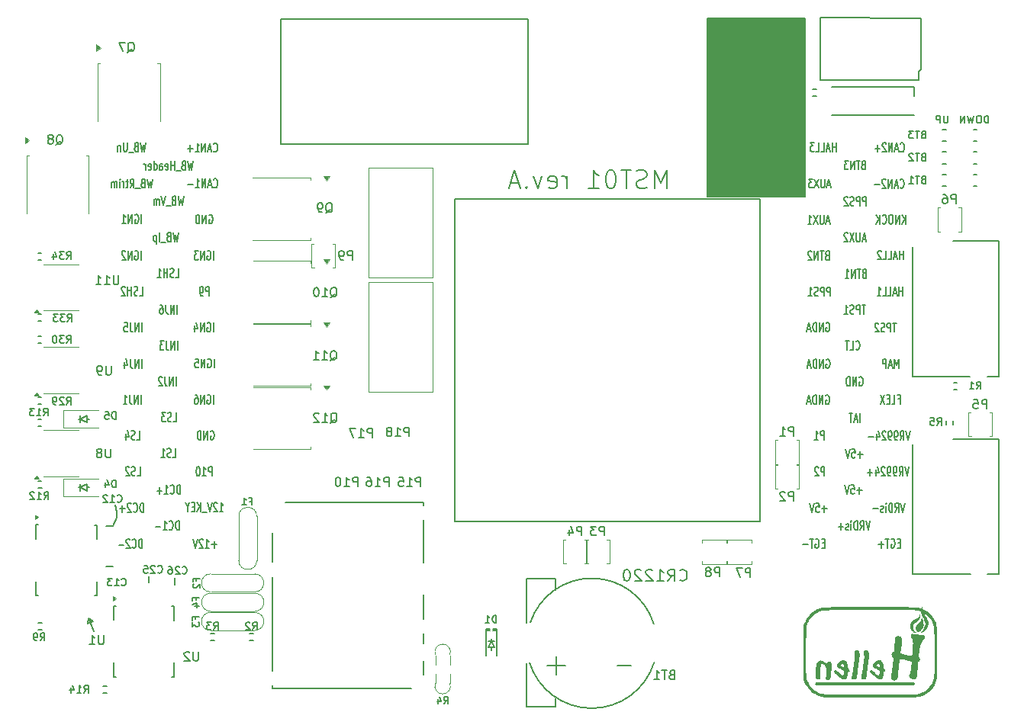
<source format=gbo>
G04 #@! TF.GenerationSoftware,KiCad,Pcbnew,8.0.8-8.0.8-0~ubuntu24.04.1*
G04 #@! TF.CreationDate,2025-02-12T07:14:44+00:00*
G04 #@! TF.ProjectId,MST01,4d535430-312e-46b6-9963-61645f706362,D*
G04 #@! TF.SameCoordinates,PX440a368PY8a86a58*
G04 #@! TF.FileFunction,Legend,Bot*
G04 #@! TF.FilePolarity,Positive*
%FSLAX46Y46*%
G04 Gerber Fmt 4.6, Leading zero omitted, Abs format (unit mm)*
G04 Created by KiCad (PCBNEW 8.0.8-8.0.8-0~ubuntu24.04.1) date 2025-02-12 07:14:44*
%MOMM*%
%LPD*%
G01*
G04 APERTURE LIST*
%ADD10C,0.150000*%
%ADD11C,0.170000*%
%ADD12C,0.200000*%
%ADD13C,0.127000*%
%ADD14C,0.120000*%
%ADD15C,0.150012*%
%ADD16C,0.203200*%
%ADD17C,0.000000*%
%ADD18C,0.099060*%
G04 APERTURE END LIST*
D10*
X7485000Y10005000D02*
X8005000Y9655000D01*
X10435000Y22645000D02*
X10655000Y21765000D01*
X10655000Y21765000D02*
X10655000Y21145000D01*
X8105000Y8565000D02*
X7485000Y10005000D01*
X7395000Y9425000D02*
X7485000Y10005000D01*
X10655000Y21145000D02*
X10204999Y20270000D01*
X76160000Y76648007D02*
X87044870Y76648007D01*
X87044870Y56826992D01*
X76160000Y56826992D01*
X76160000Y76648007D01*
G36*
X76160000Y76648007D02*
G01*
X87044870Y76648007D01*
X87044870Y56826992D01*
X76160000Y56826992D01*
X76160000Y76648007D01*
G37*
X8005000Y9655000D02*
X7395000Y9425000D01*
X13375350Y53840181D02*
X13375350Y54840181D01*
X12675350Y54792562D02*
X12742017Y54840181D01*
X12742017Y54840181D02*
X12842017Y54840181D01*
X12842017Y54840181D02*
X12942017Y54792562D01*
X12942017Y54792562D02*
X13008684Y54697324D01*
X13008684Y54697324D02*
X13042017Y54602086D01*
X13042017Y54602086D02*
X13075350Y54411610D01*
X13075350Y54411610D02*
X13075350Y54268753D01*
X13075350Y54268753D02*
X13042017Y54078277D01*
X13042017Y54078277D02*
X13008684Y53983039D01*
X13008684Y53983039D02*
X12942017Y53887800D01*
X12942017Y53887800D02*
X12842017Y53840181D01*
X12842017Y53840181D02*
X12775350Y53840181D01*
X12775350Y53840181D02*
X12675350Y53887800D01*
X12675350Y53887800D02*
X12642017Y53935420D01*
X12642017Y53935420D02*
X12642017Y54268753D01*
X12642017Y54268753D02*
X12775350Y54268753D01*
X12342017Y53840181D02*
X12342017Y54840181D01*
X12342017Y54840181D02*
X11942017Y53840181D01*
X11942017Y53840181D02*
X11942017Y54840181D01*
X11242017Y53840181D02*
X11642017Y53840181D01*
X11442017Y53840181D02*
X11442017Y54840181D01*
X11442017Y54840181D02*
X11508684Y54697324D01*
X11508684Y54697324D02*
X11575351Y54602086D01*
X11575351Y54602086D02*
X11642017Y54554467D01*
X13398683Y37805181D02*
X13398683Y38805181D01*
X13065350Y37805181D02*
X13065350Y38805181D01*
X13065350Y38805181D02*
X12665350Y37805181D01*
X12665350Y37805181D02*
X12665350Y38805181D01*
X12132017Y38805181D02*
X12132017Y38090896D01*
X12132017Y38090896D02*
X12165350Y37948039D01*
X12165350Y37948039D02*
X12232017Y37852800D01*
X12232017Y37852800D02*
X12332017Y37805181D01*
X12332017Y37805181D02*
X12398684Y37805181D01*
X11498684Y38471848D02*
X11498684Y37805181D01*
X11665351Y38852800D02*
X11832017Y38138515D01*
X11832017Y38138515D02*
X11398684Y38138515D01*
X93407017Y28186134D02*
X92873684Y28186134D01*
X93140350Y27805181D02*
X93140350Y28567086D01*
X92207017Y28805181D02*
X92540350Y28805181D01*
X92540350Y28805181D02*
X92573683Y28328991D01*
X92573683Y28328991D02*
X92540350Y28376610D01*
X92540350Y28376610D02*
X92473683Y28424229D01*
X92473683Y28424229D02*
X92307017Y28424229D01*
X92307017Y28424229D02*
X92240350Y28376610D01*
X92240350Y28376610D02*
X92207017Y28328991D01*
X92207017Y28328991D02*
X92173683Y28233753D01*
X92173683Y28233753D02*
X92173683Y27995658D01*
X92173683Y27995658D02*
X92207017Y27900420D01*
X92207017Y27900420D02*
X92240350Y27852800D01*
X92240350Y27852800D02*
X92307017Y27805181D01*
X92307017Y27805181D02*
X92473683Y27805181D01*
X92473683Y27805181D02*
X92540350Y27852800D01*
X92540350Y27852800D02*
X92573683Y27900420D01*
X91973683Y28805181D02*
X91740350Y27805181D01*
X91740350Y27805181D02*
X91507016Y28805181D01*
X93802017Y55795181D02*
X93802017Y56795181D01*
X93802017Y56795181D02*
X93535350Y56795181D01*
X93535350Y56795181D02*
X93468684Y56747562D01*
X93468684Y56747562D02*
X93435350Y56699943D01*
X93435350Y56699943D02*
X93402017Y56604705D01*
X93402017Y56604705D02*
X93402017Y56461848D01*
X93402017Y56461848D02*
X93435350Y56366610D01*
X93435350Y56366610D02*
X93468684Y56318991D01*
X93468684Y56318991D02*
X93535350Y56271372D01*
X93535350Y56271372D02*
X93802017Y56271372D01*
X93102017Y55795181D02*
X93102017Y56795181D01*
X93102017Y56795181D02*
X92835350Y56795181D01*
X92835350Y56795181D02*
X92768684Y56747562D01*
X92768684Y56747562D02*
X92735350Y56699943D01*
X92735350Y56699943D02*
X92702017Y56604705D01*
X92702017Y56604705D02*
X92702017Y56461848D01*
X92702017Y56461848D02*
X92735350Y56366610D01*
X92735350Y56366610D02*
X92768684Y56318991D01*
X92768684Y56318991D02*
X92835350Y56271372D01*
X92835350Y56271372D02*
X93102017Y56271372D01*
X92435350Y55842800D02*
X92335350Y55795181D01*
X92335350Y55795181D02*
X92168684Y55795181D01*
X92168684Y55795181D02*
X92102017Y55842800D01*
X92102017Y55842800D02*
X92068684Y55890420D01*
X92068684Y55890420D02*
X92035350Y55985658D01*
X92035350Y55985658D02*
X92035350Y56080896D01*
X92035350Y56080896D02*
X92068684Y56176134D01*
X92068684Y56176134D02*
X92102017Y56223753D01*
X92102017Y56223753D02*
X92168684Y56271372D01*
X92168684Y56271372D02*
X92302017Y56318991D01*
X92302017Y56318991D02*
X92368684Y56366610D01*
X92368684Y56366610D02*
X92402017Y56414229D01*
X92402017Y56414229D02*
X92435350Y56509467D01*
X92435350Y56509467D02*
X92435350Y56604705D01*
X92435350Y56604705D02*
X92402017Y56699943D01*
X92402017Y56699943D02*
X92368684Y56747562D01*
X92368684Y56747562D02*
X92302017Y56795181D01*
X92302017Y56795181D02*
X92135350Y56795181D01*
X92135350Y56795181D02*
X92035350Y56747562D01*
X91768683Y56699943D02*
X91735350Y56747562D01*
X91735350Y56747562D02*
X91668683Y56795181D01*
X91668683Y56795181D02*
X91502017Y56795181D01*
X91502017Y56795181D02*
X91435350Y56747562D01*
X91435350Y56747562D02*
X91402017Y56699943D01*
X91402017Y56699943D02*
X91368683Y56604705D01*
X91368683Y56604705D02*
X91368683Y56509467D01*
X91368683Y56509467D02*
X91402017Y56366610D01*
X91402017Y56366610D02*
X91802017Y55795181D01*
X91802017Y55795181D02*
X91368683Y55795181D01*
X16893685Y31825181D02*
X17227018Y31825181D01*
X17227018Y31825181D02*
X17227018Y32825181D01*
X16693684Y31872800D02*
X16593684Y31825181D01*
X16593684Y31825181D02*
X16427018Y31825181D01*
X16427018Y31825181D02*
X16360351Y31872800D01*
X16360351Y31872800D02*
X16327018Y31920420D01*
X16327018Y31920420D02*
X16293684Y32015658D01*
X16293684Y32015658D02*
X16293684Y32110896D01*
X16293684Y32110896D02*
X16327018Y32206134D01*
X16327018Y32206134D02*
X16360351Y32253753D01*
X16360351Y32253753D02*
X16427018Y32301372D01*
X16427018Y32301372D02*
X16560351Y32348991D01*
X16560351Y32348991D02*
X16627018Y32396610D01*
X16627018Y32396610D02*
X16660351Y32444229D01*
X16660351Y32444229D02*
X16693684Y32539467D01*
X16693684Y32539467D02*
X16693684Y32634705D01*
X16693684Y32634705D02*
X16660351Y32729943D01*
X16660351Y32729943D02*
X16627018Y32777562D01*
X16627018Y32777562D02*
X16560351Y32825181D01*
X16560351Y32825181D02*
X16393684Y32825181D01*
X16393684Y32825181D02*
X16293684Y32777562D01*
X16060351Y32825181D02*
X15627017Y32825181D01*
X15627017Y32825181D02*
X15860351Y32444229D01*
X15860351Y32444229D02*
X15760351Y32444229D01*
X15760351Y32444229D02*
X15693684Y32396610D01*
X15693684Y32396610D02*
X15660351Y32348991D01*
X15660351Y32348991D02*
X15627017Y32253753D01*
X15627017Y32253753D02*
X15627017Y32015658D01*
X15627017Y32015658D02*
X15660351Y31920420D01*
X15660351Y31920420D02*
X15693684Y31872800D01*
X15693684Y31872800D02*
X15760351Y31825181D01*
X15760351Y31825181D02*
X15960351Y31825181D01*
X15960351Y31825181D02*
X16027017Y31872800D01*
X16027017Y31872800D02*
X16060351Y31920420D01*
X90445351Y61825181D02*
X90445351Y62825181D01*
X90445351Y62348991D02*
X90045351Y62348991D01*
X90045351Y61825181D02*
X90045351Y62825181D01*
X89745351Y62110896D02*
X89412018Y62110896D01*
X89812018Y61825181D02*
X89578685Y62825181D01*
X89578685Y62825181D02*
X89345351Y61825181D01*
X88778685Y61825181D02*
X89112018Y61825181D01*
X89112018Y61825181D02*
X89112018Y62825181D01*
X88212018Y61825181D02*
X88545351Y61825181D01*
X88545351Y61825181D02*
X88545351Y62825181D01*
X88045351Y62825181D02*
X87612017Y62825181D01*
X87612017Y62825181D02*
X87845351Y62444229D01*
X87845351Y62444229D02*
X87745351Y62444229D01*
X87745351Y62444229D02*
X87678684Y62396610D01*
X87678684Y62396610D02*
X87645351Y62348991D01*
X87645351Y62348991D02*
X87612017Y62253753D01*
X87612017Y62253753D02*
X87612017Y62015658D01*
X87612017Y62015658D02*
X87645351Y61920420D01*
X87645351Y61920420D02*
X87678684Y61872800D01*
X87678684Y61872800D02*
X87745351Y61825181D01*
X87745351Y61825181D02*
X87945351Y61825181D01*
X87945351Y61825181D02*
X88012017Y61872800D01*
X88012017Y61872800D02*
X88045351Y61920420D01*
X93040349Y36742562D02*
X93107016Y36790181D01*
X93107016Y36790181D02*
X93207016Y36790181D01*
X93207016Y36790181D02*
X93307016Y36742562D01*
X93307016Y36742562D02*
X93373683Y36647324D01*
X93373683Y36647324D02*
X93407016Y36552086D01*
X93407016Y36552086D02*
X93440349Y36361610D01*
X93440349Y36361610D02*
X93440349Y36218753D01*
X93440349Y36218753D02*
X93407016Y36028277D01*
X93407016Y36028277D02*
X93373683Y35933039D01*
X93373683Y35933039D02*
X93307016Y35837800D01*
X93307016Y35837800D02*
X93207016Y35790181D01*
X93207016Y35790181D02*
X93140349Y35790181D01*
X93140349Y35790181D02*
X93040349Y35837800D01*
X93040349Y35837800D02*
X93007016Y35885420D01*
X93007016Y35885420D02*
X93007016Y36218753D01*
X93007016Y36218753D02*
X93140349Y36218753D01*
X92707016Y35790181D02*
X92707016Y36790181D01*
X92707016Y36790181D02*
X92307016Y35790181D01*
X92307016Y35790181D02*
X92307016Y36790181D01*
X91973683Y35790181D02*
X91973683Y36790181D01*
X91973683Y36790181D02*
X91807016Y36790181D01*
X91807016Y36790181D02*
X91707016Y36742562D01*
X91707016Y36742562D02*
X91640350Y36647324D01*
X91640350Y36647324D02*
X91607016Y36552086D01*
X91607016Y36552086D02*
X91573683Y36361610D01*
X91573683Y36361610D02*
X91573683Y36218753D01*
X91573683Y36218753D02*
X91607016Y36028277D01*
X91607016Y36028277D02*
X91640350Y35933039D01*
X91640350Y35933039D02*
X91707016Y35837800D01*
X91707016Y35837800D02*
X91807016Y35790181D01*
X91807016Y35790181D02*
X91973683Y35790181D01*
X97912017Y49835181D02*
X97912017Y50835181D01*
X97912017Y50358991D02*
X97512017Y50358991D01*
X97512017Y49835181D02*
X97512017Y50835181D01*
X97212017Y50120896D02*
X96878684Y50120896D01*
X97278684Y49835181D02*
X97045351Y50835181D01*
X97045351Y50835181D02*
X96812017Y49835181D01*
X96245351Y49835181D02*
X96578684Y49835181D01*
X96578684Y49835181D02*
X96578684Y50835181D01*
X95678684Y49835181D02*
X96012017Y49835181D01*
X96012017Y49835181D02*
X96012017Y50835181D01*
X95478683Y50739943D02*
X95445350Y50787562D01*
X95445350Y50787562D02*
X95378683Y50835181D01*
X95378683Y50835181D02*
X95212017Y50835181D01*
X95212017Y50835181D02*
X95145350Y50787562D01*
X95145350Y50787562D02*
X95112017Y50739943D01*
X95112017Y50739943D02*
X95078683Y50644705D01*
X95078683Y50644705D02*
X95078683Y50549467D01*
X95078683Y50549467D02*
X95112017Y50406610D01*
X95112017Y50406610D02*
X95512017Y49835181D01*
X95512017Y49835181D02*
X95078683Y49835181D01*
X21393684Y57905420D02*
X21427017Y57857800D01*
X21427017Y57857800D02*
X21527017Y57810181D01*
X21527017Y57810181D02*
X21593684Y57810181D01*
X21593684Y57810181D02*
X21693684Y57857800D01*
X21693684Y57857800D02*
X21760351Y57953039D01*
X21760351Y57953039D02*
X21793684Y58048277D01*
X21793684Y58048277D02*
X21827017Y58238753D01*
X21827017Y58238753D02*
X21827017Y58381610D01*
X21827017Y58381610D02*
X21793684Y58572086D01*
X21793684Y58572086D02*
X21760351Y58667324D01*
X21760351Y58667324D02*
X21693684Y58762562D01*
X21693684Y58762562D02*
X21593684Y58810181D01*
X21593684Y58810181D02*
X21527017Y58810181D01*
X21527017Y58810181D02*
X21427017Y58762562D01*
X21427017Y58762562D02*
X21393684Y58714943D01*
X21127017Y58095896D02*
X20793684Y58095896D01*
X21193684Y57810181D02*
X20960351Y58810181D01*
X20960351Y58810181D02*
X20727017Y57810181D01*
X20493684Y57810181D02*
X20493684Y58810181D01*
X20493684Y58810181D02*
X20093684Y57810181D01*
X20093684Y57810181D02*
X20093684Y58810181D01*
X19393684Y57810181D02*
X19793684Y57810181D01*
X19593684Y57810181D02*
X19593684Y58810181D01*
X19593684Y58810181D02*
X19660351Y58667324D01*
X19660351Y58667324D02*
X19727018Y58572086D01*
X19727018Y58572086D02*
X19793684Y58524467D01*
X19093684Y58191134D02*
X18560351Y58191134D01*
X21400350Y33810181D02*
X21400350Y34810181D01*
X20700350Y34762562D02*
X20767017Y34810181D01*
X20767017Y34810181D02*
X20867017Y34810181D01*
X20867017Y34810181D02*
X20967017Y34762562D01*
X20967017Y34762562D02*
X21033684Y34667324D01*
X21033684Y34667324D02*
X21067017Y34572086D01*
X21067017Y34572086D02*
X21100350Y34381610D01*
X21100350Y34381610D02*
X21100350Y34238753D01*
X21100350Y34238753D02*
X21067017Y34048277D01*
X21067017Y34048277D02*
X21033684Y33953039D01*
X21033684Y33953039D02*
X20967017Y33857800D01*
X20967017Y33857800D02*
X20867017Y33810181D01*
X20867017Y33810181D02*
X20800350Y33810181D01*
X20800350Y33810181D02*
X20700350Y33857800D01*
X20700350Y33857800D02*
X20667017Y33905420D01*
X20667017Y33905420D02*
X20667017Y34238753D01*
X20667017Y34238753D02*
X20800350Y34238753D01*
X20367017Y33810181D02*
X20367017Y34810181D01*
X20367017Y34810181D02*
X19967017Y33810181D01*
X19967017Y33810181D02*
X19967017Y34810181D01*
X19333684Y34810181D02*
X19467017Y34810181D01*
X19467017Y34810181D02*
X19533684Y34762562D01*
X19533684Y34762562D02*
X19567017Y34714943D01*
X19567017Y34714943D02*
X19633684Y34572086D01*
X19633684Y34572086D02*
X19667017Y34381610D01*
X19667017Y34381610D02*
X19667017Y34000658D01*
X19667017Y34000658D02*
X19633684Y33905420D01*
X19633684Y33905420D02*
X19600351Y33857800D01*
X19600351Y33857800D02*
X19533684Y33810181D01*
X19533684Y33810181D02*
X19400351Y33810181D01*
X19400351Y33810181D02*
X19333684Y33857800D01*
X19333684Y33857800D02*
X19300351Y33905420D01*
X19300351Y33905420D02*
X19267017Y34000658D01*
X19267017Y34000658D02*
X19267017Y34238753D01*
X19267017Y34238753D02*
X19300351Y34333991D01*
X19300351Y34333991D02*
X19333684Y34381610D01*
X19333684Y34381610D02*
X19400351Y34429229D01*
X19400351Y34429229D02*
X19533684Y34429229D01*
X19533684Y34429229D02*
X19600351Y34381610D01*
X19600351Y34381610D02*
X19633684Y34333991D01*
X19633684Y34333991D02*
X19667017Y34238753D01*
X13340350Y49815181D02*
X13340350Y50815181D01*
X12640350Y50767562D02*
X12707017Y50815181D01*
X12707017Y50815181D02*
X12807017Y50815181D01*
X12807017Y50815181D02*
X12907017Y50767562D01*
X12907017Y50767562D02*
X12973684Y50672324D01*
X12973684Y50672324D02*
X13007017Y50577086D01*
X13007017Y50577086D02*
X13040350Y50386610D01*
X13040350Y50386610D02*
X13040350Y50243753D01*
X13040350Y50243753D02*
X13007017Y50053277D01*
X13007017Y50053277D02*
X12973684Y49958039D01*
X12973684Y49958039D02*
X12907017Y49862800D01*
X12907017Y49862800D02*
X12807017Y49815181D01*
X12807017Y49815181D02*
X12740350Y49815181D01*
X12740350Y49815181D02*
X12640350Y49862800D01*
X12640350Y49862800D02*
X12607017Y49910420D01*
X12607017Y49910420D02*
X12607017Y50243753D01*
X12607017Y50243753D02*
X12740350Y50243753D01*
X12307017Y49815181D02*
X12307017Y50815181D01*
X12307017Y50815181D02*
X11907017Y49815181D01*
X11907017Y49815181D02*
X11907017Y50815181D01*
X11607017Y50719943D02*
X11573684Y50767562D01*
X11573684Y50767562D02*
X11507017Y50815181D01*
X11507017Y50815181D02*
X11340351Y50815181D01*
X11340351Y50815181D02*
X11273684Y50767562D01*
X11273684Y50767562D02*
X11240351Y50719943D01*
X11240351Y50719943D02*
X11207017Y50624705D01*
X11207017Y50624705D02*
X11207017Y50529467D01*
X11207017Y50529467D02*
X11240351Y50386610D01*
X11240351Y50386610D02*
X11640351Y49815181D01*
X11640351Y49815181D02*
X11207017Y49815181D01*
X13413683Y41810181D02*
X13413683Y42810181D01*
X13080350Y41810181D02*
X13080350Y42810181D01*
X13080350Y42810181D02*
X12680350Y41810181D01*
X12680350Y41810181D02*
X12680350Y42810181D01*
X12147017Y42810181D02*
X12147017Y42095896D01*
X12147017Y42095896D02*
X12180350Y41953039D01*
X12180350Y41953039D02*
X12247017Y41857800D01*
X12247017Y41857800D02*
X12347017Y41810181D01*
X12347017Y41810181D02*
X12413684Y41810181D01*
X11480351Y42810181D02*
X11813684Y42810181D01*
X11813684Y42810181D02*
X11847017Y42333991D01*
X11847017Y42333991D02*
X11813684Y42381610D01*
X11813684Y42381610D02*
X11747017Y42429229D01*
X11747017Y42429229D02*
X11580351Y42429229D01*
X11580351Y42429229D02*
X11513684Y42381610D01*
X11513684Y42381610D02*
X11480351Y42333991D01*
X11480351Y42333991D02*
X11447017Y42238753D01*
X11447017Y42238753D02*
X11447017Y42000658D01*
X11447017Y42000658D02*
X11480351Y41905420D01*
X11480351Y41905420D02*
X11513684Y41857800D01*
X11513684Y41857800D02*
X11580351Y41810181D01*
X11580351Y41810181D02*
X11747017Y41810181D01*
X11747017Y41810181D02*
X11813684Y41857800D01*
X11813684Y41857800D02*
X11847017Y41905420D01*
X93578683Y48318991D02*
X93478683Y48271372D01*
X93478683Y48271372D02*
X93445349Y48223753D01*
X93445349Y48223753D02*
X93412016Y48128515D01*
X93412016Y48128515D02*
X93412016Y47985658D01*
X93412016Y47985658D02*
X93445349Y47890420D01*
X93445349Y47890420D02*
X93478683Y47842800D01*
X93478683Y47842800D02*
X93545349Y47795181D01*
X93545349Y47795181D02*
X93812016Y47795181D01*
X93812016Y47795181D02*
X93812016Y48795181D01*
X93812016Y48795181D02*
X93578683Y48795181D01*
X93578683Y48795181D02*
X93512016Y48747562D01*
X93512016Y48747562D02*
X93478683Y48699943D01*
X93478683Y48699943D02*
X93445349Y48604705D01*
X93445349Y48604705D02*
X93445349Y48509467D01*
X93445349Y48509467D02*
X93478683Y48414229D01*
X93478683Y48414229D02*
X93512016Y48366610D01*
X93512016Y48366610D02*
X93578683Y48318991D01*
X93578683Y48318991D02*
X93812016Y48318991D01*
X93212016Y48795181D02*
X92812016Y48795181D01*
X93012016Y47795181D02*
X93012016Y48795181D01*
X92578683Y47795181D02*
X92578683Y48795181D01*
X92578683Y48795181D02*
X92178683Y47795181D01*
X92178683Y47795181D02*
X92178683Y48795181D01*
X91478683Y47795181D02*
X91878683Y47795181D01*
X91678683Y47795181D02*
X91678683Y48795181D01*
X91678683Y48795181D02*
X91745350Y48652324D01*
X91745350Y48652324D02*
X91812017Y48557086D01*
X91812017Y48557086D02*
X91878683Y48509467D01*
X17258683Y35810181D02*
X17258683Y36810181D01*
X16925350Y35810181D02*
X16925350Y36810181D01*
X16925350Y36810181D02*
X16525350Y35810181D01*
X16525350Y35810181D02*
X16525350Y36810181D01*
X15992017Y36810181D02*
X15992017Y36095896D01*
X15992017Y36095896D02*
X16025350Y35953039D01*
X16025350Y35953039D02*
X16092017Y35857800D01*
X16092017Y35857800D02*
X16192017Y35810181D01*
X16192017Y35810181D02*
X16258684Y35810181D01*
X15692017Y36714943D02*
X15658684Y36762562D01*
X15658684Y36762562D02*
X15592017Y36810181D01*
X15592017Y36810181D02*
X15425351Y36810181D01*
X15425351Y36810181D02*
X15358684Y36762562D01*
X15358684Y36762562D02*
X15325351Y36714943D01*
X15325351Y36714943D02*
X15292017Y36619705D01*
X15292017Y36619705D02*
X15292017Y36524467D01*
X15292017Y36524467D02*
X15325351Y36381610D01*
X15325351Y36381610D02*
X15725351Y35810181D01*
X15725351Y35810181D02*
X15292017Y35810181D01*
X20883683Y54772562D02*
X20950350Y54820181D01*
X20950350Y54820181D02*
X21050350Y54820181D01*
X21050350Y54820181D02*
X21150350Y54772562D01*
X21150350Y54772562D02*
X21217017Y54677324D01*
X21217017Y54677324D02*
X21250350Y54582086D01*
X21250350Y54582086D02*
X21283683Y54391610D01*
X21283683Y54391610D02*
X21283683Y54248753D01*
X21283683Y54248753D02*
X21250350Y54058277D01*
X21250350Y54058277D02*
X21217017Y53963039D01*
X21217017Y53963039D02*
X21150350Y53867800D01*
X21150350Y53867800D02*
X21050350Y53820181D01*
X21050350Y53820181D02*
X20983683Y53820181D01*
X20983683Y53820181D02*
X20883683Y53867800D01*
X20883683Y53867800D02*
X20850350Y53915420D01*
X20850350Y53915420D02*
X20850350Y54248753D01*
X20850350Y54248753D02*
X20983683Y54248753D01*
X20550350Y53820181D02*
X20550350Y54820181D01*
X20550350Y54820181D02*
X20150350Y53820181D01*
X20150350Y53820181D02*
X20150350Y54820181D01*
X19817017Y53820181D02*
X19817017Y54820181D01*
X19817017Y54820181D02*
X19650350Y54820181D01*
X19650350Y54820181D02*
X19550350Y54772562D01*
X19550350Y54772562D02*
X19483684Y54677324D01*
X19483684Y54677324D02*
X19450350Y54582086D01*
X19450350Y54582086D02*
X19417017Y54391610D01*
X19417017Y54391610D02*
X19417017Y54248753D01*
X19417017Y54248753D02*
X19450350Y54058277D01*
X19450350Y54058277D02*
X19483684Y53963039D01*
X19483684Y53963039D02*
X19550350Y53867800D01*
X19550350Y53867800D02*
X19650350Y53820181D01*
X19650350Y53820181D02*
X19817017Y53820181D01*
X13605351Y21785181D02*
X13605351Y22785181D01*
X13605351Y22785181D02*
X13438684Y22785181D01*
X13438684Y22785181D02*
X13338684Y22737562D01*
X13338684Y22737562D02*
X13272018Y22642324D01*
X13272018Y22642324D02*
X13238684Y22547086D01*
X13238684Y22547086D02*
X13205351Y22356610D01*
X13205351Y22356610D02*
X13205351Y22213753D01*
X13205351Y22213753D02*
X13238684Y22023277D01*
X13238684Y22023277D02*
X13272018Y21928039D01*
X13272018Y21928039D02*
X13338684Y21832800D01*
X13338684Y21832800D02*
X13438684Y21785181D01*
X13438684Y21785181D02*
X13605351Y21785181D01*
X12505351Y21880420D02*
X12538684Y21832800D01*
X12538684Y21832800D02*
X12638684Y21785181D01*
X12638684Y21785181D02*
X12705351Y21785181D01*
X12705351Y21785181D02*
X12805351Y21832800D01*
X12805351Y21832800D02*
X12872018Y21928039D01*
X12872018Y21928039D02*
X12905351Y22023277D01*
X12905351Y22023277D02*
X12938684Y22213753D01*
X12938684Y22213753D02*
X12938684Y22356610D01*
X12938684Y22356610D02*
X12905351Y22547086D01*
X12905351Y22547086D02*
X12872018Y22642324D01*
X12872018Y22642324D02*
X12805351Y22737562D01*
X12805351Y22737562D02*
X12705351Y22785181D01*
X12705351Y22785181D02*
X12638684Y22785181D01*
X12638684Y22785181D02*
X12538684Y22737562D01*
X12538684Y22737562D02*
X12505351Y22689943D01*
X12238684Y22689943D02*
X12205351Y22737562D01*
X12205351Y22737562D02*
X12138684Y22785181D01*
X12138684Y22785181D02*
X11972018Y22785181D01*
X11972018Y22785181D02*
X11905351Y22737562D01*
X11905351Y22737562D02*
X11872018Y22689943D01*
X11872018Y22689943D02*
X11838684Y22594705D01*
X11838684Y22594705D02*
X11838684Y22499467D01*
X11838684Y22499467D02*
X11872018Y22356610D01*
X11872018Y22356610D02*
X12272018Y21785181D01*
X12272018Y21785181D02*
X11838684Y21785181D01*
X11538684Y22166134D02*
X11005351Y22166134D01*
X11272017Y21785181D02*
X11272017Y22547086D01*
X17483683Y52855181D02*
X17317016Y51855181D01*
X17317016Y51855181D02*
X17183683Y52569467D01*
X17183683Y52569467D02*
X17050349Y51855181D01*
X17050349Y51855181D02*
X16883683Y52855181D01*
X16383683Y52378991D02*
X16283683Y52331372D01*
X16283683Y52331372D02*
X16250349Y52283753D01*
X16250349Y52283753D02*
X16217016Y52188515D01*
X16217016Y52188515D02*
X16217016Y52045658D01*
X16217016Y52045658D02*
X16250349Y51950420D01*
X16250349Y51950420D02*
X16283683Y51902800D01*
X16283683Y51902800D02*
X16350349Y51855181D01*
X16350349Y51855181D02*
X16617016Y51855181D01*
X16617016Y51855181D02*
X16617016Y52855181D01*
X16617016Y52855181D02*
X16383683Y52855181D01*
X16383683Y52855181D02*
X16317016Y52807562D01*
X16317016Y52807562D02*
X16283683Y52759943D01*
X16283683Y52759943D02*
X16250349Y52664705D01*
X16250349Y52664705D02*
X16250349Y52569467D01*
X16250349Y52569467D02*
X16283683Y52474229D01*
X16283683Y52474229D02*
X16317016Y52426610D01*
X16317016Y52426610D02*
X16383683Y52378991D01*
X16383683Y52378991D02*
X16617016Y52378991D01*
X16083683Y51759943D02*
X15550349Y51759943D01*
X15383683Y51855181D02*
X15383683Y52855181D01*
X15050350Y52521848D02*
X15050350Y51521848D01*
X15050350Y52474229D02*
X14983683Y52521848D01*
X14983683Y52521848D02*
X14850350Y52521848D01*
X14850350Y52521848D02*
X14783683Y52474229D01*
X14783683Y52474229D02*
X14750350Y52426610D01*
X14750350Y52426610D02*
X14717017Y52331372D01*
X14717017Y52331372D02*
X14717017Y52045658D01*
X14717017Y52045658D02*
X14750350Y51950420D01*
X14750350Y51950420D02*
X14783683Y51902800D01*
X14783683Y51902800D02*
X14850350Y51855181D01*
X14850350Y51855181D02*
X14983683Y51855181D01*
X14983683Y51855181D02*
X15050350Y51902800D01*
X12893685Y25840181D02*
X13227018Y25840181D01*
X13227018Y25840181D02*
X13227018Y26840181D01*
X12693684Y25887800D02*
X12593684Y25840181D01*
X12593684Y25840181D02*
X12427018Y25840181D01*
X12427018Y25840181D02*
X12360351Y25887800D01*
X12360351Y25887800D02*
X12327018Y25935420D01*
X12327018Y25935420D02*
X12293684Y26030658D01*
X12293684Y26030658D02*
X12293684Y26125896D01*
X12293684Y26125896D02*
X12327018Y26221134D01*
X12327018Y26221134D02*
X12360351Y26268753D01*
X12360351Y26268753D02*
X12427018Y26316372D01*
X12427018Y26316372D02*
X12560351Y26363991D01*
X12560351Y26363991D02*
X12627018Y26411610D01*
X12627018Y26411610D02*
X12660351Y26459229D01*
X12660351Y26459229D02*
X12693684Y26554467D01*
X12693684Y26554467D02*
X12693684Y26649705D01*
X12693684Y26649705D02*
X12660351Y26744943D01*
X12660351Y26744943D02*
X12627018Y26792562D01*
X12627018Y26792562D02*
X12560351Y26840181D01*
X12560351Y26840181D02*
X12393684Y26840181D01*
X12393684Y26840181D02*
X12293684Y26792562D01*
X12027017Y26744943D02*
X11993684Y26792562D01*
X11993684Y26792562D02*
X11927017Y26840181D01*
X11927017Y26840181D02*
X11760351Y26840181D01*
X11760351Y26840181D02*
X11693684Y26792562D01*
X11693684Y26792562D02*
X11660351Y26744943D01*
X11660351Y26744943D02*
X11627017Y26649705D01*
X11627017Y26649705D02*
X11627017Y26554467D01*
X11627017Y26554467D02*
X11660351Y26411610D01*
X11660351Y26411610D02*
X12060351Y25840181D01*
X12060351Y25840181D02*
X11627017Y25840181D01*
X17560351Y19800181D02*
X17560351Y20800181D01*
X17560351Y20800181D02*
X17393684Y20800181D01*
X17393684Y20800181D02*
X17293684Y20752562D01*
X17293684Y20752562D02*
X17227018Y20657324D01*
X17227018Y20657324D02*
X17193684Y20562086D01*
X17193684Y20562086D02*
X17160351Y20371610D01*
X17160351Y20371610D02*
X17160351Y20228753D01*
X17160351Y20228753D02*
X17193684Y20038277D01*
X17193684Y20038277D02*
X17227018Y19943039D01*
X17227018Y19943039D02*
X17293684Y19847800D01*
X17293684Y19847800D02*
X17393684Y19800181D01*
X17393684Y19800181D02*
X17560351Y19800181D01*
X16460351Y19895420D02*
X16493684Y19847800D01*
X16493684Y19847800D02*
X16593684Y19800181D01*
X16593684Y19800181D02*
X16660351Y19800181D01*
X16660351Y19800181D02*
X16760351Y19847800D01*
X16760351Y19847800D02*
X16827018Y19943039D01*
X16827018Y19943039D02*
X16860351Y20038277D01*
X16860351Y20038277D02*
X16893684Y20228753D01*
X16893684Y20228753D02*
X16893684Y20371610D01*
X16893684Y20371610D02*
X16860351Y20562086D01*
X16860351Y20562086D02*
X16827018Y20657324D01*
X16827018Y20657324D02*
X16760351Y20752562D01*
X16760351Y20752562D02*
X16660351Y20800181D01*
X16660351Y20800181D02*
X16593684Y20800181D01*
X16593684Y20800181D02*
X16493684Y20752562D01*
X16493684Y20752562D02*
X16460351Y20704943D01*
X15793684Y19800181D02*
X16193684Y19800181D01*
X15993684Y19800181D02*
X15993684Y20800181D01*
X15993684Y20800181D02*
X16060351Y20657324D01*
X16060351Y20657324D02*
X16127018Y20562086D01*
X16127018Y20562086D02*
X16193684Y20514467D01*
X15493684Y20181134D02*
X14960351Y20181134D01*
X21200351Y25800181D02*
X21200351Y26800181D01*
X21200351Y26800181D02*
X20933684Y26800181D01*
X20933684Y26800181D02*
X20867018Y26752562D01*
X20867018Y26752562D02*
X20833684Y26704943D01*
X20833684Y26704943D02*
X20800351Y26609705D01*
X20800351Y26609705D02*
X20800351Y26466848D01*
X20800351Y26466848D02*
X20833684Y26371610D01*
X20833684Y26371610D02*
X20867018Y26323991D01*
X20867018Y26323991D02*
X20933684Y26276372D01*
X20933684Y26276372D02*
X21200351Y26276372D01*
X20133684Y25800181D02*
X20533684Y25800181D01*
X20333684Y25800181D02*
X20333684Y26800181D01*
X20333684Y26800181D02*
X20400351Y26657324D01*
X20400351Y26657324D02*
X20467018Y26562086D01*
X20467018Y26562086D02*
X20533684Y26514467D01*
X19700351Y26800181D02*
X19633684Y26800181D01*
X19633684Y26800181D02*
X19567017Y26752562D01*
X19567017Y26752562D02*
X19533684Y26704943D01*
X19533684Y26704943D02*
X19500351Y26609705D01*
X19500351Y26609705D02*
X19467017Y26419229D01*
X19467017Y26419229D02*
X19467017Y26181134D01*
X19467017Y26181134D02*
X19500351Y25990658D01*
X19500351Y25990658D02*
X19533684Y25895420D01*
X19533684Y25895420D02*
X19567017Y25847800D01*
X19567017Y25847800D02*
X19633684Y25800181D01*
X19633684Y25800181D02*
X19700351Y25800181D01*
X19700351Y25800181D02*
X19767017Y25847800D01*
X19767017Y25847800D02*
X19800351Y25895420D01*
X19800351Y25895420D02*
X19833684Y25990658D01*
X19833684Y25990658D02*
X19867017Y26181134D01*
X19867017Y26181134D02*
X19867017Y26419229D01*
X19867017Y26419229D02*
X19833684Y26609705D01*
X19833684Y26609705D02*
X19800351Y26704943D01*
X19800351Y26704943D02*
X19767017Y26752562D01*
X19767017Y26752562D02*
X19700351Y26800181D01*
X21378684Y61875420D02*
X21412017Y61827800D01*
X21412017Y61827800D02*
X21512017Y61780181D01*
X21512017Y61780181D02*
X21578684Y61780181D01*
X21578684Y61780181D02*
X21678684Y61827800D01*
X21678684Y61827800D02*
X21745351Y61923039D01*
X21745351Y61923039D02*
X21778684Y62018277D01*
X21778684Y62018277D02*
X21812017Y62208753D01*
X21812017Y62208753D02*
X21812017Y62351610D01*
X21812017Y62351610D02*
X21778684Y62542086D01*
X21778684Y62542086D02*
X21745351Y62637324D01*
X21745351Y62637324D02*
X21678684Y62732562D01*
X21678684Y62732562D02*
X21578684Y62780181D01*
X21578684Y62780181D02*
X21512017Y62780181D01*
X21512017Y62780181D02*
X21412017Y62732562D01*
X21412017Y62732562D02*
X21378684Y62684943D01*
X21112017Y62065896D02*
X20778684Y62065896D01*
X21178684Y61780181D02*
X20945351Y62780181D01*
X20945351Y62780181D02*
X20712017Y61780181D01*
X20478684Y61780181D02*
X20478684Y62780181D01*
X20478684Y62780181D02*
X20078684Y61780181D01*
X20078684Y61780181D02*
X20078684Y62780181D01*
X19378684Y61780181D02*
X19778684Y61780181D01*
X19578684Y61780181D02*
X19578684Y62780181D01*
X19578684Y62780181D02*
X19645351Y62637324D01*
X19645351Y62637324D02*
X19712018Y62542086D01*
X19712018Y62542086D02*
X19778684Y62494467D01*
X19078684Y62161134D02*
X18545351Y62161134D01*
X18812017Y61780181D02*
X18812017Y62542086D01*
X97423683Y37780181D02*
X97423683Y38780181D01*
X97423683Y38780181D02*
X97190350Y38065896D01*
X97190350Y38065896D02*
X96957016Y38780181D01*
X96957016Y38780181D02*
X96957016Y37780181D01*
X96657016Y38065896D02*
X96323683Y38065896D01*
X96723683Y37780181D02*
X96490350Y38780181D01*
X96490350Y38780181D02*
X96257016Y37780181D01*
X96023683Y37780181D02*
X96023683Y38780181D01*
X96023683Y38780181D02*
X95757016Y38780181D01*
X95757016Y38780181D02*
X95690350Y38732562D01*
X95690350Y38732562D02*
X95657016Y38684943D01*
X95657016Y38684943D02*
X95623683Y38589705D01*
X95623683Y38589705D02*
X95623683Y38446848D01*
X95623683Y38446848D02*
X95657016Y38351610D01*
X95657016Y38351610D02*
X95690350Y38303991D01*
X95690350Y38303991D02*
X95757016Y38256372D01*
X95757016Y38256372D02*
X96023683Y38256372D01*
X97327017Y34338991D02*
X97560350Y34338991D01*
X97560350Y33815181D02*
X97560350Y34815181D01*
X97560350Y34815181D02*
X97227017Y34815181D01*
X96627017Y33815181D02*
X96960350Y33815181D01*
X96960350Y33815181D02*
X96960350Y34815181D01*
X96393683Y34338991D02*
X96160350Y34338991D01*
X96060350Y33815181D02*
X96393683Y33815181D01*
X96393683Y33815181D02*
X96393683Y34815181D01*
X96393683Y34815181D02*
X96060350Y34815181D01*
X95827017Y34815181D02*
X95360350Y33815181D01*
X95360350Y34815181D02*
X95827017Y33815181D01*
D11*
X102862919Y65829192D02*
X102862919Y65165382D01*
X102862919Y65165382D02*
X102823872Y65087287D01*
X102823872Y65087287D02*
X102784824Y65048239D01*
X102784824Y65048239D02*
X102706729Y65009192D01*
X102706729Y65009192D02*
X102550538Y65009192D01*
X102550538Y65009192D02*
X102472443Y65048239D01*
X102472443Y65048239D02*
X102433396Y65087287D01*
X102433396Y65087287D02*
X102394348Y65165382D01*
X102394348Y65165382D02*
X102394348Y65829192D01*
X102003871Y65009192D02*
X102003871Y65829192D01*
X102003871Y65829192D02*
X101691490Y65829192D01*
X101691490Y65829192D02*
X101613395Y65790144D01*
X101613395Y65790144D02*
X101574348Y65751097D01*
X101574348Y65751097D02*
X101535300Y65673001D01*
X101535300Y65673001D02*
X101535300Y65555859D01*
X101535300Y65555859D02*
X101574348Y65477763D01*
X101574348Y65477763D02*
X101613395Y65438716D01*
X101613395Y65438716D02*
X101691490Y65399668D01*
X101691490Y65399668D02*
X102003871Y65399668D01*
X100149586Y58723716D02*
X100032443Y58684668D01*
X100032443Y58684668D02*
X99993396Y58645620D01*
X99993396Y58645620D02*
X99954348Y58567525D01*
X99954348Y58567525D02*
X99954348Y58450382D01*
X99954348Y58450382D02*
X99993396Y58372287D01*
X99993396Y58372287D02*
X100032443Y58333239D01*
X100032443Y58333239D02*
X100110538Y58294192D01*
X100110538Y58294192D02*
X100422919Y58294192D01*
X100422919Y58294192D02*
X100422919Y59114192D01*
X100422919Y59114192D02*
X100149586Y59114192D01*
X100149586Y59114192D02*
X100071491Y59075144D01*
X100071491Y59075144D02*
X100032443Y59036097D01*
X100032443Y59036097D02*
X99993396Y58958001D01*
X99993396Y58958001D02*
X99993396Y58879906D01*
X99993396Y58879906D02*
X100032443Y58801811D01*
X100032443Y58801811D02*
X100071491Y58762763D01*
X100071491Y58762763D02*
X100149586Y58723716D01*
X100149586Y58723716D02*
X100422919Y58723716D01*
X99720062Y59114192D02*
X99251491Y59114192D01*
X99485777Y58294192D02*
X99485777Y59114192D01*
X98548634Y58294192D02*
X99017205Y58294192D01*
X98782919Y58294192D02*
X98782919Y59114192D01*
X98782919Y59114192D02*
X98861015Y58997049D01*
X98861015Y58997049D02*
X98939110Y58918954D01*
X98939110Y58918954D02*
X99017205Y58879906D01*
D10*
X21385350Y41820181D02*
X21385350Y42820181D01*
X20685350Y42772562D02*
X20752017Y42820181D01*
X20752017Y42820181D02*
X20852017Y42820181D01*
X20852017Y42820181D02*
X20952017Y42772562D01*
X20952017Y42772562D02*
X21018684Y42677324D01*
X21018684Y42677324D02*
X21052017Y42582086D01*
X21052017Y42582086D02*
X21085350Y42391610D01*
X21085350Y42391610D02*
X21085350Y42248753D01*
X21085350Y42248753D02*
X21052017Y42058277D01*
X21052017Y42058277D02*
X21018684Y41963039D01*
X21018684Y41963039D02*
X20952017Y41867800D01*
X20952017Y41867800D02*
X20852017Y41820181D01*
X20852017Y41820181D02*
X20785350Y41820181D01*
X20785350Y41820181D02*
X20685350Y41867800D01*
X20685350Y41867800D02*
X20652017Y41915420D01*
X20652017Y41915420D02*
X20652017Y42248753D01*
X20652017Y42248753D02*
X20785350Y42248753D01*
X20352017Y41820181D02*
X20352017Y42820181D01*
X20352017Y42820181D02*
X19952017Y41820181D01*
X19952017Y41820181D02*
X19952017Y42820181D01*
X19318684Y42486848D02*
X19318684Y41820181D01*
X19485351Y42867800D02*
X19652017Y42153515D01*
X19652017Y42153515D02*
X19218684Y42153515D01*
X17695351Y23790181D02*
X17695351Y24790181D01*
X17695351Y24790181D02*
X17528684Y24790181D01*
X17528684Y24790181D02*
X17428684Y24742562D01*
X17428684Y24742562D02*
X17362018Y24647324D01*
X17362018Y24647324D02*
X17328684Y24552086D01*
X17328684Y24552086D02*
X17295351Y24361610D01*
X17295351Y24361610D02*
X17295351Y24218753D01*
X17295351Y24218753D02*
X17328684Y24028277D01*
X17328684Y24028277D02*
X17362018Y23933039D01*
X17362018Y23933039D02*
X17428684Y23837800D01*
X17428684Y23837800D02*
X17528684Y23790181D01*
X17528684Y23790181D02*
X17695351Y23790181D01*
X16595351Y23885420D02*
X16628684Y23837800D01*
X16628684Y23837800D02*
X16728684Y23790181D01*
X16728684Y23790181D02*
X16795351Y23790181D01*
X16795351Y23790181D02*
X16895351Y23837800D01*
X16895351Y23837800D02*
X16962018Y23933039D01*
X16962018Y23933039D02*
X16995351Y24028277D01*
X16995351Y24028277D02*
X17028684Y24218753D01*
X17028684Y24218753D02*
X17028684Y24361610D01*
X17028684Y24361610D02*
X16995351Y24552086D01*
X16995351Y24552086D02*
X16962018Y24647324D01*
X16962018Y24647324D02*
X16895351Y24742562D01*
X16895351Y24742562D02*
X16795351Y24790181D01*
X16795351Y24790181D02*
X16728684Y24790181D01*
X16728684Y24790181D02*
X16628684Y24742562D01*
X16628684Y24742562D02*
X16595351Y24694943D01*
X15928684Y23790181D02*
X16328684Y23790181D01*
X16128684Y23790181D02*
X16128684Y24790181D01*
X16128684Y24790181D02*
X16195351Y24647324D01*
X16195351Y24647324D02*
X16262018Y24552086D01*
X16262018Y24552086D02*
X16328684Y24504467D01*
X15628684Y24171134D02*
X15095351Y24171134D01*
X15362017Y23790181D02*
X15362017Y24552086D01*
X89355349Y42787562D02*
X89422016Y42835181D01*
X89422016Y42835181D02*
X89522016Y42835181D01*
X89522016Y42835181D02*
X89622016Y42787562D01*
X89622016Y42787562D02*
X89688683Y42692324D01*
X89688683Y42692324D02*
X89722016Y42597086D01*
X89722016Y42597086D02*
X89755349Y42406610D01*
X89755349Y42406610D02*
X89755349Y42263753D01*
X89755349Y42263753D02*
X89722016Y42073277D01*
X89722016Y42073277D02*
X89688683Y41978039D01*
X89688683Y41978039D02*
X89622016Y41882800D01*
X89622016Y41882800D02*
X89522016Y41835181D01*
X89522016Y41835181D02*
X89455349Y41835181D01*
X89455349Y41835181D02*
X89355349Y41882800D01*
X89355349Y41882800D02*
X89322016Y41930420D01*
X89322016Y41930420D02*
X89322016Y42263753D01*
X89322016Y42263753D02*
X89455349Y42263753D01*
X89022016Y41835181D02*
X89022016Y42835181D01*
X89022016Y42835181D02*
X88622016Y41835181D01*
X88622016Y41835181D02*
X88622016Y42835181D01*
X88288683Y41835181D02*
X88288683Y42835181D01*
X88288683Y42835181D02*
X88122016Y42835181D01*
X88122016Y42835181D02*
X88022016Y42787562D01*
X88022016Y42787562D02*
X87955350Y42692324D01*
X87955350Y42692324D02*
X87922016Y42597086D01*
X87922016Y42597086D02*
X87888683Y42406610D01*
X87888683Y42406610D02*
X87888683Y42263753D01*
X87888683Y42263753D02*
X87922016Y42073277D01*
X87922016Y42073277D02*
X87955350Y41978039D01*
X87955350Y41978039D02*
X88022016Y41882800D01*
X88022016Y41882800D02*
X88122016Y41835181D01*
X88122016Y41835181D02*
X88288683Y41835181D01*
X87622016Y42120896D02*
X87288683Y42120896D01*
X87688683Y41835181D02*
X87455350Y42835181D01*
X87455350Y42835181D02*
X87222016Y41835181D01*
X13172018Y45840181D02*
X13505351Y45840181D01*
X13505351Y45840181D02*
X13505351Y46840181D01*
X12972017Y45887800D02*
X12872017Y45840181D01*
X12872017Y45840181D02*
X12705351Y45840181D01*
X12705351Y45840181D02*
X12638684Y45887800D01*
X12638684Y45887800D02*
X12605351Y45935420D01*
X12605351Y45935420D02*
X12572017Y46030658D01*
X12572017Y46030658D02*
X12572017Y46125896D01*
X12572017Y46125896D02*
X12605351Y46221134D01*
X12605351Y46221134D02*
X12638684Y46268753D01*
X12638684Y46268753D02*
X12705351Y46316372D01*
X12705351Y46316372D02*
X12838684Y46363991D01*
X12838684Y46363991D02*
X12905351Y46411610D01*
X12905351Y46411610D02*
X12938684Y46459229D01*
X12938684Y46459229D02*
X12972017Y46554467D01*
X12972017Y46554467D02*
X12972017Y46649705D01*
X12972017Y46649705D02*
X12938684Y46744943D01*
X12938684Y46744943D02*
X12905351Y46792562D01*
X12905351Y46792562D02*
X12838684Y46840181D01*
X12838684Y46840181D02*
X12672017Y46840181D01*
X12672017Y46840181D02*
X12572017Y46792562D01*
X12272017Y45840181D02*
X12272017Y46840181D01*
X12272017Y46363991D02*
X11872017Y46363991D01*
X11872017Y45840181D02*
X11872017Y46840181D01*
X11572017Y46744943D02*
X11538684Y46792562D01*
X11538684Y46792562D02*
X11472017Y46840181D01*
X11472017Y46840181D02*
X11305351Y46840181D01*
X11305351Y46840181D02*
X11238684Y46792562D01*
X11238684Y46792562D02*
X11205351Y46744943D01*
X11205351Y46744943D02*
X11172017Y46649705D01*
X11172017Y46649705D02*
X11172017Y46554467D01*
X11172017Y46554467D02*
X11205351Y46411610D01*
X11205351Y46411610D02*
X11605351Y45840181D01*
X11605351Y45840181D02*
X11172017Y45840181D01*
X97577016Y18338991D02*
X97343683Y18338991D01*
X97243683Y17815181D02*
X97577016Y17815181D01*
X97577016Y17815181D02*
X97577016Y18815181D01*
X97577016Y18815181D02*
X97243683Y18815181D01*
X96577016Y18767562D02*
X96643683Y18815181D01*
X96643683Y18815181D02*
X96743683Y18815181D01*
X96743683Y18815181D02*
X96843683Y18767562D01*
X96843683Y18767562D02*
X96910350Y18672324D01*
X96910350Y18672324D02*
X96943683Y18577086D01*
X96943683Y18577086D02*
X96977016Y18386610D01*
X96977016Y18386610D02*
X96977016Y18243753D01*
X96977016Y18243753D02*
X96943683Y18053277D01*
X96943683Y18053277D02*
X96910350Y17958039D01*
X96910350Y17958039D02*
X96843683Y17862800D01*
X96843683Y17862800D02*
X96743683Y17815181D01*
X96743683Y17815181D02*
X96677016Y17815181D01*
X96677016Y17815181D02*
X96577016Y17862800D01*
X96577016Y17862800D02*
X96543683Y17910420D01*
X96543683Y17910420D02*
X96543683Y18243753D01*
X96543683Y18243753D02*
X96677016Y18243753D01*
X96343683Y18815181D02*
X95943683Y18815181D01*
X96143683Y17815181D02*
X96143683Y18815181D01*
X95710350Y18196134D02*
X95177017Y18196134D01*
X95443683Y17815181D02*
X95443683Y18577086D01*
X93322017Y24181134D02*
X92788684Y24181134D01*
X93055350Y23800181D02*
X93055350Y24562086D01*
X92122017Y24800181D02*
X92455350Y24800181D01*
X92455350Y24800181D02*
X92488683Y24323991D01*
X92488683Y24323991D02*
X92455350Y24371610D01*
X92455350Y24371610D02*
X92388683Y24419229D01*
X92388683Y24419229D02*
X92222017Y24419229D01*
X92222017Y24419229D02*
X92155350Y24371610D01*
X92155350Y24371610D02*
X92122017Y24323991D01*
X92122017Y24323991D02*
X92088683Y24228753D01*
X92088683Y24228753D02*
X92088683Y23990658D01*
X92088683Y23990658D02*
X92122017Y23895420D01*
X92122017Y23895420D02*
X92155350Y23847800D01*
X92155350Y23847800D02*
X92222017Y23800181D01*
X92222017Y23800181D02*
X92388683Y23800181D01*
X92388683Y23800181D02*
X92455350Y23847800D01*
X92455350Y23847800D02*
X92488683Y23895420D01*
X91888683Y24800181D02*
X91655350Y23800181D01*
X91655350Y23800181D02*
X91422016Y24800181D01*
D11*
X107362919Y65009192D02*
X107362919Y65829192D01*
X107362919Y65829192D02*
X107167681Y65829192D01*
X107167681Y65829192D02*
X107050538Y65790144D01*
X107050538Y65790144D02*
X106972443Y65712049D01*
X106972443Y65712049D02*
X106933396Y65633954D01*
X106933396Y65633954D02*
X106894348Y65477763D01*
X106894348Y65477763D02*
X106894348Y65360620D01*
X106894348Y65360620D02*
X106933396Y65204430D01*
X106933396Y65204430D02*
X106972443Y65126335D01*
X106972443Y65126335D02*
X107050538Y65048239D01*
X107050538Y65048239D02*
X107167681Y65009192D01*
X107167681Y65009192D02*
X107362919Y65009192D01*
X106386729Y65829192D02*
X106230538Y65829192D01*
X106230538Y65829192D02*
X106152443Y65790144D01*
X106152443Y65790144D02*
X106074348Y65712049D01*
X106074348Y65712049D02*
X106035300Y65555859D01*
X106035300Y65555859D02*
X106035300Y65282525D01*
X106035300Y65282525D02*
X106074348Y65126335D01*
X106074348Y65126335D02*
X106152443Y65048239D01*
X106152443Y65048239D02*
X106230538Y65009192D01*
X106230538Y65009192D02*
X106386729Y65009192D01*
X106386729Y65009192D02*
X106464824Y65048239D01*
X106464824Y65048239D02*
X106542919Y65126335D01*
X106542919Y65126335D02*
X106581967Y65282525D01*
X106581967Y65282525D02*
X106581967Y65555859D01*
X106581967Y65555859D02*
X106542919Y65712049D01*
X106542919Y65712049D02*
X106464824Y65790144D01*
X106464824Y65790144D02*
X106386729Y65829192D01*
X105761967Y65829192D02*
X105566729Y65009192D01*
X105566729Y65009192D02*
X105410538Y65594906D01*
X105410538Y65594906D02*
X105254348Y65009192D01*
X105254348Y65009192D02*
X105059110Y65829192D01*
X104746728Y65009192D02*
X104746728Y65829192D01*
X104746728Y65829192D02*
X104278157Y65009192D01*
X104278157Y65009192D02*
X104278157Y65829192D01*
D10*
X89177016Y18333991D02*
X88943683Y18333991D01*
X88843683Y17810181D02*
X89177016Y17810181D01*
X89177016Y17810181D02*
X89177016Y18810181D01*
X89177016Y18810181D02*
X88843683Y18810181D01*
X88177016Y18762562D02*
X88243683Y18810181D01*
X88243683Y18810181D02*
X88343683Y18810181D01*
X88343683Y18810181D02*
X88443683Y18762562D01*
X88443683Y18762562D02*
X88510350Y18667324D01*
X88510350Y18667324D02*
X88543683Y18572086D01*
X88543683Y18572086D02*
X88577016Y18381610D01*
X88577016Y18381610D02*
X88577016Y18238753D01*
X88577016Y18238753D02*
X88543683Y18048277D01*
X88543683Y18048277D02*
X88510350Y17953039D01*
X88510350Y17953039D02*
X88443683Y17857800D01*
X88443683Y17857800D02*
X88343683Y17810181D01*
X88343683Y17810181D02*
X88277016Y17810181D01*
X88277016Y17810181D02*
X88177016Y17857800D01*
X88177016Y17857800D02*
X88143683Y17905420D01*
X88143683Y17905420D02*
X88143683Y18238753D01*
X88143683Y18238753D02*
X88277016Y18238753D01*
X87943683Y18810181D02*
X87543683Y18810181D01*
X87743683Y17810181D02*
X87743683Y18810181D01*
X87310350Y18191134D02*
X86777017Y18191134D01*
X89458683Y50293991D02*
X89358683Y50246372D01*
X89358683Y50246372D02*
X89325349Y50198753D01*
X89325349Y50198753D02*
X89292016Y50103515D01*
X89292016Y50103515D02*
X89292016Y49960658D01*
X89292016Y49960658D02*
X89325349Y49865420D01*
X89325349Y49865420D02*
X89358683Y49817800D01*
X89358683Y49817800D02*
X89425349Y49770181D01*
X89425349Y49770181D02*
X89692016Y49770181D01*
X89692016Y49770181D02*
X89692016Y50770181D01*
X89692016Y50770181D02*
X89458683Y50770181D01*
X89458683Y50770181D02*
X89392016Y50722562D01*
X89392016Y50722562D02*
X89358683Y50674943D01*
X89358683Y50674943D02*
X89325349Y50579705D01*
X89325349Y50579705D02*
X89325349Y50484467D01*
X89325349Y50484467D02*
X89358683Y50389229D01*
X89358683Y50389229D02*
X89392016Y50341610D01*
X89392016Y50341610D02*
X89458683Y50293991D01*
X89458683Y50293991D02*
X89692016Y50293991D01*
X89092016Y50770181D02*
X88692016Y50770181D01*
X88892016Y49770181D02*
X88892016Y50770181D01*
X88458683Y49770181D02*
X88458683Y50770181D01*
X88458683Y50770181D02*
X88058683Y49770181D01*
X88058683Y49770181D02*
X88058683Y50770181D01*
X87758683Y50674943D02*
X87725350Y50722562D01*
X87725350Y50722562D02*
X87658683Y50770181D01*
X87658683Y50770181D02*
X87492017Y50770181D01*
X87492017Y50770181D02*
X87425350Y50722562D01*
X87425350Y50722562D02*
X87392017Y50674943D01*
X87392017Y50674943D02*
X87358683Y50579705D01*
X87358683Y50579705D02*
X87358683Y50484467D01*
X87358683Y50484467D02*
X87392017Y50341610D01*
X87392017Y50341610D02*
X87792017Y49770181D01*
X87792017Y49770181D02*
X87358683Y49770181D01*
X17363683Y43795181D02*
X17363683Y44795181D01*
X17030350Y43795181D02*
X17030350Y44795181D01*
X17030350Y44795181D02*
X16630350Y43795181D01*
X16630350Y43795181D02*
X16630350Y44795181D01*
X16097017Y44795181D02*
X16097017Y44080896D01*
X16097017Y44080896D02*
X16130350Y43938039D01*
X16130350Y43938039D02*
X16197017Y43842800D01*
X16197017Y43842800D02*
X16297017Y43795181D01*
X16297017Y43795181D02*
X16363684Y43795181D01*
X15463684Y44795181D02*
X15597017Y44795181D01*
X15597017Y44795181D02*
X15663684Y44747562D01*
X15663684Y44747562D02*
X15697017Y44699943D01*
X15697017Y44699943D02*
X15763684Y44557086D01*
X15763684Y44557086D02*
X15797017Y44366610D01*
X15797017Y44366610D02*
X15797017Y43985658D01*
X15797017Y43985658D02*
X15763684Y43890420D01*
X15763684Y43890420D02*
X15730351Y43842800D01*
X15730351Y43842800D02*
X15663684Y43795181D01*
X15663684Y43795181D02*
X15530351Y43795181D01*
X15530351Y43795181D02*
X15463684Y43842800D01*
X15463684Y43842800D02*
X15430351Y43890420D01*
X15430351Y43890420D02*
X15397017Y43985658D01*
X15397017Y43985658D02*
X15397017Y44223753D01*
X15397017Y44223753D02*
X15430351Y44318991D01*
X15430351Y44318991D02*
X15463684Y44366610D01*
X15463684Y44366610D02*
X15530351Y44414229D01*
X15530351Y44414229D02*
X15663684Y44414229D01*
X15663684Y44414229D02*
X15730351Y44366610D01*
X15730351Y44366610D02*
X15763684Y44318991D01*
X15763684Y44318991D02*
X15797017Y44223753D01*
X94233684Y20790181D02*
X94000351Y19790181D01*
X94000351Y19790181D02*
X93767017Y20790181D01*
X93133684Y19790181D02*
X93367017Y20266372D01*
X93533684Y19790181D02*
X93533684Y20790181D01*
X93533684Y20790181D02*
X93267017Y20790181D01*
X93267017Y20790181D02*
X93200351Y20742562D01*
X93200351Y20742562D02*
X93167017Y20694943D01*
X93167017Y20694943D02*
X93133684Y20599705D01*
X93133684Y20599705D02*
X93133684Y20456848D01*
X93133684Y20456848D02*
X93167017Y20361610D01*
X93167017Y20361610D02*
X93200351Y20313991D01*
X93200351Y20313991D02*
X93267017Y20266372D01*
X93267017Y20266372D02*
X93533684Y20266372D01*
X92833684Y19790181D02*
X92833684Y20790181D01*
X92833684Y20790181D02*
X92667017Y20790181D01*
X92667017Y20790181D02*
X92567017Y20742562D01*
X92567017Y20742562D02*
X92500351Y20647324D01*
X92500351Y20647324D02*
X92467017Y20552086D01*
X92467017Y20552086D02*
X92433684Y20361610D01*
X92433684Y20361610D02*
X92433684Y20218753D01*
X92433684Y20218753D02*
X92467017Y20028277D01*
X92467017Y20028277D02*
X92500351Y19933039D01*
X92500351Y19933039D02*
X92567017Y19837800D01*
X92567017Y19837800D02*
X92667017Y19790181D01*
X92667017Y19790181D02*
X92833684Y19790181D01*
X92133684Y19790181D02*
X92133684Y20456848D01*
X92133684Y20790181D02*
X92167017Y20742562D01*
X92167017Y20742562D02*
X92133684Y20694943D01*
X92133684Y20694943D02*
X92100351Y20742562D01*
X92100351Y20742562D02*
X92133684Y20790181D01*
X92133684Y20790181D02*
X92133684Y20694943D01*
X91833684Y19837800D02*
X91767018Y19790181D01*
X91767018Y19790181D02*
X91633684Y19790181D01*
X91633684Y19790181D02*
X91567018Y19837800D01*
X91567018Y19837800D02*
X91533684Y19933039D01*
X91533684Y19933039D02*
X91533684Y19980658D01*
X91533684Y19980658D02*
X91567018Y20075896D01*
X91567018Y20075896D02*
X91633684Y20123515D01*
X91633684Y20123515D02*
X91733684Y20123515D01*
X91733684Y20123515D02*
X91800351Y20171134D01*
X91800351Y20171134D02*
X91833684Y20266372D01*
X91833684Y20266372D02*
X91833684Y20313991D01*
X91833684Y20313991D02*
X91800351Y20409229D01*
X91800351Y20409229D02*
X91733684Y20456848D01*
X91733684Y20456848D02*
X91633684Y20456848D01*
X91633684Y20456848D02*
X91567018Y20409229D01*
X91233684Y20171134D02*
X90700351Y20171134D01*
X90967017Y19790181D02*
X90967017Y20552086D01*
X16853685Y27870181D02*
X17187018Y27870181D01*
X17187018Y27870181D02*
X17187018Y28870181D01*
X16653684Y27917800D02*
X16553684Y27870181D01*
X16553684Y27870181D02*
X16387018Y27870181D01*
X16387018Y27870181D02*
X16320351Y27917800D01*
X16320351Y27917800D02*
X16287018Y27965420D01*
X16287018Y27965420D02*
X16253684Y28060658D01*
X16253684Y28060658D02*
X16253684Y28155896D01*
X16253684Y28155896D02*
X16287018Y28251134D01*
X16287018Y28251134D02*
X16320351Y28298753D01*
X16320351Y28298753D02*
X16387018Y28346372D01*
X16387018Y28346372D02*
X16520351Y28393991D01*
X16520351Y28393991D02*
X16587018Y28441610D01*
X16587018Y28441610D02*
X16620351Y28489229D01*
X16620351Y28489229D02*
X16653684Y28584467D01*
X16653684Y28584467D02*
X16653684Y28679705D01*
X16653684Y28679705D02*
X16620351Y28774943D01*
X16620351Y28774943D02*
X16587018Y28822562D01*
X16587018Y28822562D02*
X16520351Y28870181D01*
X16520351Y28870181D02*
X16353684Y28870181D01*
X16353684Y28870181D02*
X16253684Y28822562D01*
X15587017Y27870181D02*
X15987017Y27870181D01*
X15787017Y27870181D02*
X15787017Y28870181D01*
X15787017Y28870181D02*
X15853684Y28727324D01*
X15853684Y28727324D02*
X15920351Y28632086D01*
X15920351Y28632086D02*
X15987017Y28584467D01*
X97573684Y57870420D02*
X97607017Y57822800D01*
X97607017Y57822800D02*
X97707017Y57775181D01*
X97707017Y57775181D02*
X97773684Y57775181D01*
X97773684Y57775181D02*
X97873684Y57822800D01*
X97873684Y57822800D02*
X97940351Y57918039D01*
X97940351Y57918039D02*
X97973684Y58013277D01*
X97973684Y58013277D02*
X98007017Y58203753D01*
X98007017Y58203753D02*
X98007017Y58346610D01*
X98007017Y58346610D02*
X97973684Y58537086D01*
X97973684Y58537086D02*
X97940351Y58632324D01*
X97940351Y58632324D02*
X97873684Y58727562D01*
X97873684Y58727562D02*
X97773684Y58775181D01*
X97773684Y58775181D02*
X97707017Y58775181D01*
X97707017Y58775181D02*
X97607017Y58727562D01*
X97607017Y58727562D02*
X97573684Y58679943D01*
X97307017Y58060896D02*
X96973684Y58060896D01*
X97373684Y57775181D02*
X97140351Y58775181D01*
X97140351Y58775181D02*
X96907017Y57775181D01*
X96673684Y57775181D02*
X96673684Y58775181D01*
X96673684Y58775181D02*
X96273684Y57775181D01*
X96273684Y57775181D02*
X96273684Y58775181D01*
X95973684Y58679943D02*
X95940351Y58727562D01*
X95940351Y58727562D02*
X95873684Y58775181D01*
X95873684Y58775181D02*
X95707018Y58775181D01*
X95707018Y58775181D02*
X95640351Y58727562D01*
X95640351Y58727562D02*
X95607018Y58679943D01*
X95607018Y58679943D02*
X95573684Y58584705D01*
X95573684Y58584705D02*
X95573684Y58489467D01*
X95573684Y58489467D02*
X95607018Y58346610D01*
X95607018Y58346610D02*
X96007018Y57775181D01*
X96007018Y57775181D02*
X95573684Y57775181D01*
X95273684Y58156134D02*
X94740351Y58156134D01*
X97857017Y45805181D02*
X97857017Y46805181D01*
X97857017Y46328991D02*
X97457017Y46328991D01*
X97457017Y45805181D02*
X97457017Y46805181D01*
X97157017Y46090896D02*
X96823684Y46090896D01*
X97223684Y45805181D02*
X96990351Y46805181D01*
X96990351Y46805181D02*
X96757017Y45805181D01*
X96190351Y45805181D02*
X96523684Y45805181D01*
X96523684Y45805181D02*
X96523684Y46805181D01*
X95623684Y45805181D02*
X95957017Y45805181D01*
X95957017Y45805181D02*
X95957017Y46805181D01*
X95023683Y45805181D02*
X95423683Y45805181D01*
X95223683Y45805181D02*
X95223683Y46805181D01*
X95223683Y46805181D02*
X95290350Y46662324D01*
X95290350Y46662324D02*
X95357017Y46567086D01*
X95357017Y46567086D02*
X95423683Y46519467D01*
X21390350Y49810181D02*
X21390350Y50810181D01*
X20690350Y50762562D02*
X20757017Y50810181D01*
X20757017Y50810181D02*
X20857017Y50810181D01*
X20857017Y50810181D02*
X20957017Y50762562D01*
X20957017Y50762562D02*
X21023684Y50667324D01*
X21023684Y50667324D02*
X21057017Y50572086D01*
X21057017Y50572086D02*
X21090350Y50381610D01*
X21090350Y50381610D02*
X21090350Y50238753D01*
X21090350Y50238753D02*
X21057017Y50048277D01*
X21057017Y50048277D02*
X21023684Y49953039D01*
X21023684Y49953039D02*
X20957017Y49857800D01*
X20957017Y49857800D02*
X20857017Y49810181D01*
X20857017Y49810181D02*
X20790350Y49810181D01*
X20790350Y49810181D02*
X20690350Y49857800D01*
X20690350Y49857800D02*
X20657017Y49905420D01*
X20657017Y49905420D02*
X20657017Y50238753D01*
X20657017Y50238753D02*
X20790350Y50238753D01*
X20357017Y49810181D02*
X20357017Y50810181D01*
X20357017Y50810181D02*
X19957017Y49810181D01*
X19957017Y49810181D02*
X19957017Y50810181D01*
X19690351Y50810181D02*
X19257017Y50810181D01*
X19257017Y50810181D02*
X19490351Y50429229D01*
X19490351Y50429229D02*
X19390351Y50429229D01*
X19390351Y50429229D02*
X19323684Y50381610D01*
X19323684Y50381610D02*
X19290351Y50333991D01*
X19290351Y50333991D02*
X19257017Y50238753D01*
X19257017Y50238753D02*
X19257017Y50000658D01*
X19257017Y50000658D02*
X19290351Y49905420D01*
X19290351Y49905420D02*
X19323684Y49857800D01*
X19323684Y49857800D02*
X19390351Y49810181D01*
X19390351Y49810181D02*
X19590351Y49810181D01*
X19590351Y49810181D02*
X19657017Y49857800D01*
X19657017Y49857800D02*
X19690351Y49905420D01*
X89823683Y58080896D02*
X89490350Y58080896D01*
X89890350Y57795181D02*
X89657017Y58795181D01*
X89657017Y58795181D02*
X89423683Y57795181D01*
X89190350Y58795181D02*
X89190350Y57985658D01*
X89190350Y57985658D02*
X89157017Y57890420D01*
X89157017Y57890420D02*
X89123683Y57842800D01*
X89123683Y57842800D02*
X89057017Y57795181D01*
X89057017Y57795181D02*
X88923683Y57795181D01*
X88923683Y57795181D02*
X88857017Y57842800D01*
X88857017Y57842800D02*
X88823683Y57890420D01*
X88823683Y57890420D02*
X88790350Y57985658D01*
X88790350Y57985658D02*
X88790350Y58795181D01*
X88523684Y58795181D02*
X88057017Y57795181D01*
X88057017Y58795181D02*
X88523684Y57795181D01*
X87857017Y58795181D02*
X87423683Y58795181D01*
X87423683Y58795181D02*
X87657017Y58414229D01*
X87657017Y58414229D02*
X87557017Y58414229D01*
X87557017Y58414229D02*
X87490350Y58366610D01*
X87490350Y58366610D02*
X87457017Y58318991D01*
X87457017Y58318991D02*
X87423683Y58223753D01*
X87423683Y58223753D02*
X87423683Y57985658D01*
X87423683Y57985658D02*
X87457017Y57890420D01*
X87457017Y57890420D02*
X87490350Y57842800D01*
X87490350Y57842800D02*
X87557017Y57795181D01*
X87557017Y57795181D02*
X87757017Y57795181D01*
X87757017Y57795181D02*
X87823683Y57842800D01*
X87823683Y57842800D02*
X87857017Y57890420D01*
X92663683Y39885420D02*
X92697016Y39837800D01*
X92697016Y39837800D02*
X92797016Y39790181D01*
X92797016Y39790181D02*
X92863683Y39790181D01*
X92863683Y39790181D02*
X92963683Y39837800D01*
X92963683Y39837800D02*
X93030350Y39933039D01*
X93030350Y39933039D02*
X93063683Y40028277D01*
X93063683Y40028277D02*
X93097016Y40218753D01*
X93097016Y40218753D02*
X93097016Y40361610D01*
X93097016Y40361610D02*
X93063683Y40552086D01*
X93063683Y40552086D02*
X93030350Y40647324D01*
X93030350Y40647324D02*
X92963683Y40742562D01*
X92963683Y40742562D02*
X92863683Y40790181D01*
X92863683Y40790181D02*
X92797016Y40790181D01*
X92797016Y40790181D02*
X92697016Y40742562D01*
X92697016Y40742562D02*
X92663683Y40694943D01*
X92030350Y39790181D02*
X92363683Y39790181D01*
X92363683Y39790181D02*
X92363683Y40790181D01*
X91897016Y40790181D02*
X91497016Y40790181D01*
X91697016Y39790181D02*
X91697016Y40790181D01*
X93753683Y52090896D02*
X93420350Y52090896D01*
X93820350Y51805181D02*
X93587017Y52805181D01*
X93587017Y52805181D02*
X93353683Y51805181D01*
X93120350Y52805181D02*
X93120350Y51995658D01*
X93120350Y51995658D02*
X93087017Y51900420D01*
X93087017Y51900420D02*
X93053683Y51852800D01*
X93053683Y51852800D02*
X92987017Y51805181D01*
X92987017Y51805181D02*
X92853683Y51805181D01*
X92853683Y51805181D02*
X92787017Y51852800D01*
X92787017Y51852800D02*
X92753683Y51900420D01*
X92753683Y51900420D02*
X92720350Y51995658D01*
X92720350Y51995658D02*
X92720350Y52805181D01*
X92453684Y52805181D02*
X91987017Y51805181D01*
X91987017Y52805181D02*
X92453684Y51805181D01*
X91753683Y52709943D02*
X91720350Y52757562D01*
X91720350Y52757562D02*
X91653683Y52805181D01*
X91653683Y52805181D02*
X91487017Y52805181D01*
X91487017Y52805181D02*
X91420350Y52757562D01*
X91420350Y52757562D02*
X91387017Y52709943D01*
X91387017Y52709943D02*
X91353683Y52614705D01*
X91353683Y52614705D02*
X91353683Y52519467D01*
X91353683Y52519467D02*
X91387017Y52376610D01*
X91387017Y52376610D02*
X91787017Y51805181D01*
X91787017Y51805181D02*
X91353683Y51805181D01*
X93120349Y31780181D02*
X93120349Y32780181D01*
X92820349Y32065896D02*
X92487016Y32065896D01*
X92887016Y31780181D02*
X92653683Y32780181D01*
X92653683Y32780181D02*
X92420349Y31780181D01*
X92287016Y32780181D02*
X91887016Y32780181D01*
X92087016Y31780181D02*
X92087016Y32780181D01*
X98570352Y26800181D02*
X98337019Y25800181D01*
X98337019Y25800181D02*
X98103685Y26800181D01*
X97470352Y25800181D02*
X97703685Y26276372D01*
X97870352Y25800181D02*
X97870352Y26800181D01*
X97870352Y26800181D02*
X97603685Y26800181D01*
X97603685Y26800181D02*
X97537019Y26752562D01*
X97537019Y26752562D02*
X97503685Y26704943D01*
X97503685Y26704943D02*
X97470352Y26609705D01*
X97470352Y26609705D02*
X97470352Y26466848D01*
X97470352Y26466848D02*
X97503685Y26371610D01*
X97503685Y26371610D02*
X97537019Y26323991D01*
X97537019Y26323991D02*
X97603685Y26276372D01*
X97603685Y26276372D02*
X97870352Y26276372D01*
X97137019Y25800181D02*
X97003685Y25800181D01*
X97003685Y25800181D02*
X96937019Y25847800D01*
X96937019Y25847800D02*
X96903685Y25895420D01*
X96903685Y25895420D02*
X96837019Y26038277D01*
X96837019Y26038277D02*
X96803685Y26228753D01*
X96803685Y26228753D02*
X96803685Y26609705D01*
X96803685Y26609705D02*
X96837019Y26704943D01*
X96837019Y26704943D02*
X96870352Y26752562D01*
X96870352Y26752562D02*
X96937019Y26800181D01*
X96937019Y26800181D02*
X97070352Y26800181D01*
X97070352Y26800181D02*
X97137019Y26752562D01*
X97137019Y26752562D02*
X97170352Y26704943D01*
X97170352Y26704943D02*
X97203685Y26609705D01*
X97203685Y26609705D02*
X97203685Y26371610D01*
X97203685Y26371610D02*
X97170352Y26276372D01*
X97170352Y26276372D02*
X97137019Y26228753D01*
X97137019Y26228753D02*
X97070352Y26181134D01*
X97070352Y26181134D02*
X96937019Y26181134D01*
X96937019Y26181134D02*
X96870352Y26228753D01*
X96870352Y26228753D02*
X96837019Y26276372D01*
X96837019Y26276372D02*
X96803685Y26371610D01*
X96470352Y25800181D02*
X96337018Y25800181D01*
X96337018Y25800181D02*
X96270352Y25847800D01*
X96270352Y25847800D02*
X96237018Y25895420D01*
X96237018Y25895420D02*
X96170352Y26038277D01*
X96170352Y26038277D02*
X96137018Y26228753D01*
X96137018Y26228753D02*
X96137018Y26609705D01*
X96137018Y26609705D02*
X96170352Y26704943D01*
X96170352Y26704943D02*
X96203685Y26752562D01*
X96203685Y26752562D02*
X96270352Y26800181D01*
X96270352Y26800181D02*
X96403685Y26800181D01*
X96403685Y26800181D02*
X96470352Y26752562D01*
X96470352Y26752562D02*
X96503685Y26704943D01*
X96503685Y26704943D02*
X96537018Y26609705D01*
X96537018Y26609705D02*
X96537018Y26371610D01*
X96537018Y26371610D02*
X96503685Y26276372D01*
X96503685Y26276372D02*
X96470352Y26228753D01*
X96470352Y26228753D02*
X96403685Y26181134D01*
X96403685Y26181134D02*
X96270352Y26181134D01*
X96270352Y26181134D02*
X96203685Y26228753D01*
X96203685Y26228753D02*
X96170352Y26276372D01*
X96170352Y26276372D02*
X96137018Y26371610D01*
X95870351Y26704943D02*
X95837018Y26752562D01*
X95837018Y26752562D02*
X95770351Y26800181D01*
X95770351Y26800181D02*
X95603685Y26800181D01*
X95603685Y26800181D02*
X95537018Y26752562D01*
X95537018Y26752562D02*
X95503685Y26704943D01*
X95503685Y26704943D02*
X95470351Y26609705D01*
X95470351Y26609705D02*
X95470351Y26514467D01*
X95470351Y26514467D02*
X95503685Y26371610D01*
X95503685Y26371610D02*
X95903685Y25800181D01*
X95903685Y25800181D02*
X95470351Y25800181D01*
X94870351Y26466848D02*
X94870351Y25800181D01*
X95037018Y26847800D02*
X95203684Y26133515D01*
X95203684Y26133515D02*
X94770351Y26133515D01*
X94503684Y26181134D02*
X93970351Y26181134D01*
X94237017Y25800181D02*
X94237017Y26562086D01*
X98675352Y30780181D02*
X98442019Y29780181D01*
X98442019Y29780181D02*
X98208685Y30780181D01*
X97575352Y29780181D02*
X97808685Y30256372D01*
X97975352Y29780181D02*
X97975352Y30780181D01*
X97975352Y30780181D02*
X97708685Y30780181D01*
X97708685Y30780181D02*
X97642019Y30732562D01*
X97642019Y30732562D02*
X97608685Y30684943D01*
X97608685Y30684943D02*
X97575352Y30589705D01*
X97575352Y30589705D02*
X97575352Y30446848D01*
X97575352Y30446848D02*
X97608685Y30351610D01*
X97608685Y30351610D02*
X97642019Y30303991D01*
X97642019Y30303991D02*
X97708685Y30256372D01*
X97708685Y30256372D02*
X97975352Y30256372D01*
X97242019Y29780181D02*
X97108685Y29780181D01*
X97108685Y29780181D02*
X97042019Y29827800D01*
X97042019Y29827800D02*
X97008685Y29875420D01*
X97008685Y29875420D02*
X96942019Y30018277D01*
X96942019Y30018277D02*
X96908685Y30208753D01*
X96908685Y30208753D02*
X96908685Y30589705D01*
X96908685Y30589705D02*
X96942019Y30684943D01*
X96942019Y30684943D02*
X96975352Y30732562D01*
X96975352Y30732562D02*
X97042019Y30780181D01*
X97042019Y30780181D02*
X97175352Y30780181D01*
X97175352Y30780181D02*
X97242019Y30732562D01*
X97242019Y30732562D02*
X97275352Y30684943D01*
X97275352Y30684943D02*
X97308685Y30589705D01*
X97308685Y30589705D02*
X97308685Y30351610D01*
X97308685Y30351610D02*
X97275352Y30256372D01*
X97275352Y30256372D02*
X97242019Y30208753D01*
X97242019Y30208753D02*
X97175352Y30161134D01*
X97175352Y30161134D02*
X97042019Y30161134D01*
X97042019Y30161134D02*
X96975352Y30208753D01*
X96975352Y30208753D02*
X96942019Y30256372D01*
X96942019Y30256372D02*
X96908685Y30351610D01*
X96575352Y29780181D02*
X96442018Y29780181D01*
X96442018Y29780181D02*
X96375352Y29827800D01*
X96375352Y29827800D02*
X96342018Y29875420D01*
X96342018Y29875420D02*
X96275352Y30018277D01*
X96275352Y30018277D02*
X96242018Y30208753D01*
X96242018Y30208753D02*
X96242018Y30589705D01*
X96242018Y30589705D02*
X96275352Y30684943D01*
X96275352Y30684943D02*
X96308685Y30732562D01*
X96308685Y30732562D02*
X96375352Y30780181D01*
X96375352Y30780181D02*
X96508685Y30780181D01*
X96508685Y30780181D02*
X96575352Y30732562D01*
X96575352Y30732562D02*
X96608685Y30684943D01*
X96608685Y30684943D02*
X96642018Y30589705D01*
X96642018Y30589705D02*
X96642018Y30351610D01*
X96642018Y30351610D02*
X96608685Y30256372D01*
X96608685Y30256372D02*
X96575352Y30208753D01*
X96575352Y30208753D02*
X96508685Y30161134D01*
X96508685Y30161134D02*
X96375352Y30161134D01*
X96375352Y30161134D02*
X96308685Y30208753D01*
X96308685Y30208753D02*
X96275352Y30256372D01*
X96275352Y30256372D02*
X96242018Y30351610D01*
X95975351Y30684943D02*
X95942018Y30732562D01*
X95942018Y30732562D02*
X95875351Y30780181D01*
X95875351Y30780181D02*
X95708685Y30780181D01*
X95708685Y30780181D02*
X95642018Y30732562D01*
X95642018Y30732562D02*
X95608685Y30684943D01*
X95608685Y30684943D02*
X95575351Y30589705D01*
X95575351Y30589705D02*
X95575351Y30494467D01*
X95575351Y30494467D02*
X95608685Y30351610D01*
X95608685Y30351610D02*
X96008685Y29780181D01*
X96008685Y29780181D02*
X95575351Y29780181D01*
X94975351Y30446848D02*
X94975351Y29780181D01*
X95142018Y30827800D02*
X95308684Y30113515D01*
X95308684Y30113515D02*
X94875351Y30113515D01*
X94608684Y30161134D02*
X94075351Y30161134D01*
X18060350Y56865181D02*
X17893683Y55865181D01*
X17893683Y55865181D02*
X17760350Y56579467D01*
X17760350Y56579467D02*
X17627016Y55865181D01*
X17627016Y55865181D02*
X17460350Y56865181D01*
X16960350Y56388991D02*
X16860350Y56341372D01*
X16860350Y56341372D02*
X16827016Y56293753D01*
X16827016Y56293753D02*
X16793683Y56198515D01*
X16793683Y56198515D02*
X16793683Y56055658D01*
X16793683Y56055658D02*
X16827016Y55960420D01*
X16827016Y55960420D02*
X16860350Y55912800D01*
X16860350Y55912800D02*
X16927016Y55865181D01*
X16927016Y55865181D02*
X17193683Y55865181D01*
X17193683Y55865181D02*
X17193683Y56865181D01*
X17193683Y56865181D02*
X16960350Y56865181D01*
X16960350Y56865181D02*
X16893683Y56817562D01*
X16893683Y56817562D02*
X16860350Y56769943D01*
X16860350Y56769943D02*
X16827016Y56674705D01*
X16827016Y56674705D02*
X16827016Y56579467D01*
X16827016Y56579467D02*
X16860350Y56484229D01*
X16860350Y56484229D02*
X16893683Y56436610D01*
X16893683Y56436610D02*
X16960350Y56388991D01*
X16960350Y56388991D02*
X17193683Y56388991D01*
X16660350Y55769943D02*
X16127016Y55769943D01*
X16060350Y56865181D02*
X15827017Y55865181D01*
X15827017Y55865181D02*
X15593683Y56865181D01*
X15360350Y55865181D02*
X15360350Y56531848D01*
X15360350Y56436610D02*
X15327017Y56484229D01*
X15327017Y56484229D02*
X15260350Y56531848D01*
X15260350Y56531848D02*
X15160350Y56531848D01*
X15160350Y56531848D02*
X15093683Y56484229D01*
X15093683Y56484229D02*
X15060350Y56388991D01*
X15060350Y56388991D02*
X15060350Y55865181D01*
X15060350Y56388991D02*
X15027017Y56484229D01*
X15027017Y56484229D02*
X14960350Y56531848D01*
X14960350Y56531848D02*
X14860350Y56531848D01*
X14860350Y56531848D02*
X14793683Y56484229D01*
X14793683Y56484229D02*
X14760350Y56388991D01*
X14760350Y56388991D02*
X14760350Y55865181D01*
X13348683Y33800181D02*
X13348683Y34800181D01*
X13015350Y33800181D02*
X13015350Y34800181D01*
X13015350Y34800181D02*
X12615350Y33800181D01*
X12615350Y33800181D02*
X12615350Y34800181D01*
X12082017Y34800181D02*
X12082017Y34085896D01*
X12082017Y34085896D02*
X12115350Y33943039D01*
X12115350Y33943039D02*
X12182017Y33847800D01*
X12182017Y33847800D02*
X12282017Y33800181D01*
X12282017Y33800181D02*
X12348684Y33800181D01*
X11382017Y33800181D02*
X11782017Y33800181D01*
X11582017Y33800181D02*
X11582017Y34800181D01*
X11582017Y34800181D02*
X11648684Y34657324D01*
X11648684Y34657324D02*
X11715351Y34562086D01*
X11715351Y34562086D02*
X11782017Y34514467D01*
D12*
X71652231Y57750162D02*
X71652231Y59750162D01*
X71652231Y59750162D02*
X70985564Y58321591D01*
X70985564Y58321591D02*
X70318898Y59750162D01*
X70318898Y59750162D02*
X70318898Y57750162D01*
X69461755Y57845400D02*
X69176041Y57750162D01*
X69176041Y57750162D02*
X68699850Y57750162D01*
X68699850Y57750162D02*
X68509374Y57845400D01*
X68509374Y57845400D02*
X68414136Y57940639D01*
X68414136Y57940639D02*
X68318898Y58131115D01*
X68318898Y58131115D02*
X68318898Y58321591D01*
X68318898Y58321591D02*
X68414136Y58512067D01*
X68414136Y58512067D02*
X68509374Y58607305D01*
X68509374Y58607305D02*
X68699850Y58702543D01*
X68699850Y58702543D02*
X69080803Y58797781D01*
X69080803Y58797781D02*
X69271279Y58893020D01*
X69271279Y58893020D02*
X69366517Y58988258D01*
X69366517Y58988258D02*
X69461755Y59178734D01*
X69461755Y59178734D02*
X69461755Y59369210D01*
X69461755Y59369210D02*
X69366517Y59559686D01*
X69366517Y59559686D02*
X69271279Y59654924D01*
X69271279Y59654924D02*
X69080803Y59750162D01*
X69080803Y59750162D02*
X68604612Y59750162D01*
X68604612Y59750162D02*
X68318898Y59654924D01*
X67747469Y59750162D02*
X66604612Y59750162D01*
X67176041Y57750162D02*
X67176041Y59750162D01*
X65556993Y59750162D02*
X65366516Y59750162D01*
X65366516Y59750162D02*
X65176040Y59654924D01*
X65176040Y59654924D02*
X65080802Y59559686D01*
X65080802Y59559686D02*
X64985564Y59369210D01*
X64985564Y59369210D02*
X64890326Y58988258D01*
X64890326Y58988258D02*
X64890326Y58512067D01*
X64890326Y58512067D02*
X64985564Y58131115D01*
X64985564Y58131115D02*
X65080802Y57940639D01*
X65080802Y57940639D02*
X65176040Y57845400D01*
X65176040Y57845400D02*
X65366516Y57750162D01*
X65366516Y57750162D02*
X65556993Y57750162D01*
X65556993Y57750162D02*
X65747469Y57845400D01*
X65747469Y57845400D02*
X65842707Y57940639D01*
X65842707Y57940639D02*
X65937945Y58131115D01*
X65937945Y58131115D02*
X66033183Y58512067D01*
X66033183Y58512067D02*
X66033183Y58988258D01*
X66033183Y58988258D02*
X65937945Y59369210D01*
X65937945Y59369210D02*
X65842707Y59559686D01*
X65842707Y59559686D02*
X65747469Y59654924D01*
X65747469Y59654924D02*
X65556993Y59750162D01*
X62985564Y57750162D02*
X64128421Y57750162D01*
X63556993Y57750162D02*
X63556993Y59750162D01*
X63556993Y59750162D02*
X63747469Y59464448D01*
X63747469Y59464448D02*
X63937945Y59273972D01*
X63937945Y59273972D02*
X64128421Y59178734D01*
X60604611Y57750162D02*
X60604611Y59083496D01*
X60604611Y58702543D02*
X60509373Y58893020D01*
X60509373Y58893020D02*
X60414135Y58988258D01*
X60414135Y58988258D02*
X60223659Y59083496D01*
X60223659Y59083496D02*
X60033182Y59083496D01*
X58604611Y57845400D02*
X58795087Y57750162D01*
X58795087Y57750162D02*
X59176040Y57750162D01*
X59176040Y57750162D02*
X59366516Y57845400D01*
X59366516Y57845400D02*
X59461754Y58035877D01*
X59461754Y58035877D02*
X59461754Y58797781D01*
X59461754Y58797781D02*
X59366516Y58988258D01*
X59366516Y58988258D02*
X59176040Y59083496D01*
X59176040Y59083496D02*
X58795087Y59083496D01*
X58795087Y59083496D02*
X58604611Y58988258D01*
X58604611Y58988258D02*
X58509373Y58797781D01*
X58509373Y58797781D02*
X58509373Y58607305D01*
X58509373Y58607305D02*
X59461754Y58416829D01*
X57842706Y59083496D02*
X57366516Y57750162D01*
X57366516Y57750162D02*
X56890325Y59083496D01*
X56128420Y57940639D02*
X56033182Y57845400D01*
X56033182Y57845400D02*
X56128420Y57750162D01*
X56128420Y57750162D02*
X56223658Y57845400D01*
X56223658Y57845400D02*
X56128420Y57940639D01*
X56128420Y57940639D02*
X56128420Y57750162D01*
X55271277Y58321591D02*
X54318896Y58321591D01*
X55461753Y57750162D02*
X54795087Y59750162D01*
X54795087Y59750162D02*
X54128420Y57750162D01*
D10*
X14647016Y58800181D02*
X14480349Y57800181D01*
X14480349Y57800181D02*
X14347016Y58514467D01*
X14347016Y58514467D02*
X14213682Y57800181D01*
X14213682Y57800181D02*
X14047016Y58800181D01*
X13547016Y58323991D02*
X13447016Y58276372D01*
X13447016Y58276372D02*
X13413682Y58228753D01*
X13413682Y58228753D02*
X13380349Y58133515D01*
X13380349Y58133515D02*
X13380349Y57990658D01*
X13380349Y57990658D02*
X13413682Y57895420D01*
X13413682Y57895420D02*
X13447016Y57847800D01*
X13447016Y57847800D02*
X13513682Y57800181D01*
X13513682Y57800181D02*
X13780349Y57800181D01*
X13780349Y57800181D02*
X13780349Y58800181D01*
X13780349Y58800181D02*
X13547016Y58800181D01*
X13547016Y58800181D02*
X13480349Y58752562D01*
X13480349Y58752562D02*
X13447016Y58704943D01*
X13447016Y58704943D02*
X13413682Y58609705D01*
X13413682Y58609705D02*
X13413682Y58514467D01*
X13413682Y58514467D02*
X13447016Y58419229D01*
X13447016Y58419229D02*
X13480349Y58371610D01*
X13480349Y58371610D02*
X13547016Y58323991D01*
X13547016Y58323991D02*
X13780349Y58323991D01*
X13247016Y57704943D02*
X12713682Y57704943D01*
X12147016Y57800181D02*
X12380349Y58276372D01*
X12547016Y57800181D02*
X12547016Y58800181D01*
X12547016Y58800181D02*
X12280349Y58800181D01*
X12280349Y58800181D02*
X12213683Y58752562D01*
X12213683Y58752562D02*
X12180349Y58704943D01*
X12180349Y58704943D02*
X12147016Y58609705D01*
X12147016Y58609705D02*
X12147016Y58466848D01*
X12147016Y58466848D02*
X12180349Y58371610D01*
X12180349Y58371610D02*
X12213683Y58323991D01*
X12213683Y58323991D02*
X12280349Y58276372D01*
X12280349Y58276372D02*
X12547016Y58276372D01*
X11947016Y58466848D02*
X11680349Y58466848D01*
X11847016Y58800181D02*
X11847016Y57943039D01*
X11847016Y57943039D02*
X11813683Y57847800D01*
X11813683Y57847800D02*
X11747016Y57800181D01*
X11747016Y57800181D02*
X11680349Y57800181D01*
X11447016Y57800181D02*
X11447016Y58466848D01*
X11447016Y58276372D02*
X11413683Y58371610D01*
X11413683Y58371610D02*
X11380349Y58419229D01*
X11380349Y58419229D02*
X11313683Y58466848D01*
X11313683Y58466848D02*
X11247016Y58466848D01*
X11013683Y57800181D02*
X11013683Y58466848D01*
X11013683Y58800181D02*
X11047016Y58752562D01*
X11047016Y58752562D02*
X11013683Y58704943D01*
X11013683Y58704943D02*
X10980350Y58752562D01*
X10980350Y58752562D02*
X11013683Y58800181D01*
X11013683Y58800181D02*
X11013683Y58704943D01*
X10680350Y57800181D02*
X10680350Y58466848D01*
X10680350Y58371610D02*
X10647017Y58419229D01*
X10647017Y58419229D02*
X10580350Y58466848D01*
X10580350Y58466848D02*
X10480350Y58466848D01*
X10480350Y58466848D02*
X10413683Y58419229D01*
X10413683Y58419229D02*
X10380350Y58323991D01*
X10380350Y58323991D02*
X10380350Y57800181D01*
X10380350Y58323991D02*
X10347017Y58419229D01*
X10347017Y58419229D02*
X10280350Y58466848D01*
X10280350Y58466848D02*
X10180350Y58466848D01*
X10180350Y58466848D02*
X10113683Y58419229D01*
X10113683Y58419229D02*
X10080350Y58323991D01*
X10080350Y58323991D02*
X10080350Y57800181D01*
X12853685Y29840181D02*
X13187018Y29840181D01*
X13187018Y29840181D02*
X13187018Y30840181D01*
X12653684Y29887800D02*
X12553684Y29840181D01*
X12553684Y29840181D02*
X12387018Y29840181D01*
X12387018Y29840181D02*
X12320351Y29887800D01*
X12320351Y29887800D02*
X12287018Y29935420D01*
X12287018Y29935420D02*
X12253684Y30030658D01*
X12253684Y30030658D02*
X12253684Y30125896D01*
X12253684Y30125896D02*
X12287018Y30221134D01*
X12287018Y30221134D02*
X12320351Y30268753D01*
X12320351Y30268753D02*
X12387018Y30316372D01*
X12387018Y30316372D02*
X12520351Y30363991D01*
X12520351Y30363991D02*
X12587018Y30411610D01*
X12587018Y30411610D02*
X12620351Y30459229D01*
X12620351Y30459229D02*
X12653684Y30554467D01*
X12653684Y30554467D02*
X12653684Y30649705D01*
X12653684Y30649705D02*
X12620351Y30744943D01*
X12620351Y30744943D02*
X12587018Y30792562D01*
X12587018Y30792562D02*
X12520351Y30840181D01*
X12520351Y30840181D02*
X12353684Y30840181D01*
X12353684Y30840181D02*
X12253684Y30792562D01*
X11653684Y30506848D02*
X11653684Y29840181D01*
X11820351Y30887800D02*
X11987017Y30173515D01*
X11987017Y30173515D02*
X11553684Y30173515D01*
X19140349Y60795181D02*
X18973682Y59795181D01*
X18973682Y59795181D02*
X18840349Y60509467D01*
X18840349Y60509467D02*
X18707015Y59795181D01*
X18707015Y59795181D02*
X18540349Y60795181D01*
X18040349Y60318991D02*
X17940349Y60271372D01*
X17940349Y60271372D02*
X17907015Y60223753D01*
X17907015Y60223753D02*
X17873682Y60128515D01*
X17873682Y60128515D02*
X17873682Y59985658D01*
X17873682Y59985658D02*
X17907015Y59890420D01*
X17907015Y59890420D02*
X17940349Y59842800D01*
X17940349Y59842800D02*
X18007015Y59795181D01*
X18007015Y59795181D02*
X18273682Y59795181D01*
X18273682Y59795181D02*
X18273682Y60795181D01*
X18273682Y60795181D02*
X18040349Y60795181D01*
X18040349Y60795181D02*
X17973682Y60747562D01*
X17973682Y60747562D02*
X17940349Y60699943D01*
X17940349Y60699943D02*
X17907015Y60604705D01*
X17907015Y60604705D02*
X17907015Y60509467D01*
X17907015Y60509467D02*
X17940349Y60414229D01*
X17940349Y60414229D02*
X17973682Y60366610D01*
X17973682Y60366610D02*
X18040349Y60318991D01*
X18040349Y60318991D02*
X18273682Y60318991D01*
X17740349Y59699943D02*
X17207015Y59699943D01*
X17040349Y59795181D02*
X17040349Y60795181D01*
X17040349Y60318991D02*
X16640349Y60318991D01*
X16640349Y59795181D02*
X16640349Y60795181D01*
X16040349Y59842800D02*
X16107016Y59795181D01*
X16107016Y59795181D02*
X16240349Y59795181D01*
X16240349Y59795181D02*
X16307016Y59842800D01*
X16307016Y59842800D02*
X16340349Y59938039D01*
X16340349Y59938039D02*
X16340349Y60318991D01*
X16340349Y60318991D02*
X16307016Y60414229D01*
X16307016Y60414229D02*
X16240349Y60461848D01*
X16240349Y60461848D02*
X16107016Y60461848D01*
X16107016Y60461848D02*
X16040349Y60414229D01*
X16040349Y60414229D02*
X16007016Y60318991D01*
X16007016Y60318991D02*
X16007016Y60223753D01*
X16007016Y60223753D02*
X16340349Y60128515D01*
X15407016Y59795181D02*
X15407016Y60318991D01*
X15407016Y60318991D02*
X15440349Y60414229D01*
X15440349Y60414229D02*
X15507016Y60461848D01*
X15507016Y60461848D02*
X15640349Y60461848D01*
X15640349Y60461848D02*
X15707016Y60414229D01*
X15407016Y59842800D02*
X15473683Y59795181D01*
X15473683Y59795181D02*
X15640349Y59795181D01*
X15640349Y59795181D02*
X15707016Y59842800D01*
X15707016Y59842800D02*
X15740349Y59938039D01*
X15740349Y59938039D02*
X15740349Y60033277D01*
X15740349Y60033277D02*
X15707016Y60128515D01*
X15707016Y60128515D02*
X15640349Y60176134D01*
X15640349Y60176134D02*
X15473683Y60176134D01*
X15473683Y60176134D02*
X15407016Y60223753D01*
X14773683Y59795181D02*
X14773683Y60795181D01*
X14773683Y59842800D02*
X14840350Y59795181D01*
X14840350Y59795181D02*
X14973683Y59795181D01*
X14973683Y59795181D02*
X15040350Y59842800D01*
X15040350Y59842800D02*
X15073683Y59890420D01*
X15073683Y59890420D02*
X15107016Y59985658D01*
X15107016Y59985658D02*
X15107016Y60271372D01*
X15107016Y60271372D02*
X15073683Y60366610D01*
X15073683Y60366610D02*
X15040350Y60414229D01*
X15040350Y60414229D02*
X14973683Y60461848D01*
X14973683Y60461848D02*
X14840350Y60461848D01*
X14840350Y60461848D02*
X14773683Y60414229D01*
X14173683Y59842800D02*
X14240350Y59795181D01*
X14240350Y59795181D02*
X14373683Y59795181D01*
X14373683Y59795181D02*
X14440350Y59842800D01*
X14440350Y59842800D02*
X14473683Y59938039D01*
X14473683Y59938039D02*
X14473683Y60318991D01*
X14473683Y60318991D02*
X14440350Y60414229D01*
X14440350Y60414229D02*
X14373683Y60461848D01*
X14373683Y60461848D02*
X14240350Y60461848D01*
X14240350Y60461848D02*
X14173683Y60414229D01*
X14173683Y60414229D02*
X14140350Y60318991D01*
X14140350Y60318991D02*
X14140350Y60223753D01*
X14140350Y60223753D02*
X14473683Y60128515D01*
X13840350Y59795181D02*
X13840350Y60461848D01*
X13840350Y60271372D02*
X13807017Y60366610D01*
X13807017Y60366610D02*
X13773683Y60414229D01*
X13773683Y60414229D02*
X13707017Y60461848D01*
X13707017Y60461848D02*
X13640350Y60461848D01*
X89130350Y29805181D02*
X89130350Y30805181D01*
X89130350Y30805181D02*
X88863683Y30805181D01*
X88863683Y30805181D02*
X88797017Y30757562D01*
X88797017Y30757562D02*
X88763683Y30709943D01*
X88763683Y30709943D02*
X88730350Y30614705D01*
X88730350Y30614705D02*
X88730350Y30471848D01*
X88730350Y30471848D02*
X88763683Y30376610D01*
X88763683Y30376610D02*
X88797017Y30328991D01*
X88797017Y30328991D02*
X88863683Y30281372D01*
X88863683Y30281372D02*
X89130350Y30281372D01*
X88063683Y29805181D02*
X88463683Y29805181D01*
X88263683Y29805181D02*
X88263683Y30805181D01*
X88263683Y30805181D02*
X88330350Y30662324D01*
X88330350Y30662324D02*
X88397017Y30567086D01*
X88397017Y30567086D02*
X88463683Y30519467D01*
X93725350Y44795181D02*
X93325350Y44795181D01*
X93525350Y43795181D02*
X93525350Y44795181D01*
X93092017Y43795181D02*
X93092017Y44795181D01*
X93092017Y44795181D02*
X92825350Y44795181D01*
X92825350Y44795181D02*
X92758684Y44747562D01*
X92758684Y44747562D02*
X92725350Y44699943D01*
X92725350Y44699943D02*
X92692017Y44604705D01*
X92692017Y44604705D02*
X92692017Y44461848D01*
X92692017Y44461848D02*
X92725350Y44366610D01*
X92725350Y44366610D02*
X92758684Y44318991D01*
X92758684Y44318991D02*
X92825350Y44271372D01*
X92825350Y44271372D02*
X93092017Y44271372D01*
X92425350Y43842800D02*
X92325350Y43795181D01*
X92325350Y43795181D02*
X92158684Y43795181D01*
X92158684Y43795181D02*
X92092017Y43842800D01*
X92092017Y43842800D02*
X92058684Y43890420D01*
X92058684Y43890420D02*
X92025350Y43985658D01*
X92025350Y43985658D02*
X92025350Y44080896D01*
X92025350Y44080896D02*
X92058684Y44176134D01*
X92058684Y44176134D02*
X92092017Y44223753D01*
X92092017Y44223753D02*
X92158684Y44271372D01*
X92158684Y44271372D02*
X92292017Y44318991D01*
X92292017Y44318991D02*
X92358684Y44366610D01*
X92358684Y44366610D02*
X92392017Y44414229D01*
X92392017Y44414229D02*
X92425350Y44509467D01*
X92425350Y44509467D02*
X92425350Y44604705D01*
X92425350Y44604705D02*
X92392017Y44699943D01*
X92392017Y44699943D02*
X92358684Y44747562D01*
X92358684Y44747562D02*
X92292017Y44795181D01*
X92292017Y44795181D02*
X92125350Y44795181D01*
X92125350Y44795181D02*
X92025350Y44747562D01*
X91358683Y43795181D02*
X91758683Y43795181D01*
X91558683Y43795181D02*
X91558683Y44795181D01*
X91558683Y44795181D02*
X91625350Y44652324D01*
X91625350Y44652324D02*
X91692017Y44557086D01*
X91692017Y44557086D02*
X91758683Y44509467D01*
X89432017Y22171134D02*
X88898684Y22171134D01*
X89165350Y21790181D02*
X89165350Y22552086D01*
X88232017Y22790181D02*
X88565350Y22790181D01*
X88565350Y22790181D02*
X88598683Y22313991D01*
X88598683Y22313991D02*
X88565350Y22361610D01*
X88565350Y22361610D02*
X88498683Y22409229D01*
X88498683Y22409229D02*
X88332017Y22409229D01*
X88332017Y22409229D02*
X88265350Y22361610D01*
X88265350Y22361610D02*
X88232017Y22313991D01*
X88232017Y22313991D02*
X88198683Y22218753D01*
X88198683Y22218753D02*
X88198683Y21980658D01*
X88198683Y21980658D02*
X88232017Y21885420D01*
X88232017Y21885420D02*
X88265350Y21837800D01*
X88265350Y21837800D02*
X88332017Y21790181D01*
X88332017Y21790181D02*
X88498683Y21790181D01*
X88498683Y21790181D02*
X88565350Y21837800D01*
X88565350Y21837800D02*
X88598683Y21885420D01*
X87998683Y22790181D02*
X87765350Y21790181D01*
X87765350Y21790181D02*
X87532016Y22790181D01*
X97145350Y42785181D02*
X96745350Y42785181D01*
X96945350Y41785181D02*
X96945350Y42785181D01*
X96512017Y41785181D02*
X96512017Y42785181D01*
X96512017Y42785181D02*
X96245350Y42785181D01*
X96245350Y42785181D02*
X96178684Y42737562D01*
X96178684Y42737562D02*
X96145350Y42689943D01*
X96145350Y42689943D02*
X96112017Y42594705D01*
X96112017Y42594705D02*
X96112017Y42451848D01*
X96112017Y42451848D02*
X96145350Y42356610D01*
X96145350Y42356610D02*
X96178684Y42308991D01*
X96178684Y42308991D02*
X96245350Y42261372D01*
X96245350Y42261372D02*
X96512017Y42261372D01*
X95845350Y41832800D02*
X95745350Y41785181D01*
X95745350Y41785181D02*
X95578684Y41785181D01*
X95578684Y41785181D02*
X95512017Y41832800D01*
X95512017Y41832800D02*
X95478684Y41880420D01*
X95478684Y41880420D02*
X95445350Y41975658D01*
X95445350Y41975658D02*
X95445350Y42070896D01*
X95445350Y42070896D02*
X95478684Y42166134D01*
X95478684Y42166134D02*
X95512017Y42213753D01*
X95512017Y42213753D02*
X95578684Y42261372D01*
X95578684Y42261372D02*
X95712017Y42308991D01*
X95712017Y42308991D02*
X95778684Y42356610D01*
X95778684Y42356610D02*
X95812017Y42404229D01*
X95812017Y42404229D02*
X95845350Y42499467D01*
X95845350Y42499467D02*
X95845350Y42594705D01*
X95845350Y42594705D02*
X95812017Y42689943D01*
X95812017Y42689943D02*
X95778684Y42737562D01*
X95778684Y42737562D02*
X95712017Y42785181D01*
X95712017Y42785181D02*
X95545350Y42785181D01*
X95545350Y42785181D02*
X95445350Y42737562D01*
X95178683Y42689943D02*
X95145350Y42737562D01*
X95145350Y42737562D02*
X95078683Y42785181D01*
X95078683Y42785181D02*
X94912017Y42785181D01*
X94912017Y42785181D02*
X94845350Y42737562D01*
X94845350Y42737562D02*
X94812017Y42689943D01*
X94812017Y42689943D02*
X94778683Y42594705D01*
X94778683Y42594705D02*
X94778683Y42499467D01*
X94778683Y42499467D02*
X94812017Y42356610D01*
X94812017Y42356610D02*
X95212017Y41785181D01*
X95212017Y41785181D02*
X94778683Y41785181D01*
D11*
X100149586Y63723716D02*
X100032443Y63684668D01*
X100032443Y63684668D02*
X99993396Y63645620D01*
X99993396Y63645620D02*
X99954348Y63567525D01*
X99954348Y63567525D02*
X99954348Y63450382D01*
X99954348Y63450382D02*
X99993396Y63372287D01*
X99993396Y63372287D02*
X100032443Y63333239D01*
X100032443Y63333239D02*
X100110538Y63294192D01*
X100110538Y63294192D02*
X100422919Y63294192D01*
X100422919Y63294192D02*
X100422919Y64114192D01*
X100422919Y64114192D02*
X100149586Y64114192D01*
X100149586Y64114192D02*
X100071491Y64075144D01*
X100071491Y64075144D02*
X100032443Y64036097D01*
X100032443Y64036097D02*
X99993396Y63958001D01*
X99993396Y63958001D02*
X99993396Y63879906D01*
X99993396Y63879906D02*
X100032443Y63801811D01*
X100032443Y63801811D02*
X100071491Y63762763D01*
X100071491Y63762763D02*
X100149586Y63723716D01*
X100149586Y63723716D02*
X100422919Y63723716D01*
X99720062Y64114192D02*
X99251491Y64114192D01*
X99485777Y63294192D02*
X99485777Y64114192D01*
X99056253Y64114192D02*
X98548634Y64114192D01*
X98548634Y64114192D02*
X98821967Y63801811D01*
X98821967Y63801811D02*
X98704824Y63801811D01*
X98704824Y63801811D02*
X98626729Y63762763D01*
X98626729Y63762763D02*
X98587681Y63723716D01*
X98587681Y63723716D02*
X98548634Y63645620D01*
X98548634Y63645620D02*
X98548634Y63450382D01*
X98548634Y63450382D02*
X98587681Y63372287D01*
X98587681Y63372287D02*
X98626729Y63333239D01*
X98626729Y63333239D02*
X98704824Y63294192D01*
X98704824Y63294192D02*
X98939110Y63294192D01*
X98939110Y63294192D02*
X99017205Y63333239D01*
X99017205Y63333239D02*
X99056253Y63372287D01*
D10*
X13465351Y17780181D02*
X13465351Y18780181D01*
X13465351Y18780181D02*
X13298684Y18780181D01*
X13298684Y18780181D02*
X13198684Y18732562D01*
X13198684Y18732562D02*
X13132018Y18637324D01*
X13132018Y18637324D02*
X13098684Y18542086D01*
X13098684Y18542086D02*
X13065351Y18351610D01*
X13065351Y18351610D02*
X13065351Y18208753D01*
X13065351Y18208753D02*
X13098684Y18018277D01*
X13098684Y18018277D02*
X13132018Y17923039D01*
X13132018Y17923039D02*
X13198684Y17827800D01*
X13198684Y17827800D02*
X13298684Y17780181D01*
X13298684Y17780181D02*
X13465351Y17780181D01*
X12365351Y17875420D02*
X12398684Y17827800D01*
X12398684Y17827800D02*
X12498684Y17780181D01*
X12498684Y17780181D02*
X12565351Y17780181D01*
X12565351Y17780181D02*
X12665351Y17827800D01*
X12665351Y17827800D02*
X12732018Y17923039D01*
X12732018Y17923039D02*
X12765351Y18018277D01*
X12765351Y18018277D02*
X12798684Y18208753D01*
X12798684Y18208753D02*
X12798684Y18351610D01*
X12798684Y18351610D02*
X12765351Y18542086D01*
X12765351Y18542086D02*
X12732018Y18637324D01*
X12732018Y18637324D02*
X12665351Y18732562D01*
X12665351Y18732562D02*
X12565351Y18780181D01*
X12565351Y18780181D02*
X12498684Y18780181D01*
X12498684Y18780181D02*
X12398684Y18732562D01*
X12398684Y18732562D02*
X12365351Y18684943D01*
X12098684Y18684943D02*
X12065351Y18732562D01*
X12065351Y18732562D02*
X11998684Y18780181D01*
X11998684Y18780181D02*
X11832018Y18780181D01*
X11832018Y18780181D02*
X11765351Y18732562D01*
X11765351Y18732562D02*
X11732018Y18684943D01*
X11732018Y18684943D02*
X11698684Y18589705D01*
X11698684Y18589705D02*
X11698684Y18494467D01*
X11698684Y18494467D02*
X11732018Y18351610D01*
X11732018Y18351610D02*
X12132018Y17780181D01*
X12132018Y17780181D02*
X11698684Y17780181D01*
X11398684Y18161134D02*
X10865351Y18161134D01*
X17172018Y47855181D02*
X17505351Y47855181D01*
X17505351Y47855181D02*
X17505351Y48855181D01*
X16972017Y47902800D02*
X16872017Y47855181D01*
X16872017Y47855181D02*
X16705351Y47855181D01*
X16705351Y47855181D02*
X16638684Y47902800D01*
X16638684Y47902800D02*
X16605351Y47950420D01*
X16605351Y47950420D02*
X16572017Y48045658D01*
X16572017Y48045658D02*
X16572017Y48140896D01*
X16572017Y48140896D02*
X16605351Y48236134D01*
X16605351Y48236134D02*
X16638684Y48283753D01*
X16638684Y48283753D02*
X16705351Y48331372D01*
X16705351Y48331372D02*
X16838684Y48378991D01*
X16838684Y48378991D02*
X16905351Y48426610D01*
X16905351Y48426610D02*
X16938684Y48474229D01*
X16938684Y48474229D02*
X16972017Y48569467D01*
X16972017Y48569467D02*
X16972017Y48664705D01*
X16972017Y48664705D02*
X16938684Y48759943D01*
X16938684Y48759943D02*
X16905351Y48807562D01*
X16905351Y48807562D02*
X16838684Y48855181D01*
X16838684Y48855181D02*
X16672017Y48855181D01*
X16672017Y48855181D02*
X16572017Y48807562D01*
X16272017Y47855181D02*
X16272017Y48855181D01*
X16272017Y48378991D02*
X15872017Y48378991D01*
X15872017Y47855181D02*
X15872017Y48855181D01*
X15172017Y47855181D02*
X15572017Y47855181D01*
X15372017Y47855181D02*
X15372017Y48855181D01*
X15372017Y48855181D02*
X15438684Y48712324D01*
X15438684Y48712324D02*
X15505351Y48617086D01*
X15505351Y48617086D02*
X15572017Y48569467D01*
X89723683Y54065896D02*
X89390350Y54065896D01*
X89790350Y53780181D02*
X89557017Y54780181D01*
X89557017Y54780181D02*
X89323683Y53780181D01*
X89090350Y54780181D02*
X89090350Y53970658D01*
X89090350Y53970658D02*
X89057017Y53875420D01*
X89057017Y53875420D02*
X89023683Y53827800D01*
X89023683Y53827800D02*
X88957017Y53780181D01*
X88957017Y53780181D02*
X88823683Y53780181D01*
X88823683Y53780181D02*
X88757017Y53827800D01*
X88757017Y53827800D02*
X88723683Y53875420D01*
X88723683Y53875420D02*
X88690350Y53970658D01*
X88690350Y53970658D02*
X88690350Y54780181D01*
X88423684Y54780181D02*
X87957017Y53780181D01*
X87957017Y54780181D02*
X88423684Y53780181D01*
X87323683Y53780181D02*
X87723683Y53780181D01*
X87523683Y53780181D02*
X87523683Y54780181D01*
X87523683Y54780181D02*
X87590350Y54637324D01*
X87590350Y54637324D02*
X87657017Y54542086D01*
X87657017Y54542086D02*
X87723683Y54494467D01*
X93478683Y60343991D02*
X93378683Y60296372D01*
X93378683Y60296372D02*
X93345349Y60248753D01*
X93345349Y60248753D02*
X93312016Y60153515D01*
X93312016Y60153515D02*
X93312016Y60010658D01*
X93312016Y60010658D02*
X93345349Y59915420D01*
X93345349Y59915420D02*
X93378683Y59867800D01*
X93378683Y59867800D02*
X93445349Y59820181D01*
X93445349Y59820181D02*
X93712016Y59820181D01*
X93712016Y59820181D02*
X93712016Y60820181D01*
X93712016Y60820181D02*
X93478683Y60820181D01*
X93478683Y60820181D02*
X93412016Y60772562D01*
X93412016Y60772562D02*
X93378683Y60724943D01*
X93378683Y60724943D02*
X93345349Y60629705D01*
X93345349Y60629705D02*
X93345349Y60534467D01*
X93345349Y60534467D02*
X93378683Y60439229D01*
X93378683Y60439229D02*
X93412016Y60391610D01*
X93412016Y60391610D02*
X93478683Y60343991D01*
X93478683Y60343991D02*
X93712016Y60343991D01*
X93112016Y60820181D02*
X92712016Y60820181D01*
X92912016Y59820181D02*
X92912016Y60820181D01*
X92478683Y59820181D02*
X92478683Y60820181D01*
X92478683Y60820181D02*
X92078683Y59820181D01*
X92078683Y59820181D02*
X92078683Y60820181D01*
X91812017Y60820181D02*
X91378683Y60820181D01*
X91378683Y60820181D02*
X91612017Y60439229D01*
X91612017Y60439229D02*
X91512017Y60439229D01*
X91512017Y60439229D02*
X91445350Y60391610D01*
X91445350Y60391610D02*
X91412017Y60343991D01*
X91412017Y60343991D02*
X91378683Y60248753D01*
X91378683Y60248753D02*
X91378683Y60010658D01*
X91378683Y60010658D02*
X91412017Y59915420D01*
X91412017Y59915420D02*
X91445350Y59867800D01*
X91445350Y59867800D02*
X91512017Y59820181D01*
X91512017Y59820181D02*
X91712017Y59820181D01*
X91712017Y59820181D02*
X91778683Y59867800D01*
X91778683Y59867800D02*
X91812017Y59915420D01*
X21707018Y18166134D02*
X21173685Y18166134D01*
X21440351Y17785181D02*
X21440351Y18547086D01*
X20473684Y17785181D02*
X20873684Y17785181D01*
X20673684Y17785181D02*
X20673684Y18785181D01*
X20673684Y18785181D02*
X20740351Y18642324D01*
X20740351Y18642324D02*
X20807018Y18547086D01*
X20807018Y18547086D02*
X20873684Y18499467D01*
X20207017Y18689943D02*
X20173684Y18737562D01*
X20173684Y18737562D02*
X20107017Y18785181D01*
X20107017Y18785181D02*
X19940351Y18785181D01*
X19940351Y18785181D02*
X19873684Y18737562D01*
X19873684Y18737562D02*
X19840351Y18689943D01*
X19840351Y18689943D02*
X19807017Y18594705D01*
X19807017Y18594705D02*
X19807017Y18499467D01*
X19807017Y18499467D02*
X19840351Y18356610D01*
X19840351Y18356610D02*
X20240351Y17785181D01*
X20240351Y17785181D02*
X19807017Y17785181D01*
X19607017Y18785181D02*
X19373684Y17785181D01*
X19373684Y17785181D02*
X19140350Y18785181D01*
X13898683Y62840181D02*
X13732016Y61840181D01*
X13732016Y61840181D02*
X13598683Y62554467D01*
X13598683Y62554467D02*
X13465349Y61840181D01*
X13465349Y61840181D02*
X13298683Y62840181D01*
X12798683Y62363991D02*
X12698683Y62316372D01*
X12698683Y62316372D02*
X12665349Y62268753D01*
X12665349Y62268753D02*
X12632016Y62173515D01*
X12632016Y62173515D02*
X12632016Y62030658D01*
X12632016Y62030658D02*
X12665349Y61935420D01*
X12665349Y61935420D02*
X12698683Y61887800D01*
X12698683Y61887800D02*
X12765349Y61840181D01*
X12765349Y61840181D02*
X13032016Y61840181D01*
X13032016Y61840181D02*
X13032016Y62840181D01*
X13032016Y62840181D02*
X12798683Y62840181D01*
X12798683Y62840181D02*
X12732016Y62792562D01*
X12732016Y62792562D02*
X12698683Y62744943D01*
X12698683Y62744943D02*
X12665349Y62649705D01*
X12665349Y62649705D02*
X12665349Y62554467D01*
X12665349Y62554467D02*
X12698683Y62459229D01*
X12698683Y62459229D02*
X12732016Y62411610D01*
X12732016Y62411610D02*
X12798683Y62363991D01*
X12798683Y62363991D02*
X13032016Y62363991D01*
X12498683Y61744943D02*
X11965349Y61744943D01*
X11798683Y62840181D02*
X11798683Y62030658D01*
X11798683Y62030658D02*
X11765350Y61935420D01*
X11765350Y61935420D02*
X11732016Y61887800D01*
X11732016Y61887800D02*
X11665350Y61840181D01*
X11665350Y61840181D02*
X11532016Y61840181D01*
X11532016Y61840181D02*
X11465350Y61887800D01*
X11465350Y61887800D02*
X11432016Y61935420D01*
X11432016Y61935420D02*
X11398683Y62030658D01*
X11398683Y62030658D02*
X11398683Y62840181D01*
X11065350Y62506848D02*
X11065350Y61840181D01*
X11065350Y62411610D02*
X11032017Y62459229D01*
X11032017Y62459229D02*
X10965350Y62506848D01*
X10965350Y62506848D02*
X10865350Y62506848D01*
X10865350Y62506848D02*
X10798683Y62459229D01*
X10798683Y62459229D02*
X10765350Y62363991D01*
X10765350Y62363991D02*
X10765350Y61840181D01*
X89330349Y34712562D02*
X89397016Y34760181D01*
X89397016Y34760181D02*
X89497016Y34760181D01*
X89497016Y34760181D02*
X89597016Y34712562D01*
X89597016Y34712562D02*
X89663683Y34617324D01*
X89663683Y34617324D02*
X89697016Y34522086D01*
X89697016Y34522086D02*
X89730349Y34331610D01*
X89730349Y34331610D02*
X89730349Y34188753D01*
X89730349Y34188753D02*
X89697016Y33998277D01*
X89697016Y33998277D02*
X89663683Y33903039D01*
X89663683Y33903039D02*
X89597016Y33807800D01*
X89597016Y33807800D02*
X89497016Y33760181D01*
X89497016Y33760181D02*
X89430349Y33760181D01*
X89430349Y33760181D02*
X89330349Y33807800D01*
X89330349Y33807800D02*
X89297016Y33855420D01*
X89297016Y33855420D02*
X89297016Y34188753D01*
X89297016Y34188753D02*
X89430349Y34188753D01*
X88997016Y33760181D02*
X88997016Y34760181D01*
X88997016Y34760181D02*
X88597016Y33760181D01*
X88597016Y33760181D02*
X88597016Y34760181D01*
X88263683Y33760181D02*
X88263683Y34760181D01*
X88263683Y34760181D02*
X88097016Y34760181D01*
X88097016Y34760181D02*
X87997016Y34712562D01*
X87997016Y34712562D02*
X87930350Y34617324D01*
X87930350Y34617324D02*
X87897016Y34522086D01*
X87897016Y34522086D02*
X87863683Y34331610D01*
X87863683Y34331610D02*
X87863683Y34188753D01*
X87863683Y34188753D02*
X87897016Y33998277D01*
X87897016Y33998277D02*
X87930350Y33903039D01*
X87930350Y33903039D02*
X87997016Y33807800D01*
X87997016Y33807800D02*
X88097016Y33760181D01*
X88097016Y33760181D02*
X88263683Y33760181D01*
X87597016Y34045896D02*
X87263683Y34045896D01*
X87663683Y33760181D02*
X87430350Y34760181D01*
X87430350Y34760181D02*
X87197016Y33760181D01*
X17408683Y39775181D02*
X17408683Y40775181D01*
X17075350Y39775181D02*
X17075350Y40775181D01*
X17075350Y40775181D02*
X16675350Y39775181D01*
X16675350Y39775181D02*
X16675350Y40775181D01*
X16142017Y40775181D02*
X16142017Y40060896D01*
X16142017Y40060896D02*
X16175350Y39918039D01*
X16175350Y39918039D02*
X16242017Y39822800D01*
X16242017Y39822800D02*
X16342017Y39775181D01*
X16342017Y39775181D02*
X16408684Y39775181D01*
X15875351Y40775181D02*
X15442017Y40775181D01*
X15442017Y40775181D02*
X15675351Y40394229D01*
X15675351Y40394229D02*
X15575351Y40394229D01*
X15575351Y40394229D02*
X15508684Y40346610D01*
X15508684Y40346610D02*
X15475351Y40298991D01*
X15475351Y40298991D02*
X15442017Y40203753D01*
X15442017Y40203753D02*
X15442017Y39965658D01*
X15442017Y39965658D02*
X15475351Y39870420D01*
X15475351Y39870420D02*
X15508684Y39822800D01*
X15508684Y39822800D02*
X15575351Y39775181D01*
X15575351Y39775181D02*
X15775351Y39775181D01*
X15775351Y39775181D02*
X15842017Y39822800D01*
X15842017Y39822800D02*
X15875351Y39870420D01*
X22055350Y21850181D02*
X22455350Y21850181D01*
X22255350Y21850181D02*
X22255350Y22850181D01*
X22255350Y22850181D02*
X22322017Y22707324D01*
X22322017Y22707324D02*
X22388684Y22612086D01*
X22388684Y22612086D02*
X22455350Y22564467D01*
X21788683Y22754943D02*
X21755350Y22802562D01*
X21755350Y22802562D02*
X21688683Y22850181D01*
X21688683Y22850181D02*
X21522017Y22850181D01*
X21522017Y22850181D02*
X21455350Y22802562D01*
X21455350Y22802562D02*
X21422017Y22754943D01*
X21422017Y22754943D02*
X21388683Y22659705D01*
X21388683Y22659705D02*
X21388683Y22564467D01*
X21388683Y22564467D02*
X21422017Y22421610D01*
X21422017Y22421610D02*
X21822017Y21850181D01*
X21822017Y21850181D02*
X21388683Y21850181D01*
X21188683Y22850181D02*
X20955350Y21850181D01*
X20955350Y21850181D02*
X20722016Y22850181D01*
X20655350Y21754943D02*
X20122016Y21754943D01*
X19955350Y21850181D02*
X19955350Y22850181D01*
X19555350Y21850181D02*
X19855350Y22421610D01*
X19555350Y22850181D02*
X19955350Y22278753D01*
X19255350Y22373991D02*
X19022017Y22373991D01*
X18922017Y21850181D02*
X19255350Y21850181D01*
X19255350Y21850181D02*
X19255350Y22850181D01*
X19255350Y22850181D02*
X18922017Y22850181D01*
X18488684Y22326372D02*
X18488684Y21850181D01*
X18722017Y22850181D02*
X18488684Y22326372D01*
X18488684Y22326372D02*
X18255350Y22850181D01*
X98103684Y22800181D02*
X97870351Y21800181D01*
X97870351Y21800181D02*
X97637017Y22800181D01*
X97003684Y21800181D02*
X97237017Y22276372D01*
X97403684Y21800181D02*
X97403684Y22800181D01*
X97403684Y22800181D02*
X97137017Y22800181D01*
X97137017Y22800181D02*
X97070351Y22752562D01*
X97070351Y22752562D02*
X97037017Y22704943D01*
X97037017Y22704943D02*
X97003684Y22609705D01*
X97003684Y22609705D02*
X97003684Y22466848D01*
X97003684Y22466848D02*
X97037017Y22371610D01*
X97037017Y22371610D02*
X97070351Y22323991D01*
X97070351Y22323991D02*
X97137017Y22276372D01*
X97137017Y22276372D02*
X97403684Y22276372D01*
X96703684Y21800181D02*
X96703684Y22800181D01*
X96703684Y22800181D02*
X96537017Y22800181D01*
X96537017Y22800181D02*
X96437017Y22752562D01*
X96437017Y22752562D02*
X96370351Y22657324D01*
X96370351Y22657324D02*
X96337017Y22562086D01*
X96337017Y22562086D02*
X96303684Y22371610D01*
X96303684Y22371610D02*
X96303684Y22228753D01*
X96303684Y22228753D02*
X96337017Y22038277D01*
X96337017Y22038277D02*
X96370351Y21943039D01*
X96370351Y21943039D02*
X96437017Y21847800D01*
X96437017Y21847800D02*
X96537017Y21800181D01*
X96537017Y21800181D02*
X96703684Y21800181D01*
X96003684Y21800181D02*
X96003684Y22466848D01*
X96003684Y22800181D02*
X96037017Y22752562D01*
X96037017Y22752562D02*
X96003684Y22704943D01*
X96003684Y22704943D02*
X95970351Y22752562D01*
X95970351Y22752562D02*
X96003684Y22800181D01*
X96003684Y22800181D02*
X96003684Y22704943D01*
X95703684Y21847800D02*
X95637018Y21800181D01*
X95637018Y21800181D02*
X95503684Y21800181D01*
X95503684Y21800181D02*
X95437018Y21847800D01*
X95437018Y21847800D02*
X95403684Y21943039D01*
X95403684Y21943039D02*
X95403684Y21990658D01*
X95403684Y21990658D02*
X95437018Y22085896D01*
X95437018Y22085896D02*
X95503684Y22133515D01*
X95503684Y22133515D02*
X95603684Y22133515D01*
X95603684Y22133515D02*
X95670351Y22181134D01*
X95670351Y22181134D02*
X95703684Y22276372D01*
X95703684Y22276372D02*
X95703684Y22323991D01*
X95703684Y22323991D02*
X95670351Y22419229D01*
X95670351Y22419229D02*
X95603684Y22466848D01*
X95603684Y22466848D02*
X95503684Y22466848D01*
X95503684Y22466848D02*
X95437018Y22419229D01*
X95103684Y22181134D02*
X94570351Y22181134D01*
X21053683Y30752562D02*
X21120350Y30800181D01*
X21120350Y30800181D02*
X21220350Y30800181D01*
X21220350Y30800181D02*
X21320350Y30752562D01*
X21320350Y30752562D02*
X21387017Y30657324D01*
X21387017Y30657324D02*
X21420350Y30562086D01*
X21420350Y30562086D02*
X21453683Y30371610D01*
X21453683Y30371610D02*
X21453683Y30228753D01*
X21453683Y30228753D02*
X21420350Y30038277D01*
X21420350Y30038277D02*
X21387017Y29943039D01*
X21387017Y29943039D02*
X21320350Y29847800D01*
X21320350Y29847800D02*
X21220350Y29800181D01*
X21220350Y29800181D02*
X21153683Y29800181D01*
X21153683Y29800181D02*
X21053683Y29847800D01*
X21053683Y29847800D02*
X21020350Y29895420D01*
X21020350Y29895420D02*
X21020350Y30228753D01*
X21020350Y30228753D02*
X21153683Y30228753D01*
X20720350Y29800181D02*
X20720350Y30800181D01*
X20720350Y30800181D02*
X20320350Y29800181D01*
X20320350Y29800181D02*
X20320350Y30800181D01*
X19987017Y29800181D02*
X19987017Y30800181D01*
X19987017Y30800181D02*
X19820350Y30800181D01*
X19820350Y30800181D02*
X19720350Y30752562D01*
X19720350Y30752562D02*
X19653684Y30657324D01*
X19653684Y30657324D02*
X19620350Y30562086D01*
X19620350Y30562086D02*
X19587017Y30371610D01*
X19587017Y30371610D02*
X19587017Y30228753D01*
X19587017Y30228753D02*
X19620350Y30038277D01*
X19620350Y30038277D02*
X19653684Y29943039D01*
X19653684Y29943039D02*
X19720350Y29847800D01*
X19720350Y29847800D02*
X19820350Y29800181D01*
X19820350Y29800181D02*
X19987017Y29800181D01*
X89375349Y38732562D02*
X89442016Y38780181D01*
X89442016Y38780181D02*
X89542016Y38780181D01*
X89542016Y38780181D02*
X89642016Y38732562D01*
X89642016Y38732562D02*
X89708683Y38637324D01*
X89708683Y38637324D02*
X89742016Y38542086D01*
X89742016Y38542086D02*
X89775349Y38351610D01*
X89775349Y38351610D02*
X89775349Y38208753D01*
X89775349Y38208753D02*
X89742016Y38018277D01*
X89742016Y38018277D02*
X89708683Y37923039D01*
X89708683Y37923039D02*
X89642016Y37827800D01*
X89642016Y37827800D02*
X89542016Y37780181D01*
X89542016Y37780181D02*
X89475349Y37780181D01*
X89475349Y37780181D02*
X89375349Y37827800D01*
X89375349Y37827800D02*
X89342016Y37875420D01*
X89342016Y37875420D02*
X89342016Y38208753D01*
X89342016Y38208753D02*
X89475349Y38208753D01*
X89042016Y37780181D02*
X89042016Y38780181D01*
X89042016Y38780181D02*
X88642016Y37780181D01*
X88642016Y37780181D02*
X88642016Y38780181D01*
X88308683Y37780181D02*
X88308683Y38780181D01*
X88308683Y38780181D02*
X88142016Y38780181D01*
X88142016Y38780181D02*
X88042016Y38732562D01*
X88042016Y38732562D02*
X87975350Y38637324D01*
X87975350Y38637324D02*
X87942016Y38542086D01*
X87942016Y38542086D02*
X87908683Y38351610D01*
X87908683Y38351610D02*
X87908683Y38208753D01*
X87908683Y38208753D02*
X87942016Y38018277D01*
X87942016Y38018277D02*
X87975350Y37923039D01*
X87975350Y37923039D02*
X88042016Y37827800D01*
X88042016Y37827800D02*
X88142016Y37780181D01*
X88142016Y37780181D02*
X88308683Y37780181D01*
X87642016Y38065896D02*
X87308683Y38065896D01*
X87708683Y37780181D02*
X87475350Y38780181D01*
X87475350Y38780181D02*
X87242016Y37780181D01*
X21440350Y37815181D02*
X21440350Y38815181D01*
X20740350Y38767562D02*
X20807017Y38815181D01*
X20807017Y38815181D02*
X20907017Y38815181D01*
X20907017Y38815181D02*
X21007017Y38767562D01*
X21007017Y38767562D02*
X21073684Y38672324D01*
X21073684Y38672324D02*
X21107017Y38577086D01*
X21107017Y38577086D02*
X21140350Y38386610D01*
X21140350Y38386610D02*
X21140350Y38243753D01*
X21140350Y38243753D02*
X21107017Y38053277D01*
X21107017Y38053277D02*
X21073684Y37958039D01*
X21073684Y37958039D02*
X21007017Y37862800D01*
X21007017Y37862800D02*
X20907017Y37815181D01*
X20907017Y37815181D02*
X20840350Y37815181D01*
X20840350Y37815181D02*
X20740350Y37862800D01*
X20740350Y37862800D02*
X20707017Y37910420D01*
X20707017Y37910420D02*
X20707017Y38243753D01*
X20707017Y38243753D02*
X20840350Y38243753D01*
X20407017Y37815181D02*
X20407017Y38815181D01*
X20407017Y38815181D02*
X20007017Y37815181D01*
X20007017Y37815181D02*
X20007017Y38815181D01*
X19340351Y38815181D02*
X19673684Y38815181D01*
X19673684Y38815181D02*
X19707017Y38338991D01*
X19707017Y38338991D02*
X19673684Y38386610D01*
X19673684Y38386610D02*
X19607017Y38434229D01*
X19607017Y38434229D02*
X19440351Y38434229D01*
X19440351Y38434229D02*
X19373684Y38386610D01*
X19373684Y38386610D02*
X19340351Y38338991D01*
X19340351Y38338991D02*
X19307017Y38243753D01*
X19307017Y38243753D02*
X19307017Y38005658D01*
X19307017Y38005658D02*
X19340351Y37910420D01*
X19340351Y37910420D02*
X19373684Y37862800D01*
X19373684Y37862800D02*
X19440351Y37815181D01*
X19440351Y37815181D02*
X19607017Y37815181D01*
X19607017Y37815181D02*
X19673684Y37862800D01*
X19673684Y37862800D02*
X19707017Y37910420D01*
X89817017Y45770181D02*
X89817017Y46770181D01*
X89817017Y46770181D02*
X89550350Y46770181D01*
X89550350Y46770181D02*
X89483684Y46722562D01*
X89483684Y46722562D02*
X89450350Y46674943D01*
X89450350Y46674943D02*
X89417017Y46579705D01*
X89417017Y46579705D02*
X89417017Y46436848D01*
X89417017Y46436848D02*
X89450350Y46341610D01*
X89450350Y46341610D02*
X89483684Y46293991D01*
X89483684Y46293991D02*
X89550350Y46246372D01*
X89550350Y46246372D02*
X89817017Y46246372D01*
X89117017Y45770181D02*
X89117017Y46770181D01*
X89117017Y46770181D02*
X88850350Y46770181D01*
X88850350Y46770181D02*
X88783684Y46722562D01*
X88783684Y46722562D02*
X88750350Y46674943D01*
X88750350Y46674943D02*
X88717017Y46579705D01*
X88717017Y46579705D02*
X88717017Y46436848D01*
X88717017Y46436848D02*
X88750350Y46341610D01*
X88750350Y46341610D02*
X88783684Y46293991D01*
X88783684Y46293991D02*
X88850350Y46246372D01*
X88850350Y46246372D02*
X89117017Y46246372D01*
X88450350Y45817800D02*
X88350350Y45770181D01*
X88350350Y45770181D02*
X88183684Y45770181D01*
X88183684Y45770181D02*
X88117017Y45817800D01*
X88117017Y45817800D02*
X88083684Y45865420D01*
X88083684Y45865420D02*
X88050350Y45960658D01*
X88050350Y45960658D02*
X88050350Y46055896D01*
X88050350Y46055896D02*
X88083684Y46151134D01*
X88083684Y46151134D02*
X88117017Y46198753D01*
X88117017Y46198753D02*
X88183684Y46246372D01*
X88183684Y46246372D02*
X88317017Y46293991D01*
X88317017Y46293991D02*
X88383684Y46341610D01*
X88383684Y46341610D02*
X88417017Y46389229D01*
X88417017Y46389229D02*
X88450350Y46484467D01*
X88450350Y46484467D02*
X88450350Y46579705D01*
X88450350Y46579705D02*
X88417017Y46674943D01*
X88417017Y46674943D02*
X88383684Y46722562D01*
X88383684Y46722562D02*
X88317017Y46770181D01*
X88317017Y46770181D02*
X88150350Y46770181D01*
X88150350Y46770181D02*
X88050350Y46722562D01*
X87383683Y45770181D02*
X87783683Y45770181D01*
X87583683Y45770181D02*
X87583683Y46770181D01*
X87583683Y46770181D02*
X87650350Y46627324D01*
X87650350Y46627324D02*
X87717017Y46532086D01*
X87717017Y46532086D02*
X87783683Y46484467D01*
X98180349Y53800181D02*
X98180349Y54800181D01*
X97780349Y53800181D02*
X98080349Y54371610D01*
X97780349Y54800181D02*
X98180349Y54228753D01*
X97480349Y53800181D02*
X97480349Y54800181D01*
X97480349Y54800181D02*
X97080349Y53800181D01*
X97080349Y53800181D02*
X97080349Y54800181D01*
X96613683Y54800181D02*
X96480349Y54800181D01*
X96480349Y54800181D02*
X96413683Y54752562D01*
X96413683Y54752562D02*
X96347016Y54657324D01*
X96347016Y54657324D02*
X96313683Y54466848D01*
X96313683Y54466848D02*
X96313683Y54133515D01*
X96313683Y54133515D02*
X96347016Y53943039D01*
X96347016Y53943039D02*
X96413683Y53847800D01*
X96413683Y53847800D02*
X96480349Y53800181D01*
X96480349Y53800181D02*
X96613683Y53800181D01*
X96613683Y53800181D02*
X96680349Y53847800D01*
X96680349Y53847800D02*
X96747016Y53943039D01*
X96747016Y53943039D02*
X96780349Y54133515D01*
X96780349Y54133515D02*
X96780349Y54466848D01*
X96780349Y54466848D02*
X96747016Y54657324D01*
X96747016Y54657324D02*
X96680349Y54752562D01*
X96680349Y54752562D02*
X96613683Y54800181D01*
X95613683Y53895420D02*
X95647016Y53847800D01*
X95647016Y53847800D02*
X95747016Y53800181D01*
X95747016Y53800181D02*
X95813683Y53800181D01*
X95813683Y53800181D02*
X95913683Y53847800D01*
X95913683Y53847800D02*
X95980350Y53943039D01*
X95980350Y53943039D02*
X96013683Y54038277D01*
X96013683Y54038277D02*
X96047016Y54228753D01*
X96047016Y54228753D02*
X96047016Y54371610D01*
X96047016Y54371610D02*
X96013683Y54562086D01*
X96013683Y54562086D02*
X95980350Y54657324D01*
X95980350Y54657324D02*
X95913683Y54752562D01*
X95913683Y54752562D02*
X95813683Y54800181D01*
X95813683Y54800181D02*
X95747016Y54800181D01*
X95747016Y54800181D02*
X95647016Y54752562D01*
X95647016Y54752562D02*
X95613683Y54704943D01*
X95313683Y53800181D02*
X95313683Y54800181D01*
X94913683Y53800181D02*
X95213683Y54371610D01*
X94913683Y54800181D02*
X95313683Y54228753D01*
X97598684Y61885420D02*
X97632017Y61837800D01*
X97632017Y61837800D02*
X97732017Y61790181D01*
X97732017Y61790181D02*
X97798684Y61790181D01*
X97798684Y61790181D02*
X97898684Y61837800D01*
X97898684Y61837800D02*
X97965351Y61933039D01*
X97965351Y61933039D02*
X97998684Y62028277D01*
X97998684Y62028277D02*
X98032017Y62218753D01*
X98032017Y62218753D02*
X98032017Y62361610D01*
X98032017Y62361610D02*
X97998684Y62552086D01*
X97998684Y62552086D02*
X97965351Y62647324D01*
X97965351Y62647324D02*
X97898684Y62742562D01*
X97898684Y62742562D02*
X97798684Y62790181D01*
X97798684Y62790181D02*
X97732017Y62790181D01*
X97732017Y62790181D02*
X97632017Y62742562D01*
X97632017Y62742562D02*
X97598684Y62694943D01*
X97332017Y62075896D02*
X96998684Y62075896D01*
X97398684Y61790181D02*
X97165351Y62790181D01*
X97165351Y62790181D02*
X96932017Y61790181D01*
X96698684Y61790181D02*
X96698684Y62790181D01*
X96698684Y62790181D02*
X96298684Y61790181D01*
X96298684Y61790181D02*
X96298684Y62790181D01*
X95998684Y62694943D02*
X95965351Y62742562D01*
X95965351Y62742562D02*
X95898684Y62790181D01*
X95898684Y62790181D02*
X95732018Y62790181D01*
X95732018Y62790181D02*
X95665351Y62742562D01*
X95665351Y62742562D02*
X95632018Y62694943D01*
X95632018Y62694943D02*
X95598684Y62599705D01*
X95598684Y62599705D02*
X95598684Y62504467D01*
X95598684Y62504467D02*
X95632018Y62361610D01*
X95632018Y62361610D02*
X96032018Y61790181D01*
X96032018Y61790181D02*
X95598684Y61790181D01*
X95298684Y62171134D02*
X94765351Y62171134D01*
X95032017Y61790181D02*
X95032017Y62552086D01*
X20903684Y45800181D02*
X20903684Y46800181D01*
X20903684Y46800181D02*
X20637017Y46800181D01*
X20637017Y46800181D02*
X20570351Y46752562D01*
X20570351Y46752562D02*
X20537017Y46704943D01*
X20537017Y46704943D02*
X20503684Y46609705D01*
X20503684Y46609705D02*
X20503684Y46466848D01*
X20503684Y46466848D02*
X20537017Y46371610D01*
X20537017Y46371610D02*
X20570351Y46323991D01*
X20570351Y46323991D02*
X20637017Y46276372D01*
X20637017Y46276372D02*
X20903684Y46276372D01*
X20170351Y45800181D02*
X20037017Y45800181D01*
X20037017Y45800181D02*
X19970351Y45847800D01*
X19970351Y45847800D02*
X19937017Y45895420D01*
X19937017Y45895420D02*
X19870351Y46038277D01*
X19870351Y46038277D02*
X19837017Y46228753D01*
X19837017Y46228753D02*
X19837017Y46609705D01*
X19837017Y46609705D02*
X19870351Y46704943D01*
X19870351Y46704943D02*
X19903684Y46752562D01*
X19903684Y46752562D02*
X19970351Y46800181D01*
X19970351Y46800181D02*
X20103684Y46800181D01*
X20103684Y46800181D02*
X20170351Y46752562D01*
X20170351Y46752562D02*
X20203684Y46704943D01*
X20203684Y46704943D02*
X20237017Y46609705D01*
X20237017Y46609705D02*
X20237017Y46371610D01*
X20237017Y46371610D02*
X20203684Y46276372D01*
X20203684Y46276372D02*
X20170351Y46228753D01*
X20170351Y46228753D02*
X20103684Y46181134D01*
X20103684Y46181134D02*
X19970351Y46181134D01*
X19970351Y46181134D02*
X19903684Y46228753D01*
X19903684Y46228753D02*
X19870351Y46276372D01*
X19870351Y46276372D02*
X19837017Y46371610D01*
D11*
X100149586Y61223716D02*
X100032443Y61184668D01*
X100032443Y61184668D02*
X99993396Y61145620D01*
X99993396Y61145620D02*
X99954348Y61067525D01*
X99954348Y61067525D02*
X99954348Y60950382D01*
X99954348Y60950382D02*
X99993396Y60872287D01*
X99993396Y60872287D02*
X100032443Y60833239D01*
X100032443Y60833239D02*
X100110538Y60794192D01*
X100110538Y60794192D02*
X100422919Y60794192D01*
X100422919Y60794192D02*
X100422919Y61614192D01*
X100422919Y61614192D02*
X100149586Y61614192D01*
X100149586Y61614192D02*
X100071491Y61575144D01*
X100071491Y61575144D02*
X100032443Y61536097D01*
X100032443Y61536097D02*
X99993396Y61458001D01*
X99993396Y61458001D02*
X99993396Y61379906D01*
X99993396Y61379906D02*
X100032443Y61301811D01*
X100032443Y61301811D02*
X100071491Y61262763D01*
X100071491Y61262763D02*
X100149586Y61223716D01*
X100149586Y61223716D02*
X100422919Y61223716D01*
X99720062Y61614192D02*
X99251491Y61614192D01*
X99485777Y60794192D02*
X99485777Y61614192D01*
X99017205Y61536097D02*
X98978157Y61575144D01*
X98978157Y61575144D02*
X98900062Y61614192D01*
X98900062Y61614192D02*
X98704824Y61614192D01*
X98704824Y61614192D02*
X98626729Y61575144D01*
X98626729Y61575144D02*
X98587681Y61536097D01*
X98587681Y61536097D02*
X98548634Y61458001D01*
X98548634Y61458001D02*
X98548634Y61379906D01*
X98548634Y61379906D02*
X98587681Y61262763D01*
X98587681Y61262763D02*
X99056253Y60794192D01*
X99056253Y60794192D02*
X98548634Y60794192D01*
D10*
X89170350Y25800181D02*
X89170350Y26800181D01*
X89170350Y26800181D02*
X88903683Y26800181D01*
X88903683Y26800181D02*
X88837017Y26752562D01*
X88837017Y26752562D02*
X88803683Y26704943D01*
X88803683Y26704943D02*
X88770350Y26609705D01*
X88770350Y26609705D02*
X88770350Y26466848D01*
X88770350Y26466848D02*
X88803683Y26371610D01*
X88803683Y26371610D02*
X88837017Y26323991D01*
X88837017Y26323991D02*
X88903683Y26276372D01*
X88903683Y26276372D02*
X89170350Y26276372D01*
X88503683Y26704943D02*
X88470350Y26752562D01*
X88470350Y26752562D02*
X88403683Y26800181D01*
X88403683Y26800181D02*
X88237017Y26800181D01*
X88237017Y26800181D02*
X88170350Y26752562D01*
X88170350Y26752562D02*
X88137017Y26704943D01*
X88137017Y26704943D02*
X88103683Y26609705D01*
X88103683Y26609705D02*
X88103683Y26514467D01*
X88103683Y26514467D02*
X88137017Y26371610D01*
X88137017Y26371610D02*
X88537017Y25800181D01*
X88537017Y25800181D02*
X88103683Y25800181D01*
X36803094Y49790181D02*
X36803094Y50790181D01*
X36803094Y50790181D02*
X36422142Y50790181D01*
X36422142Y50790181D02*
X36326904Y50742562D01*
X36326904Y50742562D02*
X36279285Y50694943D01*
X36279285Y50694943D02*
X36231666Y50599705D01*
X36231666Y50599705D02*
X36231666Y50456848D01*
X36231666Y50456848D02*
X36279285Y50361610D01*
X36279285Y50361610D02*
X36326904Y50313991D01*
X36326904Y50313991D02*
X36422142Y50266372D01*
X36422142Y50266372D02*
X36803094Y50266372D01*
X35755475Y49790181D02*
X35564999Y49790181D01*
X35564999Y49790181D02*
X35469761Y49837800D01*
X35469761Y49837800D02*
X35422142Y49885420D01*
X35422142Y49885420D02*
X35326904Y50028277D01*
X35326904Y50028277D02*
X35279285Y50218753D01*
X35279285Y50218753D02*
X35279285Y50599705D01*
X35279285Y50599705D02*
X35326904Y50694943D01*
X35326904Y50694943D02*
X35374523Y50742562D01*
X35374523Y50742562D02*
X35469761Y50790181D01*
X35469761Y50790181D02*
X35660237Y50790181D01*
X35660237Y50790181D02*
X35755475Y50742562D01*
X35755475Y50742562D02*
X35803094Y50694943D01*
X35803094Y50694943D02*
X35850713Y50599705D01*
X35850713Y50599705D02*
X35850713Y50361610D01*
X35850713Y50361610D02*
X35803094Y50266372D01*
X35803094Y50266372D02*
X35755475Y50218753D01*
X35755475Y50218753D02*
X35660237Y50171134D01*
X35660237Y50171134D02*
X35469761Y50171134D01*
X35469761Y50171134D02*
X35374523Y50218753D01*
X35374523Y50218753D02*
X35326904Y50266372D01*
X35326904Y50266372D02*
X35279285Y50361610D01*
X77513094Y14630181D02*
X77513094Y15630181D01*
X77513094Y15630181D02*
X77132142Y15630181D01*
X77132142Y15630181D02*
X77036904Y15582562D01*
X77036904Y15582562D02*
X76989285Y15534943D01*
X76989285Y15534943D02*
X76941666Y15439705D01*
X76941666Y15439705D02*
X76941666Y15296848D01*
X76941666Y15296848D02*
X76989285Y15201610D01*
X76989285Y15201610D02*
X77036904Y15153991D01*
X77036904Y15153991D02*
X77132142Y15106372D01*
X77132142Y15106372D02*
X77513094Y15106372D01*
X76370237Y15201610D02*
X76465475Y15249229D01*
X76465475Y15249229D02*
X76513094Y15296848D01*
X76513094Y15296848D02*
X76560713Y15392086D01*
X76560713Y15392086D02*
X76560713Y15439705D01*
X76560713Y15439705D02*
X76513094Y15534943D01*
X76513094Y15534943D02*
X76465475Y15582562D01*
X76465475Y15582562D02*
X76370237Y15630181D01*
X76370237Y15630181D02*
X76179761Y15630181D01*
X76179761Y15630181D02*
X76084523Y15582562D01*
X76084523Y15582562D02*
X76036904Y15534943D01*
X76036904Y15534943D02*
X75989285Y15439705D01*
X75989285Y15439705D02*
X75989285Y15392086D01*
X75989285Y15392086D02*
X76036904Y15296848D01*
X76036904Y15296848D02*
X76084523Y15249229D01*
X76084523Y15249229D02*
X76179761Y15201610D01*
X76179761Y15201610D02*
X76370237Y15201610D01*
X76370237Y15201610D02*
X76465475Y15153991D01*
X76465475Y15153991D02*
X76513094Y15106372D01*
X76513094Y15106372D02*
X76560713Y15011134D01*
X76560713Y15011134D02*
X76560713Y14820658D01*
X76560713Y14820658D02*
X76513094Y14725420D01*
X76513094Y14725420D02*
X76465475Y14677800D01*
X76465475Y14677800D02*
X76370237Y14630181D01*
X76370237Y14630181D02*
X76179761Y14630181D01*
X76179761Y14630181D02*
X76084523Y14677800D01*
X76084523Y14677800D02*
X76036904Y14725420D01*
X76036904Y14725420D02*
X75989285Y14820658D01*
X75989285Y14820658D02*
X75989285Y15011134D01*
X75989285Y15011134D02*
X76036904Y15106372D01*
X76036904Y15106372D02*
X76084523Y15153991D01*
X76084523Y15153991D02*
X76179761Y15201610D01*
X107188094Y33285181D02*
X107188094Y34285181D01*
X107188094Y34285181D02*
X106807142Y34285181D01*
X106807142Y34285181D02*
X106711904Y34237562D01*
X106711904Y34237562D02*
X106664285Y34189943D01*
X106664285Y34189943D02*
X106616666Y34094705D01*
X106616666Y34094705D02*
X106616666Y33951848D01*
X106616666Y33951848D02*
X106664285Y33856610D01*
X106664285Y33856610D02*
X106711904Y33808991D01*
X106711904Y33808991D02*
X106807142Y33761372D01*
X106807142Y33761372D02*
X107188094Y33761372D01*
X105711904Y34285181D02*
X106188094Y34285181D01*
X106188094Y34285181D02*
X106235713Y33808991D01*
X106235713Y33808991D02*
X106188094Y33856610D01*
X106188094Y33856610D02*
X106092856Y33904229D01*
X106092856Y33904229D02*
X105854761Y33904229D01*
X105854761Y33904229D02*
X105759523Y33856610D01*
X105759523Y33856610D02*
X105711904Y33808991D01*
X105711904Y33808991D02*
X105664285Y33713753D01*
X105664285Y33713753D02*
X105664285Y33475658D01*
X105664285Y33475658D02*
X105711904Y33380420D01*
X105711904Y33380420D02*
X105759523Y33332800D01*
X105759523Y33332800D02*
X105854761Y33285181D01*
X105854761Y33285181D02*
X106092856Y33285181D01*
X106092856Y33285181D02*
X106188094Y33332800D01*
X106188094Y33332800D02*
X106235713Y33380420D01*
X62243094Y19180181D02*
X62243094Y20180181D01*
X62243094Y20180181D02*
X61862142Y20180181D01*
X61862142Y20180181D02*
X61766904Y20132562D01*
X61766904Y20132562D02*
X61719285Y20084943D01*
X61719285Y20084943D02*
X61671666Y19989705D01*
X61671666Y19989705D02*
X61671666Y19846848D01*
X61671666Y19846848D02*
X61719285Y19751610D01*
X61719285Y19751610D02*
X61766904Y19703991D01*
X61766904Y19703991D02*
X61862142Y19656372D01*
X61862142Y19656372D02*
X62243094Y19656372D01*
X60814523Y19846848D02*
X60814523Y19180181D01*
X61052618Y20227800D02*
X61290713Y19513515D01*
X61290713Y19513515D02*
X60671666Y19513515D01*
X103773094Y56060181D02*
X103773094Y57060181D01*
X103773094Y57060181D02*
X103392142Y57060181D01*
X103392142Y57060181D02*
X103296904Y57012562D01*
X103296904Y57012562D02*
X103249285Y56964943D01*
X103249285Y56964943D02*
X103201666Y56869705D01*
X103201666Y56869705D02*
X103201666Y56726848D01*
X103201666Y56726848D02*
X103249285Y56631610D01*
X103249285Y56631610D02*
X103296904Y56583991D01*
X103296904Y56583991D02*
X103392142Y56536372D01*
X103392142Y56536372D02*
X103773094Y56536372D01*
X102344523Y57060181D02*
X102534999Y57060181D01*
X102534999Y57060181D02*
X102630237Y57012562D01*
X102630237Y57012562D02*
X102677856Y56964943D01*
X102677856Y56964943D02*
X102773094Y56822086D01*
X102773094Y56822086D02*
X102820713Y56631610D01*
X102820713Y56631610D02*
X102820713Y56250658D01*
X102820713Y56250658D02*
X102773094Y56155420D01*
X102773094Y56155420D02*
X102725475Y56107800D01*
X102725475Y56107800D02*
X102630237Y56060181D01*
X102630237Y56060181D02*
X102439761Y56060181D01*
X102439761Y56060181D02*
X102344523Y56107800D01*
X102344523Y56107800D02*
X102296904Y56155420D01*
X102296904Y56155420D02*
X102249285Y56250658D01*
X102249285Y56250658D02*
X102249285Y56488753D01*
X102249285Y56488753D02*
X102296904Y56583991D01*
X102296904Y56583991D02*
X102344523Y56631610D01*
X102344523Y56631610D02*
X102439761Y56679229D01*
X102439761Y56679229D02*
X102630237Y56679229D01*
X102630237Y56679229D02*
X102725475Y56631610D01*
X102725475Y56631610D02*
X102773094Y56583991D01*
X102773094Y56583991D02*
X102820713Y56488753D01*
X37379285Y24650181D02*
X37379285Y25650181D01*
X37379285Y25650181D02*
X36998333Y25650181D01*
X36998333Y25650181D02*
X36903095Y25602562D01*
X36903095Y25602562D02*
X36855476Y25554943D01*
X36855476Y25554943D02*
X36807857Y25459705D01*
X36807857Y25459705D02*
X36807857Y25316848D01*
X36807857Y25316848D02*
X36855476Y25221610D01*
X36855476Y25221610D02*
X36903095Y25173991D01*
X36903095Y25173991D02*
X36998333Y25126372D01*
X36998333Y25126372D02*
X37379285Y25126372D01*
X35855476Y24650181D02*
X36426904Y24650181D01*
X36141190Y24650181D02*
X36141190Y25650181D01*
X36141190Y25650181D02*
X36236428Y25507324D01*
X36236428Y25507324D02*
X36331666Y25412086D01*
X36331666Y25412086D02*
X36426904Y25364467D01*
X35236428Y25650181D02*
X35141190Y25650181D01*
X35141190Y25650181D02*
X35045952Y25602562D01*
X35045952Y25602562D02*
X34998333Y25554943D01*
X34998333Y25554943D02*
X34950714Y25459705D01*
X34950714Y25459705D02*
X34903095Y25269229D01*
X34903095Y25269229D02*
X34903095Y25031134D01*
X34903095Y25031134D02*
X34950714Y24840658D01*
X34950714Y24840658D02*
X34998333Y24745420D01*
X34998333Y24745420D02*
X35045952Y24697800D01*
X35045952Y24697800D02*
X35141190Y24650181D01*
X35141190Y24650181D02*
X35236428Y24650181D01*
X35236428Y24650181D02*
X35331666Y24697800D01*
X35331666Y24697800D02*
X35379285Y24745420D01*
X35379285Y24745420D02*
X35426904Y24840658D01*
X35426904Y24840658D02*
X35474523Y25031134D01*
X35474523Y25031134D02*
X35474523Y25269229D01*
X35474523Y25269229D02*
X35426904Y25459705D01*
X35426904Y25459705D02*
X35379285Y25554943D01*
X35379285Y25554943D02*
X35331666Y25602562D01*
X35331666Y25602562D02*
X35236428Y25650181D01*
X85763094Y30260181D02*
X85763094Y31260181D01*
X85763094Y31260181D02*
X85382142Y31260181D01*
X85382142Y31260181D02*
X85286904Y31212562D01*
X85286904Y31212562D02*
X85239285Y31164943D01*
X85239285Y31164943D02*
X85191666Y31069705D01*
X85191666Y31069705D02*
X85191666Y30926848D01*
X85191666Y30926848D02*
X85239285Y30831610D01*
X85239285Y30831610D02*
X85286904Y30783991D01*
X85286904Y30783991D02*
X85382142Y30736372D01*
X85382142Y30736372D02*
X85763094Y30736372D01*
X84239285Y30260181D02*
X84810713Y30260181D01*
X84524999Y30260181D02*
X84524999Y31260181D01*
X84524999Y31260181D02*
X84620237Y31117324D01*
X84620237Y31117324D02*
X84715475Y31022086D01*
X84715475Y31022086D02*
X84810713Y30974467D01*
X64743094Y19180181D02*
X64743094Y20180181D01*
X64743094Y20180181D02*
X64362142Y20180181D01*
X64362142Y20180181D02*
X64266904Y20132562D01*
X64266904Y20132562D02*
X64219285Y20084943D01*
X64219285Y20084943D02*
X64171666Y19989705D01*
X64171666Y19989705D02*
X64171666Y19846848D01*
X64171666Y19846848D02*
X64219285Y19751610D01*
X64219285Y19751610D02*
X64266904Y19703991D01*
X64266904Y19703991D02*
X64362142Y19656372D01*
X64362142Y19656372D02*
X64743094Y19656372D01*
X63838332Y20180181D02*
X63219285Y20180181D01*
X63219285Y20180181D02*
X63552618Y19799229D01*
X63552618Y19799229D02*
X63409761Y19799229D01*
X63409761Y19799229D02*
X63314523Y19751610D01*
X63314523Y19751610D02*
X63266904Y19703991D01*
X63266904Y19703991D02*
X63219285Y19608753D01*
X63219285Y19608753D02*
X63219285Y19370658D01*
X63219285Y19370658D02*
X63266904Y19275420D01*
X63266904Y19275420D02*
X63314523Y19227800D01*
X63314523Y19227800D02*
X63409761Y19180181D01*
X63409761Y19180181D02*
X63695475Y19180181D01*
X63695475Y19180181D02*
X63790713Y19227800D01*
X63790713Y19227800D02*
X63838332Y19275420D01*
X43069285Y30190181D02*
X43069285Y31190181D01*
X43069285Y31190181D02*
X42688333Y31190181D01*
X42688333Y31190181D02*
X42593095Y31142562D01*
X42593095Y31142562D02*
X42545476Y31094943D01*
X42545476Y31094943D02*
X42497857Y30999705D01*
X42497857Y30999705D02*
X42497857Y30856848D01*
X42497857Y30856848D02*
X42545476Y30761610D01*
X42545476Y30761610D02*
X42593095Y30713991D01*
X42593095Y30713991D02*
X42688333Y30666372D01*
X42688333Y30666372D02*
X43069285Y30666372D01*
X41545476Y30190181D02*
X42116904Y30190181D01*
X41831190Y30190181D02*
X41831190Y31190181D01*
X41831190Y31190181D02*
X41926428Y31047324D01*
X41926428Y31047324D02*
X42021666Y30952086D01*
X42021666Y30952086D02*
X42116904Y30904467D01*
X40974047Y30761610D02*
X41069285Y30809229D01*
X41069285Y30809229D02*
X41116904Y30856848D01*
X41116904Y30856848D02*
X41164523Y30952086D01*
X41164523Y30952086D02*
X41164523Y30999705D01*
X41164523Y30999705D02*
X41116904Y31094943D01*
X41116904Y31094943D02*
X41069285Y31142562D01*
X41069285Y31142562D02*
X40974047Y31190181D01*
X40974047Y31190181D02*
X40783571Y31190181D01*
X40783571Y31190181D02*
X40688333Y31142562D01*
X40688333Y31142562D02*
X40640714Y31094943D01*
X40640714Y31094943D02*
X40593095Y30999705D01*
X40593095Y30999705D02*
X40593095Y30952086D01*
X40593095Y30952086D02*
X40640714Y30856848D01*
X40640714Y30856848D02*
X40688333Y30809229D01*
X40688333Y30809229D02*
X40783571Y30761610D01*
X40783571Y30761610D02*
X40974047Y30761610D01*
X40974047Y30761610D02*
X41069285Y30713991D01*
X41069285Y30713991D02*
X41116904Y30666372D01*
X41116904Y30666372D02*
X41164523Y30571134D01*
X41164523Y30571134D02*
X41164523Y30380658D01*
X41164523Y30380658D02*
X41116904Y30285420D01*
X41116904Y30285420D02*
X41069285Y30237800D01*
X41069285Y30237800D02*
X40974047Y30190181D01*
X40974047Y30190181D02*
X40783571Y30190181D01*
X40783571Y30190181D02*
X40688333Y30237800D01*
X40688333Y30237800D02*
X40640714Y30285420D01*
X40640714Y30285420D02*
X40593095Y30380658D01*
X40593095Y30380658D02*
X40593095Y30571134D01*
X40593095Y30571134D02*
X40640714Y30666372D01*
X40640714Y30666372D02*
X40688333Y30713991D01*
X40688333Y30713991D02*
X40783571Y30761610D01*
X39009285Y30100181D02*
X39009285Y31100181D01*
X39009285Y31100181D02*
X38628333Y31100181D01*
X38628333Y31100181D02*
X38533095Y31052562D01*
X38533095Y31052562D02*
X38485476Y31004943D01*
X38485476Y31004943D02*
X38437857Y30909705D01*
X38437857Y30909705D02*
X38437857Y30766848D01*
X38437857Y30766848D02*
X38485476Y30671610D01*
X38485476Y30671610D02*
X38533095Y30623991D01*
X38533095Y30623991D02*
X38628333Y30576372D01*
X38628333Y30576372D02*
X39009285Y30576372D01*
X37485476Y30100181D02*
X38056904Y30100181D01*
X37771190Y30100181D02*
X37771190Y31100181D01*
X37771190Y31100181D02*
X37866428Y30957324D01*
X37866428Y30957324D02*
X37961666Y30862086D01*
X37961666Y30862086D02*
X38056904Y30814467D01*
X37152142Y31100181D02*
X36485476Y31100181D01*
X36485476Y31100181D02*
X36914047Y30100181D01*
X40829285Y24640181D02*
X40829285Y25640181D01*
X40829285Y25640181D02*
X40448333Y25640181D01*
X40448333Y25640181D02*
X40353095Y25592562D01*
X40353095Y25592562D02*
X40305476Y25544943D01*
X40305476Y25544943D02*
X40257857Y25449705D01*
X40257857Y25449705D02*
X40257857Y25306848D01*
X40257857Y25306848D02*
X40305476Y25211610D01*
X40305476Y25211610D02*
X40353095Y25163991D01*
X40353095Y25163991D02*
X40448333Y25116372D01*
X40448333Y25116372D02*
X40829285Y25116372D01*
X39305476Y24640181D02*
X39876904Y24640181D01*
X39591190Y24640181D02*
X39591190Y25640181D01*
X39591190Y25640181D02*
X39686428Y25497324D01*
X39686428Y25497324D02*
X39781666Y25402086D01*
X39781666Y25402086D02*
X39876904Y25354467D01*
X38448333Y25640181D02*
X38638809Y25640181D01*
X38638809Y25640181D02*
X38734047Y25592562D01*
X38734047Y25592562D02*
X38781666Y25544943D01*
X38781666Y25544943D02*
X38876904Y25402086D01*
X38876904Y25402086D02*
X38924523Y25211610D01*
X38924523Y25211610D02*
X38924523Y24830658D01*
X38924523Y24830658D02*
X38876904Y24735420D01*
X38876904Y24735420D02*
X38829285Y24687800D01*
X38829285Y24687800D02*
X38734047Y24640181D01*
X38734047Y24640181D02*
X38543571Y24640181D01*
X38543571Y24640181D02*
X38448333Y24687800D01*
X38448333Y24687800D02*
X38400714Y24735420D01*
X38400714Y24735420D02*
X38353095Y24830658D01*
X38353095Y24830658D02*
X38353095Y25068753D01*
X38353095Y25068753D02*
X38400714Y25163991D01*
X38400714Y25163991D02*
X38448333Y25211610D01*
X38448333Y25211610D02*
X38543571Y25259229D01*
X38543571Y25259229D02*
X38734047Y25259229D01*
X38734047Y25259229D02*
X38829285Y25211610D01*
X38829285Y25211610D02*
X38876904Y25163991D01*
X38876904Y25163991D02*
X38924523Y25068753D01*
X80953094Y14560181D02*
X80953094Y15560181D01*
X80953094Y15560181D02*
X80572142Y15560181D01*
X80572142Y15560181D02*
X80476904Y15512562D01*
X80476904Y15512562D02*
X80429285Y15464943D01*
X80429285Y15464943D02*
X80381666Y15369705D01*
X80381666Y15369705D02*
X80381666Y15226848D01*
X80381666Y15226848D02*
X80429285Y15131610D01*
X80429285Y15131610D02*
X80476904Y15083991D01*
X80476904Y15083991D02*
X80572142Y15036372D01*
X80572142Y15036372D02*
X80953094Y15036372D01*
X80048332Y15560181D02*
X79381666Y15560181D01*
X79381666Y15560181D02*
X79810237Y14560181D01*
X44359285Y24650181D02*
X44359285Y25650181D01*
X44359285Y25650181D02*
X43978333Y25650181D01*
X43978333Y25650181D02*
X43883095Y25602562D01*
X43883095Y25602562D02*
X43835476Y25554943D01*
X43835476Y25554943D02*
X43787857Y25459705D01*
X43787857Y25459705D02*
X43787857Y25316848D01*
X43787857Y25316848D02*
X43835476Y25221610D01*
X43835476Y25221610D02*
X43883095Y25173991D01*
X43883095Y25173991D02*
X43978333Y25126372D01*
X43978333Y25126372D02*
X44359285Y25126372D01*
X42835476Y24650181D02*
X43406904Y24650181D01*
X43121190Y24650181D02*
X43121190Y25650181D01*
X43121190Y25650181D02*
X43216428Y25507324D01*
X43216428Y25507324D02*
X43311666Y25412086D01*
X43311666Y25412086D02*
X43406904Y25364467D01*
X41930714Y25650181D02*
X42406904Y25650181D01*
X42406904Y25650181D02*
X42454523Y25173991D01*
X42454523Y25173991D02*
X42406904Y25221610D01*
X42406904Y25221610D02*
X42311666Y25269229D01*
X42311666Y25269229D02*
X42073571Y25269229D01*
X42073571Y25269229D02*
X41978333Y25221610D01*
X41978333Y25221610D02*
X41930714Y25173991D01*
X41930714Y25173991D02*
X41883095Y25078753D01*
X41883095Y25078753D02*
X41883095Y24840658D01*
X41883095Y24840658D02*
X41930714Y24745420D01*
X41930714Y24745420D02*
X41978333Y24697800D01*
X41978333Y24697800D02*
X42073571Y24650181D01*
X42073571Y24650181D02*
X42311666Y24650181D01*
X42311666Y24650181D02*
X42406904Y24697800D01*
X42406904Y24697800D02*
X42454523Y24745420D01*
X85743094Y23050181D02*
X85743094Y24050181D01*
X85743094Y24050181D02*
X85362142Y24050181D01*
X85362142Y24050181D02*
X85266904Y24002562D01*
X85266904Y24002562D02*
X85219285Y23954943D01*
X85219285Y23954943D02*
X85171666Y23859705D01*
X85171666Y23859705D02*
X85171666Y23716848D01*
X85171666Y23716848D02*
X85219285Y23621610D01*
X85219285Y23621610D02*
X85266904Y23573991D01*
X85266904Y23573991D02*
X85362142Y23526372D01*
X85362142Y23526372D02*
X85743094Y23526372D01*
X84790713Y23954943D02*
X84743094Y24002562D01*
X84743094Y24002562D02*
X84647856Y24050181D01*
X84647856Y24050181D02*
X84409761Y24050181D01*
X84409761Y24050181D02*
X84314523Y24002562D01*
X84314523Y24002562D02*
X84266904Y23954943D01*
X84266904Y23954943D02*
X84219285Y23859705D01*
X84219285Y23859705D02*
X84219285Y23764467D01*
X84219285Y23764467D02*
X84266904Y23621610D01*
X84266904Y23621610D02*
X84838332Y23050181D01*
X84838332Y23050181D02*
X84219285Y23050181D01*
D11*
X17909347Y14992288D02*
X17948395Y14953240D01*
X17948395Y14953240D02*
X18065538Y14914193D01*
X18065538Y14914193D02*
X18143633Y14914193D01*
X18143633Y14914193D02*
X18260776Y14953240D01*
X18260776Y14953240D02*
X18338872Y15031336D01*
X18338872Y15031336D02*
X18377919Y15109431D01*
X18377919Y15109431D02*
X18416967Y15265622D01*
X18416967Y15265622D02*
X18416967Y15382765D01*
X18416967Y15382765D02*
X18377919Y15538955D01*
X18377919Y15538955D02*
X18338872Y15617051D01*
X18338872Y15617051D02*
X18260776Y15695146D01*
X18260776Y15695146D02*
X18143633Y15734194D01*
X18143633Y15734194D02*
X18065538Y15734194D01*
X18065538Y15734194D02*
X17948395Y15695146D01*
X17948395Y15695146D02*
X17909347Y15656098D01*
X17596966Y15656098D02*
X17557918Y15695146D01*
X17557918Y15695146D02*
X17479823Y15734194D01*
X17479823Y15734194D02*
X17284585Y15734194D01*
X17284585Y15734194D02*
X17206489Y15695146D01*
X17206489Y15695146D02*
X17167442Y15656098D01*
X17167442Y15656098D02*
X17128394Y15578003D01*
X17128394Y15578003D02*
X17128394Y15499908D01*
X17128394Y15499908D02*
X17167442Y15382765D01*
X17167442Y15382765D02*
X17636014Y14914193D01*
X17636014Y14914193D02*
X17128394Y14914193D01*
X16425536Y15734194D02*
X16581727Y15734194D01*
X16581727Y15734194D02*
X16659822Y15695146D01*
X16659822Y15695146D02*
X16698870Y15656098D01*
X16698870Y15656098D02*
X16776965Y15538955D01*
X16776965Y15538955D02*
X16816013Y15382765D01*
X16816013Y15382765D02*
X16816013Y15070383D01*
X16816013Y15070383D02*
X16776965Y14992288D01*
X16776965Y14992288D02*
X16737918Y14953240D01*
X16737918Y14953240D02*
X16659822Y14914193D01*
X16659822Y14914193D02*
X16503632Y14914193D01*
X16503632Y14914193D02*
X16425536Y14953240D01*
X16425536Y14953240D02*
X16386489Y14992288D01*
X16386489Y14992288D02*
X16347441Y15070383D01*
X16347441Y15070383D02*
X16347441Y15265622D01*
X16347441Y15265622D02*
X16386489Y15343717D01*
X16386489Y15343717D02*
X16425536Y15382765D01*
X16425536Y15382765D02*
X16503632Y15421812D01*
X16503632Y15421812D02*
X16659822Y15421812D01*
X16659822Y15421812D02*
X16737918Y15382765D01*
X16737918Y15382765D02*
X16776965Y15343717D01*
X16776965Y15343717D02*
X16816013Y15265622D01*
X10540237Y24524492D02*
X10540237Y25344492D01*
X10540237Y25344492D02*
X10344999Y25344492D01*
X10344999Y25344492D02*
X10227856Y25305444D01*
X10227856Y25305444D02*
X10149761Y25227349D01*
X10149761Y25227349D02*
X10110714Y25149254D01*
X10110714Y25149254D02*
X10071666Y24993063D01*
X10071666Y24993063D02*
X10071666Y24875920D01*
X10071666Y24875920D02*
X10110714Y24719730D01*
X10110714Y24719730D02*
X10149761Y24641635D01*
X10149761Y24641635D02*
X10227856Y24563539D01*
X10227856Y24563539D02*
X10344999Y24524492D01*
X10344999Y24524492D02*
X10540237Y24524492D01*
X9368809Y25071159D02*
X9368809Y24524492D01*
X9564047Y25383539D02*
X9759285Y24797825D01*
X9759285Y24797825D02*
X9251666Y24797825D01*
D10*
X72220714Y3723991D02*
X72077857Y3676372D01*
X72077857Y3676372D02*
X72030238Y3628753D01*
X72030238Y3628753D02*
X71982619Y3533515D01*
X71982619Y3533515D02*
X71982619Y3390658D01*
X71982619Y3390658D02*
X72030238Y3295420D01*
X72030238Y3295420D02*
X72077857Y3247800D01*
X72077857Y3247800D02*
X72173095Y3200181D01*
X72173095Y3200181D02*
X72554047Y3200181D01*
X72554047Y3200181D02*
X72554047Y4200181D01*
X72554047Y4200181D02*
X72220714Y4200181D01*
X72220714Y4200181D02*
X72125476Y4152562D01*
X72125476Y4152562D02*
X72077857Y4104943D01*
X72077857Y4104943D02*
X72030238Y4009705D01*
X72030238Y4009705D02*
X72030238Y3914467D01*
X72030238Y3914467D02*
X72077857Y3819229D01*
X72077857Y3819229D02*
X72125476Y3771610D01*
X72125476Y3771610D02*
X72220714Y3723991D01*
X72220714Y3723991D02*
X72554047Y3723991D01*
X71696904Y4200181D02*
X71125476Y4200181D01*
X71411190Y3200181D02*
X71411190Y4200181D01*
X70268333Y3200181D02*
X70839761Y3200181D01*
X70554047Y3200181D02*
X70554047Y4200181D01*
X70554047Y4200181D02*
X70649285Y4057324D01*
X70649285Y4057324D02*
X70744523Y3962086D01*
X70744523Y3962086D02*
X70839761Y3914467D01*
D12*
X73111041Y14248305D02*
X73172945Y14186400D01*
X73172945Y14186400D02*
X73358660Y14124496D01*
X73358660Y14124496D02*
X73482469Y14124496D01*
X73482469Y14124496D02*
X73668183Y14186400D01*
X73668183Y14186400D02*
X73791993Y14310210D01*
X73791993Y14310210D02*
X73853898Y14434020D01*
X73853898Y14434020D02*
X73915802Y14681639D01*
X73915802Y14681639D02*
X73915802Y14867353D01*
X73915802Y14867353D02*
X73853898Y15114972D01*
X73853898Y15114972D02*
X73791993Y15238781D01*
X73791993Y15238781D02*
X73668183Y15362591D01*
X73668183Y15362591D02*
X73482469Y15424496D01*
X73482469Y15424496D02*
X73358660Y15424496D01*
X73358660Y15424496D02*
X73172945Y15362591D01*
X73172945Y15362591D02*
X73111041Y15300686D01*
X71811041Y14124496D02*
X72244374Y14743543D01*
X72553898Y14124496D02*
X72553898Y15424496D01*
X72553898Y15424496D02*
X72058660Y15424496D01*
X72058660Y15424496D02*
X71934850Y15362591D01*
X71934850Y15362591D02*
X71872945Y15300686D01*
X71872945Y15300686D02*
X71811041Y15176877D01*
X71811041Y15176877D02*
X71811041Y14991162D01*
X71811041Y14991162D02*
X71872945Y14867353D01*
X71872945Y14867353D02*
X71934850Y14805448D01*
X71934850Y14805448D02*
X72058660Y14743543D01*
X72058660Y14743543D02*
X72553898Y14743543D01*
X70572945Y14124496D02*
X71315802Y14124496D01*
X70944374Y14124496D02*
X70944374Y15424496D01*
X70944374Y15424496D02*
X71068183Y15238781D01*
X71068183Y15238781D02*
X71191993Y15114972D01*
X71191993Y15114972D02*
X71315802Y15053067D01*
X70077707Y15300686D02*
X70015803Y15362591D01*
X70015803Y15362591D02*
X69891993Y15424496D01*
X69891993Y15424496D02*
X69582469Y15424496D01*
X69582469Y15424496D02*
X69458660Y15362591D01*
X69458660Y15362591D02*
X69396755Y15300686D01*
X69396755Y15300686D02*
X69334850Y15176877D01*
X69334850Y15176877D02*
X69334850Y15053067D01*
X69334850Y15053067D02*
X69396755Y14867353D01*
X69396755Y14867353D02*
X70139612Y14124496D01*
X70139612Y14124496D02*
X69334850Y14124496D01*
X68839612Y15300686D02*
X68777708Y15362591D01*
X68777708Y15362591D02*
X68653898Y15424496D01*
X68653898Y15424496D02*
X68344374Y15424496D01*
X68344374Y15424496D02*
X68220565Y15362591D01*
X68220565Y15362591D02*
X68158660Y15300686D01*
X68158660Y15300686D02*
X68096755Y15176877D01*
X68096755Y15176877D02*
X68096755Y15053067D01*
X68096755Y15053067D02*
X68158660Y14867353D01*
X68158660Y14867353D02*
X68901517Y14124496D01*
X68901517Y14124496D02*
X68096755Y14124496D01*
X67291994Y15424496D02*
X67168184Y15424496D01*
X67168184Y15424496D02*
X67044375Y15362591D01*
X67044375Y15362591D02*
X66982470Y15300686D01*
X66982470Y15300686D02*
X66920565Y15176877D01*
X66920565Y15176877D02*
X66858660Y14929258D01*
X66858660Y14929258D02*
X66858660Y14619734D01*
X66858660Y14619734D02*
X66920565Y14372115D01*
X66920565Y14372115D02*
X66982470Y14248305D01*
X66982470Y14248305D02*
X67044375Y14186400D01*
X67044375Y14186400D02*
X67168184Y14124496D01*
X67168184Y14124496D02*
X67291994Y14124496D01*
X67291994Y14124496D02*
X67415803Y14186400D01*
X67415803Y14186400D02*
X67477708Y14248305D01*
X67477708Y14248305D02*
X67539613Y14372115D01*
X67539613Y14372115D02*
X67601517Y14619734D01*
X67601517Y14619734D02*
X67601517Y14929258D01*
X67601517Y14929258D02*
X67539613Y15176877D01*
X67539613Y15176877D02*
X67477708Y15300686D01*
X67477708Y15300686D02*
X67415803Y15362591D01*
X67415803Y15362591D02*
X67291994Y15424496D01*
D13*
X19391768Y9869000D02*
X19391768Y10123000D01*
X19790911Y10123000D02*
X19028911Y10123000D01*
X19028911Y10123000D02*
X19028911Y9760143D01*
X19028911Y9542428D02*
X19028911Y9070714D01*
X19028911Y9070714D02*
X19319197Y9324714D01*
X19319197Y9324714D02*
X19319197Y9215857D01*
X19319197Y9215857D02*
X19355483Y9143285D01*
X19355483Y9143285D02*
X19391768Y9107000D01*
X19391768Y9107000D02*
X19464340Y9070714D01*
X19464340Y9070714D02*
X19645768Y9070714D01*
X19645768Y9070714D02*
X19718340Y9107000D01*
X19718340Y9107000D02*
X19754626Y9143285D01*
X19754626Y9143285D02*
X19790911Y9215857D01*
X19790911Y9215857D02*
X19790911Y9433571D01*
X19790911Y9433571D02*
X19754626Y9506143D01*
X19754626Y9506143D02*
X19718340Y9542428D01*
D10*
X3910238Y62581193D02*
X4005476Y62628812D01*
X4005476Y62628812D02*
X4100714Y62724050D01*
X4100714Y62724050D02*
X4243571Y62866908D01*
X4243571Y62866908D02*
X4338809Y62914527D01*
X4338809Y62914527D02*
X4434047Y62914527D01*
X4386428Y62676431D02*
X4481666Y62724050D01*
X4481666Y62724050D02*
X4576904Y62819289D01*
X4576904Y62819289D02*
X4624523Y63009765D01*
X4624523Y63009765D02*
X4624523Y63343098D01*
X4624523Y63343098D02*
X4576904Y63533574D01*
X4576904Y63533574D02*
X4481666Y63628812D01*
X4481666Y63628812D02*
X4386428Y63676431D01*
X4386428Y63676431D02*
X4195952Y63676431D01*
X4195952Y63676431D02*
X4100714Y63628812D01*
X4100714Y63628812D02*
X4005476Y63533574D01*
X4005476Y63533574D02*
X3957857Y63343098D01*
X3957857Y63343098D02*
X3957857Y63009765D01*
X3957857Y63009765D02*
X4005476Y62819289D01*
X4005476Y62819289D02*
X4100714Y62724050D01*
X4100714Y62724050D02*
X4195952Y62676431D01*
X4195952Y62676431D02*
X4386428Y62676431D01*
X3386428Y63247860D02*
X3481666Y63295479D01*
X3481666Y63295479D02*
X3529285Y63343098D01*
X3529285Y63343098D02*
X3576904Y63438336D01*
X3576904Y63438336D02*
X3576904Y63485955D01*
X3576904Y63485955D02*
X3529285Y63581193D01*
X3529285Y63581193D02*
X3481666Y63628812D01*
X3481666Y63628812D02*
X3386428Y63676431D01*
X3386428Y63676431D02*
X3195952Y63676431D01*
X3195952Y63676431D02*
X3100714Y63628812D01*
X3100714Y63628812D02*
X3053095Y63581193D01*
X3053095Y63581193D02*
X3005476Y63485955D01*
X3005476Y63485955D02*
X3005476Y63438336D01*
X3005476Y63438336D02*
X3053095Y63343098D01*
X3053095Y63343098D02*
X3100714Y63295479D01*
X3100714Y63295479D02*
X3195952Y63247860D01*
X3195952Y63247860D02*
X3386428Y63247860D01*
X3386428Y63247860D02*
X3481666Y63200241D01*
X3481666Y63200241D02*
X3529285Y63152622D01*
X3529285Y63152622D02*
X3576904Y63057384D01*
X3576904Y63057384D02*
X3576904Y62866908D01*
X3576904Y62866908D02*
X3529285Y62771670D01*
X3529285Y62771670D02*
X3481666Y62724050D01*
X3481666Y62724050D02*
X3386428Y62676431D01*
X3386428Y62676431D02*
X3195952Y62676431D01*
X3195952Y62676431D02*
X3100714Y62724050D01*
X3100714Y62724050D02*
X3053095Y62771670D01*
X3053095Y62771670D02*
X3005476Y62866908D01*
X3005476Y62866908D02*
X3005476Y63057384D01*
X3005476Y63057384D02*
X3053095Y63152622D01*
X3053095Y63152622D02*
X3100714Y63200241D01*
X3100714Y63200241D02*
X3195952Y63247860D01*
X34346428Y31689943D02*
X34441666Y31737562D01*
X34441666Y31737562D02*
X34536904Y31832800D01*
X34536904Y31832800D02*
X34679761Y31975658D01*
X34679761Y31975658D02*
X34774999Y32023277D01*
X34774999Y32023277D02*
X34870237Y32023277D01*
X34822618Y31785181D02*
X34917856Y31832800D01*
X34917856Y31832800D02*
X35013094Y31928039D01*
X35013094Y31928039D02*
X35060713Y32118515D01*
X35060713Y32118515D02*
X35060713Y32451848D01*
X35060713Y32451848D02*
X35013094Y32642324D01*
X35013094Y32642324D02*
X34917856Y32737562D01*
X34917856Y32737562D02*
X34822618Y32785181D01*
X34822618Y32785181D02*
X34632142Y32785181D01*
X34632142Y32785181D02*
X34536904Y32737562D01*
X34536904Y32737562D02*
X34441666Y32642324D01*
X34441666Y32642324D02*
X34394047Y32451848D01*
X34394047Y32451848D02*
X34394047Y32118515D01*
X34394047Y32118515D02*
X34441666Y31928039D01*
X34441666Y31928039D02*
X34536904Y31832800D01*
X34536904Y31832800D02*
X34632142Y31785181D01*
X34632142Y31785181D02*
X34822618Y31785181D01*
X33441666Y31785181D02*
X34013094Y31785181D01*
X33727380Y31785181D02*
X33727380Y32785181D01*
X33727380Y32785181D02*
X33822618Y32642324D01*
X33822618Y32642324D02*
X33917856Y32547086D01*
X33917856Y32547086D02*
X34013094Y32499467D01*
X33060713Y32689943D02*
X33013094Y32737562D01*
X33013094Y32737562D02*
X32917856Y32785181D01*
X32917856Y32785181D02*
X32679761Y32785181D01*
X32679761Y32785181D02*
X32584523Y32737562D01*
X32584523Y32737562D02*
X32536904Y32689943D01*
X32536904Y32689943D02*
X32489285Y32594705D01*
X32489285Y32594705D02*
X32489285Y32499467D01*
X32489285Y32499467D02*
X32536904Y32356610D01*
X32536904Y32356610D02*
X33108332Y31785181D01*
X33108332Y31785181D02*
X32489285Y31785181D01*
D11*
X5089348Y49874192D02*
X5362681Y50264668D01*
X5557919Y49874192D02*
X5557919Y50694192D01*
X5557919Y50694192D02*
X5245538Y50694192D01*
X5245538Y50694192D02*
X5167443Y50655144D01*
X5167443Y50655144D02*
X5128396Y50616097D01*
X5128396Y50616097D02*
X5089348Y50538001D01*
X5089348Y50538001D02*
X5089348Y50420859D01*
X5089348Y50420859D02*
X5128396Y50342763D01*
X5128396Y50342763D02*
X5167443Y50303716D01*
X5167443Y50303716D02*
X5245538Y50264668D01*
X5245538Y50264668D02*
X5557919Y50264668D01*
X4816015Y50694192D02*
X4308396Y50694192D01*
X4308396Y50694192D02*
X4581729Y50381811D01*
X4581729Y50381811D02*
X4464586Y50381811D01*
X4464586Y50381811D02*
X4386491Y50342763D01*
X4386491Y50342763D02*
X4347443Y50303716D01*
X4347443Y50303716D02*
X4308396Y50225620D01*
X4308396Y50225620D02*
X4308396Y50030382D01*
X4308396Y50030382D02*
X4347443Y49952287D01*
X4347443Y49952287D02*
X4386491Y49913239D01*
X4386491Y49913239D02*
X4464586Y49874192D01*
X4464586Y49874192D02*
X4698872Y49874192D01*
X4698872Y49874192D02*
X4776967Y49913239D01*
X4776967Y49913239D02*
X4816015Y49952287D01*
X3605539Y50420859D02*
X3605539Y49874192D01*
X3800777Y50733239D02*
X3996015Y50147525D01*
X3996015Y50147525D02*
X3488396Y50147525D01*
X106059348Y35444192D02*
X106332681Y35834668D01*
X106527919Y35444192D02*
X106527919Y36264192D01*
X106527919Y36264192D02*
X106215538Y36264192D01*
X106215538Y36264192D02*
X106137443Y36225144D01*
X106137443Y36225144D02*
X106098396Y36186097D01*
X106098396Y36186097D02*
X106059348Y36108001D01*
X106059348Y36108001D02*
X106059348Y35990859D01*
X106059348Y35990859D02*
X106098396Y35912763D01*
X106098396Y35912763D02*
X106137443Y35873716D01*
X106137443Y35873716D02*
X106215538Y35834668D01*
X106215538Y35834668D02*
X106527919Y35834668D01*
X105278396Y35444192D02*
X105746967Y35444192D01*
X105512681Y35444192D02*
X105512681Y36264192D01*
X105512681Y36264192D02*
X105590777Y36147049D01*
X105590777Y36147049D02*
X105668872Y36068954D01*
X105668872Y36068954D02*
X105746967Y36029906D01*
D13*
X19421768Y12049000D02*
X19421768Y12303000D01*
X19820911Y12303000D02*
X19058911Y12303000D01*
X19058911Y12303000D02*
X19058911Y11940143D01*
X19312911Y11323285D02*
X19820911Y11323285D01*
X19022626Y11504714D02*
X19566911Y11686143D01*
X19566911Y11686143D02*
X19566911Y11214428D01*
D10*
X34341428Y45624943D02*
X34436666Y45672562D01*
X34436666Y45672562D02*
X34531904Y45767800D01*
X34531904Y45767800D02*
X34674761Y45910658D01*
X34674761Y45910658D02*
X34769999Y45958277D01*
X34769999Y45958277D02*
X34865237Y45958277D01*
X34817618Y45720181D02*
X34912856Y45767800D01*
X34912856Y45767800D02*
X35008094Y45863039D01*
X35008094Y45863039D02*
X35055713Y46053515D01*
X35055713Y46053515D02*
X35055713Y46386848D01*
X35055713Y46386848D02*
X35008094Y46577324D01*
X35008094Y46577324D02*
X34912856Y46672562D01*
X34912856Y46672562D02*
X34817618Y46720181D01*
X34817618Y46720181D02*
X34627142Y46720181D01*
X34627142Y46720181D02*
X34531904Y46672562D01*
X34531904Y46672562D02*
X34436666Y46577324D01*
X34436666Y46577324D02*
X34389047Y46386848D01*
X34389047Y46386848D02*
X34389047Y46053515D01*
X34389047Y46053515D02*
X34436666Y45863039D01*
X34436666Y45863039D02*
X34531904Y45767800D01*
X34531904Y45767800D02*
X34627142Y45720181D01*
X34627142Y45720181D02*
X34817618Y45720181D01*
X33436666Y45720181D02*
X34008094Y45720181D01*
X33722380Y45720181D02*
X33722380Y46720181D01*
X33722380Y46720181D02*
X33817618Y46577324D01*
X33817618Y46577324D02*
X33912856Y46482086D01*
X33912856Y46482086D02*
X34008094Y46434467D01*
X32817618Y46720181D02*
X32722380Y46720181D01*
X32722380Y46720181D02*
X32627142Y46672562D01*
X32627142Y46672562D02*
X32579523Y46624943D01*
X32579523Y46624943D02*
X32531904Y46529705D01*
X32531904Y46529705D02*
X32484285Y46339229D01*
X32484285Y46339229D02*
X32484285Y46101134D01*
X32484285Y46101134D02*
X32531904Y45910658D01*
X32531904Y45910658D02*
X32579523Y45815420D01*
X32579523Y45815420D02*
X32627142Y45767800D01*
X32627142Y45767800D02*
X32722380Y45720181D01*
X32722380Y45720181D02*
X32817618Y45720181D01*
X32817618Y45720181D02*
X32912856Y45767800D01*
X32912856Y45767800D02*
X32960475Y45815420D01*
X32960475Y45815420D02*
X33008094Y45910658D01*
X33008094Y45910658D02*
X33055713Y46101134D01*
X33055713Y46101134D02*
X33055713Y46339229D01*
X33055713Y46339229D02*
X33008094Y46529705D01*
X33008094Y46529705D02*
X32960475Y46624943D01*
X32960475Y46624943D02*
X32912856Y46672562D01*
X32912856Y46672562D02*
X32817618Y46720181D01*
D13*
X46931999Y509089D02*
X47185999Y871946D01*
X47367428Y509089D02*
X47367428Y1271089D01*
X47367428Y1271089D02*
X47077142Y1271089D01*
X47077142Y1271089D02*
X47004571Y1234803D01*
X47004571Y1234803D02*
X46968285Y1198517D01*
X46968285Y1198517D02*
X46931999Y1125946D01*
X46931999Y1125946D02*
X46931999Y1017089D01*
X46931999Y1017089D02*
X46968285Y944517D01*
X46968285Y944517D02*
X47004571Y908232D01*
X47004571Y908232D02*
X47077142Y871946D01*
X47077142Y871946D02*
X47367428Y871946D01*
X46278857Y1017089D02*
X46278857Y509089D01*
X46460285Y1307374D02*
X46641714Y763089D01*
X46641714Y763089D02*
X46169999Y763089D01*
D10*
X10853094Y48060181D02*
X10853094Y47250658D01*
X10853094Y47250658D02*
X10805475Y47155420D01*
X10805475Y47155420D02*
X10757856Y47107800D01*
X10757856Y47107800D02*
X10662618Y47060181D01*
X10662618Y47060181D02*
X10472142Y47060181D01*
X10472142Y47060181D02*
X10376904Y47107800D01*
X10376904Y47107800D02*
X10329285Y47155420D01*
X10329285Y47155420D02*
X10281666Y47250658D01*
X10281666Y47250658D02*
X10281666Y48060181D01*
X9281666Y47060181D02*
X9853094Y47060181D01*
X9567380Y47060181D02*
X9567380Y48060181D01*
X9567380Y48060181D02*
X9662618Y47917324D01*
X9662618Y47917324D02*
X9757856Y47822086D01*
X9757856Y47822086D02*
X9853094Y47774467D01*
X8329285Y47060181D02*
X8900713Y47060181D01*
X8614999Y47060181D02*
X8614999Y48060181D01*
X8614999Y48060181D02*
X8710237Y47917324D01*
X8710237Y47917324D02*
X8805475Y47822086D01*
X8805475Y47822086D02*
X8900713Y47774467D01*
D11*
X2169348Y7524192D02*
X2442681Y7914668D01*
X2637919Y7524192D02*
X2637919Y8344192D01*
X2637919Y8344192D02*
X2325538Y8344192D01*
X2325538Y8344192D02*
X2247443Y8305144D01*
X2247443Y8305144D02*
X2208396Y8266097D01*
X2208396Y8266097D02*
X2169348Y8188001D01*
X2169348Y8188001D02*
X2169348Y8070859D01*
X2169348Y8070859D02*
X2208396Y7992763D01*
X2208396Y7992763D02*
X2247443Y7953716D01*
X2247443Y7953716D02*
X2325538Y7914668D01*
X2325538Y7914668D02*
X2637919Y7914668D01*
X1778872Y7524192D02*
X1622681Y7524192D01*
X1622681Y7524192D02*
X1544586Y7563239D01*
X1544586Y7563239D02*
X1505538Y7602287D01*
X1505538Y7602287D02*
X1427443Y7719430D01*
X1427443Y7719430D02*
X1388396Y7875620D01*
X1388396Y7875620D02*
X1388396Y8188001D01*
X1388396Y8188001D02*
X1427443Y8266097D01*
X1427443Y8266097D02*
X1466491Y8305144D01*
X1466491Y8305144D02*
X1544586Y8344192D01*
X1544586Y8344192D02*
X1700777Y8344192D01*
X1700777Y8344192D02*
X1778872Y8305144D01*
X1778872Y8305144D02*
X1817919Y8266097D01*
X1817919Y8266097D02*
X1856967Y8188001D01*
X1856967Y8188001D02*
X1856967Y7992763D01*
X1856967Y7992763D02*
X1817919Y7914668D01*
X1817919Y7914668D02*
X1778872Y7875620D01*
X1778872Y7875620D02*
X1700777Y7836573D01*
X1700777Y7836573D02*
X1544586Y7836573D01*
X1544586Y7836573D02*
X1466491Y7875620D01*
X1466491Y7875620D02*
X1427443Y7914668D01*
X1427443Y7914668D02*
X1388396Y7992763D01*
X11169347Y13682288D02*
X11208395Y13643240D01*
X11208395Y13643240D02*
X11325538Y13604193D01*
X11325538Y13604193D02*
X11403633Y13604193D01*
X11403633Y13604193D02*
X11520776Y13643240D01*
X11520776Y13643240D02*
X11598872Y13721336D01*
X11598872Y13721336D02*
X11637919Y13799431D01*
X11637919Y13799431D02*
X11676967Y13955622D01*
X11676967Y13955622D02*
X11676967Y14072765D01*
X11676967Y14072765D02*
X11637919Y14228955D01*
X11637919Y14228955D02*
X11598872Y14307051D01*
X11598872Y14307051D02*
X11520776Y14385146D01*
X11520776Y14385146D02*
X11403633Y14424194D01*
X11403633Y14424194D02*
X11325538Y14424194D01*
X11325538Y14424194D02*
X11208395Y14385146D01*
X11208395Y14385146D02*
X11169347Y14346098D01*
X10388394Y13604193D02*
X10856966Y13604193D01*
X10622680Y13604193D02*
X10622680Y14424194D01*
X10622680Y14424194D02*
X10700775Y14307051D01*
X10700775Y14307051D02*
X10778871Y14228955D01*
X10778871Y14228955D02*
X10856966Y14189908D01*
X10115061Y14424194D02*
X9607441Y14424194D01*
X9607441Y14424194D02*
X9880775Y14111812D01*
X9880775Y14111812D02*
X9763632Y14111812D01*
X9763632Y14111812D02*
X9685536Y14072765D01*
X9685536Y14072765D02*
X9646489Y14033717D01*
X9646489Y14033717D02*
X9607441Y13955622D01*
X9607441Y13955622D02*
X9607441Y13760383D01*
X9607441Y13760383D02*
X9646489Y13682288D01*
X9646489Y13682288D02*
X9685536Y13643240D01*
X9685536Y13643240D02*
X9763632Y13604193D01*
X9763632Y13604193D02*
X9997918Y13604193D01*
X9997918Y13604193D02*
X10076013Y13643240D01*
X10076013Y13643240D02*
X10115061Y13682288D01*
D10*
X19706904Y6270181D02*
X19706904Y5460658D01*
X19706904Y5460658D02*
X19659285Y5365420D01*
X19659285Y5365420D02*
X19611666Y5317800D01*
X19611666Y5317800D02*
X19516428Y5270181D01*
X19516428Y5270181D02*
X19325952Y5270181D01*
X19325952Y5270181D02*
X19230714Y5317800D01*
X19230714Y5317800D02*
X19183095Y5365420D01*
X19183095Y5365420D02*
X19135476Y5460658D01*
X19135476Y5460658D02*
X19135476Y6270181D01*
X18706904Y6174943D02*
X18659285Y6222562D01*
X18659285Y6222562D02*
X18564047Y6270181D01*
X18564047Y6270181D02*
X18325952Y6270181D01*
X18325952Y6270181D02*
X18230714Y6222562D01*
X18230714Y6222562D02*
X18183095Y6174943D01*
X18183095Y6174943D02*
X18135476Y6079705D01*
X18135476Y6079705D02*
X18135476Y5984467D01*
X18135476Y5984467D02*
X18183095Y5841610D01*
X18183095Y5841610D02*
X18754523Y5270181D01*
X18754523Y5270181D02*
X18135476Y5270181D01*
D11*
X52762681Y9501745D02*
X52762681Y10301745D01*
X52762681Y10301745D02*
X52572205Y10301745D01*
X52572205Y10301745D02*
X52457919Y10263650D01*
X52457919Y10263650D02*
X52381729Y10187460D01*
X52381729Y10187460D02*
X52343634Y10111269D01*
X52343634Y10111269D02*
X52305538Y9958888D01*
X52305538Y9958888D02*
X52305538Y9844602D01*
X52305538Y9844602D02*
X52343634Y9692221D01*
X52343634Y9692221D02*
X52381729Y9616031D01*
X52381729Y9616031D02*
X52457919Y9539840D01*
X52457919Y9539840D02*
X52572205Y9501745D01*
X52572205Y9501745D02*
X52762681Y9501745D01*
X51543634Y9501745D02*
X52000777Y9501745D01*
X51772205Y9501745D02*
X51772205Y10301745D01*
X51772205Y10301745D02*
X51848396Y10187460D01*
X51848396Y10187460D02*
X51924586Y10111269D01*
X51924586Y10111269D02*
X52000777Y10073174D01*
D10*
X9196904Y8090181D02*
X9196904Y7280658D01*
X9196904Y7280658D02*
X9149285Y7185420D01*
X9149285Y7185420D02*
X9101666Y7137800D01*
X9101666Y7137800D02*
X9006428Y7090181D01*
X9006428Y7090181D02*
X8815952Y7090181D01*
X8815952Y7090181D02*
X8720714Y7137800D01*
X8720714Y7137800D02*
X8673095Y7185420D01*
X8673095Y7185420D02*
X8625476Y7280658D01*
X8625476Y7280658D02*
X8625476Y8090181D01*
X7625476Y7090181D02*
X8196904Y7090181D01*
X7911190Y7090181D02*
X7911190Y8090181D01*
X7911190Y8090181D02*
X8006428Y7947324D01*
X8006428Y7947324D02*
X8101666Y7852086D01*
X8101666Y7852086D02*
X8196904Y7804467D01*
D11*
X5169348Y42954192D02*
X5442681Y43344668D01*
X5637919Y42954192D02*
X5637919Y43774192D01*
X5637919Y43774192D02*
X5325538Y43774192D01*
X5325538Y43774192D02*
X5247443Y43735144D01*
X5247443Y43735144D02*
X5208396Y43696097D01*
X5208396Y43696097D02*
X5169348Y43618001D01*
X5169348Y43618001D02*
X5169348Y43500859D01*
X5169348Y43500859D02*
X5208396Y43422763D01*
X5208396Y43422763D02*
X5247443Y43383716D01*
X5247443Y43383716D02*
X5325538Y43344668D01*
X5325538Y43344668D02*
X5637919Y43344668D01*
X4896015Y43774192D02*
X4388396Y43774192D01*
X4388396Y43774192D02*
X4661729Y43461811D01*
X4661729Y43461811D02*
X4544586Y43461811D01*
X4544586Y43461811D02*
X4466491Y43422763D01*
X4466491Y43422763D02*
X4427443Y43383716D01*
X4427443Y43383716D02*
X4388396Y43305620D01*
X4388396Y43305620D02*
X4388396Y43110382D01*
X4388396Y43110382D02*
X4427443Y43032287D01*
X4427443Y43032287D02*
X4466491Y42993239D01*
X4466491Y42993239D02*
X4544586Y42954192D01*
X4544586Y42954192D02*
X4778872Y42954192D01*
X4778872Y42954192D02*
X4856967Y42993239D01*
X4856967Y42993239D02*
X4896015Y43032287D01*
X4115063Y43774192D02*
X3607444Y43774192D01*
X3607444Y43774192D02*
X3880777Y43461811D01*
X3880777Y43461811D02*
X3763634Y43461811D01*
X3763634Y43461811D02*
X3685539Y43422763D01*
X3685539Y43422763D02*
X3646491Y43383716D01*
X3646491Y43383716D02*
X3607444Y43305620D01*
X3607444Y43305620D02*
X3607444Y43110382D01*
X3607444Y43110382D02*
X3646491Y43032287D01*
X3646491Y43032287D02*
X3685539Y42993239D01*
X3685539Y42993239D02*
X3763634Y42954192D01*
X3763634Y42954192D02*
X3997920Y42954192D01*
X3997920Y42954192D02*
X4076015Y42993239D01*
X4076015Y42993239D02*
X4115063Y43032287D01*
D13*
X25368999Y22988232D02*
X25622999Y22988232D01*
X25622999Y22589089D02*
X25622999Y23351089D01*
X25622999Y23351089D02*
X25260142Y23351089D01*
X24570713Y22589089D02*
X25006142Y22589089D01*
X24788427Y22589089D02*
X24788427Y23351089D01*
X24788427Y23351089D02*
X24860999Y23242232D01*
X24860999Y23242232D02*
X24933570Y23169660D01*
X24933570Y23169660D02*
X25006142Y23133374D01*
D11*
X7009348Y1724192D02*
X7282681Y2114668D01*
X7477919Y1724192D02*
X7477919Y2544192D01*
X7477919Y2544192D02*
X7165538Y2544192D01*
X7165538Y2544192D02*
X7087443Y2505144D01*
X7087443Y2505144D02*
X7048396Y2466097D01*
X7048396Y2466097D02*
X7009348Y2388001D01*
X7009348Y2388001D02*
X7009348Y2270859D01*
X7009348Y2270859D02*
X7048396Y2192763D01*
X7048396Y2192763D02*
X7087443Y2153716D01*
X7087443Y2153716D02*
X7165538Y2114668D01*
X7165538Y2114668D02*
X7477919Y2114668D01*
X6228396Y1724192D02*
X6696967Y1724192D01*
X6462681Y1724192D02*
X6462681Y2544192D01*
X6462681Y2544192D02*
X6540777Y2427049D01*
X6540777Y2427049D02*
X6618872Y2348954D01*
X6618872Y2348954D02*
X6696967Y2309906D01*
X5525539Y2270859D02*
X5525539Y1724192D01*
X5720777Y2583239D02*
X5916015Y1997525D01*
X5916015Y1997525D02*
X5408396Y1997525D01*
X10699347Y22962288D02*
X10738395Y22923240D01*
X10738395Y22923240D02*
X10855538Y22884193D01*
X10855538Y22884193D02*
X10933633Y22884193D01*
X10933633Y22884193D02*
X11050776Y22923240D01*
X11050776Y22923240D02*
X11128872Y23001336D01*
X11128872Y23001336D02*
X11167919Y23079431D01*
X11167919Y23079431D02*
X11206967Y23235622D01*
X11206967Y23235622D02*
X11206967Y23352765D01*
X11206967Y23352765D02*
X11167919Y23508955D01*
X11167919Y23508955D02*
X11128872Y23587051D01*
X11128872Y23587051D02*
X11050776Y23665146D01*
X11050776Y23665146D02*
X10933633Y23704194D01*
X10933633Y23704194D02*
X10855538Y23704194D01*
X10855538Y23704194D02*
X10738395Y23665146D01*
X10738395Y23665146D02*
X10699347Y23626098D01*
X9918394Y22884193D02*
X10386966Y22884193D01*
X10152680Y22884193D02*
X10152680Y23704194D01*
X10152680Y23704194D02*
X10230775Y23587051D01*
X10230775Y23587051D02*
X10308871Y23508955D01*
X10308871Y23508955D02*
X10386966Y23469908D01*
X9606013Y23626098D02*
X9566965Y23665146D01*
X9566965Y23665146D02*
X9488870Y23704194D01*
X9488870Y23704194D02*
X9293632Y23704194D01*
X9293632Y23704194D02*
X9215536Y23665146D01*
X9215536Y23665146D02*
X9176489Y23626098D01*
X9176489Y23626098D02*
X9137441Y23548003D01*
X9137441Y23548003D02*
X9137441Y23469908D01*
X9137441Y23469908D02*
X9176489Y23352765D01*
X9176489Y23352765D02*
X9645061Y22884193D01*
X9645061Y22884193D02*
X9137441Y22884193D01*
D10*
X10016904Y38030181D02*
X10016904Y37220658D01*
X10016904Y37220658D02*
X9969285Y37125420D01*
X9969285Y37125420D02*
X9921666Y37077800D01*
X9921666Y37077800D02*
X9826428Y37030181D01*
X9826428Y37030181D02*
X9635952Y37030181D01*
X9635952Y37030181D02*
X9540714Y37077800D01*
X9540714Y37077800D02*
X9493095Y37125420D01*
X9493095Y37125420D02*
X9445476Y37220658D01*
X9445476Y37220658D02*
X9445476Y38030181D01*
X8921666Y37030181D02*
X8731190Y37030181D01*
X8731190Y37030181D02*
X8635952Y37077800D01*
X8635952Y37077800D02*
X8588333Y37125420D01*
X8588333Y37125420D02*
X8493095Y37268277D01*
X8493095Y37268277D02*
X8445476Y37458753D01*
X8445476Y37458753D02*
X8445476Y37839705D01*
X8445476Y37839705D02*
X8493095Y37934943D01*
X8493095Y37934943D02*
X8540714Y37982562D01*
X8540714Y37982562D02*
X8635952Y38030181D01*
X8635952Y38030181D02*
X8826428Y38030181D01*
X8826428Y38030181D02*
X8921666Y37982562D01*
X8921666Y37982562D02*
X8969285Y37934943D01*
X8969285Y37934943D02*
X9016904Y37839705D01*
X9016904Y37839705D02*
X9016904Y37601610D01*
X9016904Y37601610D02*
X8969285Y37506372D01*
X8969285Y37506372D02*
X8921666Y37458753D01*
X8921666Y37458753D02*
X8826428Y37411134D01*
X8826428Y37411134D02*
X8635952Y37411134D01*
X8635952Y37411134D02*
X8540714Y37458753D01*
X8540714Y37458753D02*
X8493095Y37506372D01*
X8493095Y37506372D02*
X8445476Y37601610D01*
D11*
X5089348Y40564192D02*
X5362681Y40954668D01*
X5557919Y40564192D02*
X5557919Y41384192D01*
X5557919Y41384192D02*
X5245538Y41384192D01*
X5245538Y41384192D02*
X5167443Y41345144D01*
X5167443Y41345144D02*
X5128396Y41306097D01*
X5128396Y41306097D02*
X5089348Y41228001D01*
X5089348Y41228001D02*
X5089348Y41110859D01*
X5089348Y41110859D02*
X5128396Y41032763D01*
X5128396Y41032763D02*
X5167443Y40993716D01*
X5167443Y40993716D02*
X5245538Y40954668D01*
X5245538Y40954668D02*
X5557919Y40954668D01*
X4816015Y41384192D02*
X4308396Y41384192D01*
X4308396Y41384192D02*
X4581729Y41071811D01*
X4581729Y41071811D02*
X4464586Y41071811D01*
X4464586Y41071811D02*
X4386491Y41032763D01*
X4386491Y41032763D02*
X4347443Y40993716D01*
X4347443Y40993716D02*
X4308396Y40915620D01*
X4308396Y40915620D02*
X4308396Y40720382D01*
X4308396Y40720382D02*
X4347443Y40642287D01*
X4347443Y40642287D02*
X4386491Y40603239D01*
X4386491Y40603239D02*
X4464586Y40564192D01*
X4464586Y40564192D02*
X4698872Y40564192D01*
X4698872Y40564192D02*
X4776967Y40603239D01*
X4776967Y40603239D02*
X4816015Y40642287D01*
X3800777Y41384192D02*
X3722682Y41384192D01*
X3722682Y41384192D02*
X3644586Y41345144D01*
X3644586Y41345144D02*
X3605539Y41306097D01*
X3605539Y41306097D02*
X3566491Y41228001D01*
X3566491Y41228001D02*
X3527444Y41071811D01*
X3527444Y41071811D02*
X3527444Y40876573D01*
X3527444Y40876573D02*
X3566491Y40720382D01*
X3566491Y40720382D02*
X3605539Y40642287D01*
X3605539Y40642287D02*
X3644586Y40603239D01*
X3644586Y40603239D02*
X3722682Y40564192D01*
X3722682Y40564192D02*
X3800777Y40564192D01*
X3800777Y40564192D02*
X3878872Y40603239D01*
X3878872Y40603239D02*
X3917920Y40642287D01*
X3917920Y40642287D02*
X3956967Y40720382D01*
X3956967Y40720382D02*
X3996015Y40876573D01*
X3996015Y40876573D02*
X3996015Y41071811D01*
X3996015Y41071811D02*
X3956967Y41228001D01*
X3956967Y41228001D02*
X3917920Y41306097D01*
X3917920Y41306097D02*
X3878872Y41345144D01*
X3878872Y41345144D02*
X3800777Y41384192D01*
X21409348Y8724192D02*
X21682681Y9114668D01*
X21877919Y8724192D02*
X21877919Y9544192D01*
X21877919Y9544192D02*
X21565538Y9544192D01*
X21565538Y9544192D02*
X21487443Y9505144D01*
X21487443Y9505144D02*
X21448396Y9466097D01*
X21448396Y9466097D02*
X21409348Y9388001D01*
X21409348Y9388001D02*
X21409348Y9270859D01*
X21409348Y9270859D02*
X21448396Y9192763D01*
X21448396Y9192763D02*
X21487443Y9153716D01*
X21487443Y9153716D02*
X21565538Y9114668D01*
X21565538Y9114668D02*
X21877919Y9114668D01*
X21136015Y9544192D02*
X20628396Y9544192D01*
X20628396Y9544192D02*
X20901729Y9231811D01*
X20901729Y9231811D02*
X20784586Y9231811D01*
X20784586Y9231811D02*
X20706491Y9192763D01*
X20706491Y9192763D02*
X20667443Y9153716D01*
X20667443Y9153716D02*
X20628396Y9075620D01*
X20628396Y9075620D02*
X20628396Y8880382D01*
X20628396Y8880382D02*
X20667443Y8802287D01*
X20667443Y8802287D02*
X20706491Y8763239D01*
X20706491Y8763239D02*
X20784586Y8724192D01*
X20784586Y8724192D02*
X21018872Y8724192D01*
X21018872Y8724192D02*
X21096967Y8763239D01*
X21096967Y8763239D02*
X21136015Y8802287D01*
X2519348Y32494192D02*
X2792681Y32884668D01*
X2987919Y32494192D02*
X2987919Y33314192D01*
X2987919Y33314192D02*
X2675538Y33314192D01*
X2675538Y33314192D02*
X2597443Y33275144D01*
X2597443Y33275144D02*
X2558396Y33236097D01*
X2558396Y33236097D02*
X2519348Y33158001D01*
X2519348Y33158001D02*
X2519348Y33040859D01*
X2519348Y33040859D02*
X2558396Y32962763D01*
X2558396Y32962763D02*
X2597443Y32923716D01*
X2597443Y32923716D02*
X2675538Y32884668D01*
X2675538Y32884668D02*
X2987919Y32884668D01*
X1738396Y32494192D02*
X2206967Y32494192D01*
X1972681Y32494192D02*
X1972681Y33314192D01*
X1972681Y33314192D02*
X2050777Y33197049D01*
X2050777Y33197049D02*
X2128872Y33118954D01*
X2128872Y33118954D02*
X2206967Y33079906D01*
X1465063Y33314192D02*
X957444Y33314192D01*
X957444Y33314192D02*
X1230777Y33001811D01*
X1230777Y33001811D02*
X1113634Y33001811D01*
X1113634Y33001811D02*
X1035539Y32962763D01*
X1035539Y32962763D02*
X996491Y32923716D01*
X996491Y32923716D02*
X957444Y32845620D01*
X957444Y32845620D02*
X957444Y32650382D01*
X957444Y32650382D02*
X996491Y32572287D01*
X996491Y32572287D02*
X1035539Y32533239D01*
X1035539Y32533239D02*
X1113634Y32494192D01*
X1113634Y32494192D02*
X1347920Y32494192D01*
X1347920Y32494192D02*
X1426015Y32533239D01*
X1426015Y32533239D02*
X1465063Y32572287D01*
D13*
X19451768Y14169000D02*
X19451768Y14423000D01*
X19850911Y14423000D02*
X19088911Y14423000D01*
X19088911Y14423000D02*
X19088911Y14060143D01*
X19161483Y13806143D02*
X19125197Y13769857D01*
X19125197Y13769857D02*
X19088911Y13697285D01*
X19088911Y13697285D02*
X19088911Y13515857D01*
X19088911Y13515857D02*
X19125197Y13443285D01*
X19125197Y13443285D02*
X19161483Y13407000D01*
X19161483Y13407000D02*
X19234054Y13370714D01*
X19234054Y13370714D02*
X19306626Y13370714D01*
X19306626Y13370714D02*
X19415483Y13407000D01*
X19415483Y13407000D02*
X19850911Y13842428D01*
X19850911Y13842428D02*
X19850911Y13370714D01*
D11*
X15189347Y15102288D02*
X15228395Y15063240D01*
X15228395Y15063240D02*
X15345538Y15024193D01*
X15345538Y15024193D02*
X15423633Y15024193D01*
X15423633Y15024193D02*
X15540776Y15063240D01*
X15540776Y15063240D02*
X15618872Y15141336D01*
X15618872Y15141336D02*
X15657919Y15219431D01*
X15657919Y15219431D02*
X15696967Y15375622D01*
X15696967Y15375622D02*
X15696967Y15492765D01*
X15696967Y15492765D02*
X15657919Y15648955D01*
X15657919Y15648955D02*
X15618872Y15727051D01*
X15618872Y15727051D02*
X15540776Y15805146D01*
X15540776Y15805146D02*
X15423633Y15844194D01*
X15423633Y15844194D02*
X15345538Y15844194D01*
X15345538Y15844194D02*
X15228395Y15805146D01*
X15228395Y15805146D02*
X15189347Y15766098D01*
X14876966Y15766098D02*
X14837918Y15805146D01*
X14837918Y15805146D02*
X14759823Y15844194D01*
X14759823Y15844194D02*
X14564585Y15844194D01*
X14564585Y15844194D02*
X14486489Y15805146D01*
X14486489Y15805146D02*
X14447442Y15766098D01*
X14447442Y15766098D02*
X14408394Y15688003D01*
X14408394Y15688003D02*
X14408394Y15609908D01*
X14408394Y15609908D02*
X14447442Y15492765D01*
X14447442Y15492765D02*
X14916014Y15024193D01*
X14916014Y15024193D02*
X14408394Y15024193D01*
X13666489Y15844194D02*
X14056965Y15844194D01*
X14056965Y15844194D02*
X14096013Y15453717D01*
X14096013Y15453717D02*
X14056965Y15492765D01*
X14056965Y15492765D02*
X13978870Y15531812D01*
X13978870Y15531812D02*
X13783632Y15531812D01*
X13783632Y15531812D02*
X13705536Y15492765D01*
X13705536Y15492765D02*
X13666489Y15453717D01*
X13666489Y15453717D02*
X13627441Y15375622D01*
X13627441Y15375622D02*
X13627441Y15180383D01*
X13627441Y15180383D02*
X13666489Y15102288D01*
X13666489Y15102288D02*
X13705536Y15063240D01*
X13705536Y15063240D02*
X13783632Y15024193D01*
X13783632Y15024193D02*
X13978870Y15024193D01*
X13978870Y15024193D02*
X14056965Y15063240D01*
X14056965Y15063240D02*
X14096013Y15102288D01*
D10*
X33835238Y54999943D02*
X33930476Y55047562D01*
X33930476Y55047562D02*
X34025714Y55142800D01*
X34025714Y55142800D02*
X34168571Y55285658D01*
X34168571Y55285658D02*
X34263809Y55333277D01*
X34263809Y55333277D02*
X34359047Y55333277D01*
X34311428Y55095181D02*
X34406666Y55142800D01*
X34406666Y55142800D02*
X34501904Y55238039D01*
X34501904Y55238039D02*
X34549523Y55428515D01*
X34549523Y55428515D02*
X34549523Y55761848D01*
X34549523Y55761848D02*
X34501904Y55952324D01*
X34501904Y55952324D02*
X34406666Y56047562D01*
X34406666Y56047562D02*
X34311428Y56095181D01*
X34311428Y56095181D02*
X34120952Y56095181D01*
X34120952Y56095181D02*
X34025714Y56047562D01*
X34025714Y56047562D02*
X33930476Y55952324D01*
X33930476Y55952324D02*
X33882857Y55761848D01*
X33882857Y55761848D02*
X33882857Y55428515D01*
X33882857Y55428515D02*
X33930476Y55238039D01*
X33930476Y55238039D02*
X34025714Y55142800D01*
X34025714Y55142800D02*
X34120952Y55095181D01*
X34120952Y55095181D02*
X34311428Y55095181D01*
X33406666Y55095181D02*
X33216190Y55095181D01*
X33216190Y55095181D02*
X33120952Y55142800D01*
X33120952Y55142800D02*
X33073333Y55190420D01*
X33073333Y55190420D02*
X32978095Y55333277D01*
X32978095Y55333277D02*
X32930476Y55523753D01*
X32930476Y55523753D02*
X32930476Y55904705D01*
X32930476Y55904705D02*
X32978095Y55999943D01*
X32978095Y55999943D02*
X33025714Y56047562D01*
X33025714Y56047562D02*
X33120952Y56095181D01*
X33120952Y56095181D02*
X33311428Y56095181D01*
X33311428Y56095181D02*
X33406666Y56047562D01*
X33406666Y56047562D02*
X33454285Y55999943D01*
X33454285Y55999943D02*
X33501904Y55904705D01*
X33501904Y55904705D02*
X33501904Y55666610D01*
X33501904Y55666610D02*
X33454285Y55571372D01*
X33454285Y55571372D02*
X33406666Y55523753D01*
X33406666Y55523753D02*
X33311428Y55476134D01*
X33311428Y55476134D02*
X33120952Y55476134D01*
X33120952Y55476134D02*
X33025714Y55523753D01*
X33025714Y55523753D02*
X32978095Y55571372D01*
X32978095Y55571372D02*
X32930476Y55666610D01*
D11*
X5079348Y33734192D02*
X5352681Y34124668D01*
X5547919Y33734192D02*
X5547919Y34554192D01*
X5547919Y34554192D02*
X5235538Y34554192D01*
X5235538Y34554192D02*
X5157443Y34515144D01*
X5157443Y34515144D02*
X5118396Y34476097D01*
X5118396Y34476097D02*
X5079348Y34398001D01*
X5079348Y34398001D02*
X5079348Y34280859D01*
X5079348Y34280859D02*
X5118396Y34202763D01*
X5118396Y34202763D02*
X5157443Y34163716D01*
X5157443Y34163716D02*
X5235538Y34124668D01*
X5235538Y34124668D02*
X5547919Y34124668D01*
X4766967Y34476097D02*
X4727919Y34515144D01*
X4727919Y34515144D02*
X4649824Y34554192D01*
X4649824Y34554192D02*
X4454586Y34554192D01*
X4454586Y34554192D02*
X4376491Y34515144D01*
X4376491Y34515144D02*
X4337443Y34476097D01*
X4337443Y34476097D02*
X4298396Y34398001D01*
X4298396Y34398001D02*
X4298396Y34319906D01*
X4298396Y34319906D02*
X4337443Y34202763D01*
X4337443Y34202763D02*
X4806015Y33734192D01*
X4806015Y33734192D02*
X4298396Y33734192D01*
X3907920Y33734192D02*
X3751729Y33734192D01*
X3751729Y33734192D02*
X3673634Y33773239D01*
X3673634Y33773239D02*
X3634586Y33812287D01*
X3634586Y33812287D02*
X3556491Y33929430D01*
X3556491Y33929430D02*
X3517444Y34085620D01*
X3517444Y34085620D02*
X3517444Y34398001D01*
X3517444Y34398001D02*
X3556491Y34476097D01*
X3556491Y34476097D02*
X3595539Y34515144D01*
X3595539Y34515144D02*
X3673634Y34554192D01*
X3673634Y34554192D02*
X3829825Y34554192D01*
X3829825Y34554192D02*
X3907920Y34515144D01*
X3907920Y34515144D02*
X3946967Y34476097D01*
X3946967Y34476097D02*
X3986015Y34398001D01*
X3986015Y34398001D02*
X3986015Y34202763D01*
X3986015Y34202763D02*
X3946967Y34124668D01*
X3946967Y34124668D02*
X3907920Y34085620D01*
X3907920Y34085620D02*
X3829825Y34046573D01*
X3829825Y34046573D02*
X3673634Y34046573D01*
X3673634Y34046573D02*
X3595539Y34085620D01*
X3595539Y34085620D02*
X3556491Y34124668D01*
X3556491Y34124668D02*
X3517444Y34202763D01*
D10*
X34326428Y38619943D02*
X34421666Y38667562D01*
X34421666Y38667562D02*
X34516904Y38762800D01*
X34516904Y38762800D02*
X34659761Y38905658D01*
X34659761Y38905658D02*
X34754999Y38953277D01*
X34754999Y38953277D02*
X34850237Y38953277D01*
X34802618Y38715181D02*
X34897856Y38762800D01*
X34897856Y38762800D02*
X34993094Y38858039D01*
X34993094Y38858039D02*
X35040713Y39048515D01*
X35040713Y39048515D02*
X35040713Y39381848D01*
X35040713Y39381848D02*
X34993094Y39572324D01*
X34993094Y39572324D02*
X34897856Y39667562D01*
X34897856Y39667562D02*
X34802618Y39715181D01*
X34802618Y39715181D02*
X34612142Y39715181D01*
X34612142Y39715181D02*
X34516904Y39667562D01*
X34516904Y39667562D02*
X34421666Y39572324D01*
X34421666Y39572324D02*
X34374047Y39381848D01*
X34374047Y39381848D02*
X34374047Y39048515D01*
X34374047Y39048515D02*
X34421666Y38858039D01*
X34421666Y38858039D02*
X34516904Y38762800D01*
X34516904Y38762800D02*
X34612142Y38715181D01*
X34612142Y38715181D02*
X34802618Y38715181D01*
X33421666Y38715181D02*
X33993094Y38715181D01*
X33707380Y38715181D02*
X33707380Y39715181D01*
X33707380Y39715181D02*
X33802618Y39572324D01*
X33802618Y39572324D02*
X33897856Y39477086D01*
X33897856Y39477086D02*
X33993094Y39429467D01*
X32469285Y38715181D02*
X33040713Y38715181D01*
X32754999Y38715181D02*
X32754999Y39715181D01*
X32754999Y39715181D02*
X32850237Y39572324D01*
X32850237Y39572324D02*
X32945475Y39477086D01*
X32945475Y39477086D02*
X33040713Y39429467D01*
D11*
X10560237Y32114492D02*
X10560237Y32934492D01*
X10560237Y32934492D02*
X10364999Y32934492D01*
X10364999Y32934492D02*
X10247856Y32895444D01*
X10247856Y32895444D02*
X10169761Y32817349D01*
X10169761Y32817349D02*
X10130714Y32739254D01*
X10130714Y32739254D02*
X10091666Y32583063D01*
X10091666Y32583063D02*
X10091666Y32465920D01*
X10091666Y32465920D02*
X10130714Y32309730D01*
X10130714Y32309730D02*
X10169761Y32231635D01*
X10169761Y32231635D02*
X10247856Y32153539D01*
X10247856Y32153539D02*
X10364999Y32114492D01*
X10364999Y32114492D02*
X10560237Y32114492D01*
X9349761Y32934492D02*
X9740237Y32934492D01*
X9740237Y32934492D02*
X9779285Y32544016D01*
X9779285Y32544016D02*
X9740237Y32583063D01*
X9740237Y32583063D02*
X9662142Y32622111D01*
X9662142Y32622111D02*
X9466904Y32622111D01*
X9466904Y32622111D02*
X9388809Y32583063D01*
X9388809Y32583063D02*
X9349761Y32544016D01*
X9349761Y32544016D02*
X9310714Y32465920D01*
X9310714Y32465920D02*
X9310714Y32270682D01*
X9310714Y32270682D02*
X9349761Y32192587D01*
X9349761Y32192587D02*
X9388809Y32153539D01*
X9388809Y32153539D02*
X9466904Y32114492D01*
X9466904Y32114492D02*
X9662142Y32114492D01*
X9662142Y32114492D02*
X9740237Y32153539D01*
X9740237Y32153539D02*
X9779285Y32192587D01*
X2589348Y23204192D02*
X2862681Y23594668D01*
X3057919Y23204192D02*
X3057919Y24024192D01*
X3057919Y24024192D02*
X2745538Y24024192D01*
X2745538Y24024192D02*
X2667443Y23985144D01*
X2667443Y23985144D02*
X2628396Y23946097D01*
X2628396Y23946097D02*
X2589348Y23868001D01*
X2589348Y23868001D02*
X2589348Y23750859D01*
X2589348Y23750859D02*
X2628396Y23672763D01*
X2628396Y23672763D02*
X2667443Y23633716D01*
X2667443Y23633716D02*
X2745538Y23594668D01*
X2745538Y23594668D02*
X3057919Y23594668D01*
X1808396Y23204192D02*
X2276967Y23204192D01*
X2042681Y23204192D02*
X2042681Y24024192D01*
X2042681Y24024192D02*
X2120777Y23907049D01*
X2120777Y23907049D02*
X2198872Y23828954D01*
X2198872Y23828954D02*
X2276967Y23789906D01*
X1496015Y23946097D02*
X1456967Y23985144D01*
X1456967Y23985144D02*
X1378872Y24024192D01*
X1378872Y24024192D02*
X1183634Y24024192D01*
X1183634Y24024192D02*
X1105539Y23985144D01*
X1105539Y23985144D02*
X1066491Y23946097D01*
X1066491Y23946097D02*
X1027444Y23868001D01*
X1027444Y23868001D02*
X1027444Y23789906D01*
X1027444Y23789906D02*
X1066491Y23672763D01*
X1066491Y23672763D02*
X1535063Y23204192D01*
X1535063Y23204192D02*
X1027444Y23204192D01*
X101674348Y31434192D02*
X101947681Y31824668D01*
X102142919Y31434192D02*
X102142919Y32254192D01*
X102142919Y32254192D02*
X101830538Y32254192D01*
X101830538Y32254192D02*
X101752443Y32215144D01*
X101752443Y32215144D02*
X101713396Y32176097D01*
X101713396Y32176097D02*
X101674348Y32098001D01*
X101674348Y32098001D02*
X101674348Y31980859D01*
X101674348Y31980859D02*
X101713396Y31902763D01*
X101713396Y31902763D02*
X101752443Y31863716D01*
X101752443Y31863716D02*
X101830538Y31824668D01*
X101830538Y31824668D02*
X102142919Y31824668D01*
X100932443Y32254192D02*
X101322919Y32254192D01*
X101322919Y32254192D02*
X101361967Y31863716D01*
X101361967Y31863716D02*
X101322919Y31902763D01*
X101322919Y31902763D02*
X101244824Y31941811D01*
X101244824Y31941811D02*
X101049586Y31941811D01*
X101049586Y31941811D02*
X100971491Y31902763D01*
X100971491Y31902763D02*
X100932443Y31863716D01*
X100932443Y31863716D02*
X100893396Y31785620D01*
X100893396Y31785620D02*
X100893396Y31590382D01*
X100893396Y31590382D02*
X100932443Y31512287D01*
X100932443Y31512287D02*
X100971491Y31473239D01*
X100971491Y31473239D02*
X101049586Y31434192D01*
X101049586Y31434192D02*
X101244824Y31434192D01*
X101244824Y31434192D02*
X101322919Y31473239D01*
X101322919Y31473239D02*
X101361967Y31512287D01*
X85764191Y68360652D02*
X86154667Y68087319D01*
X85764191Y67892081D02*
X86584191Y67892081D01*
X86584191Y67892081D02*
X86584191Y68204462D01*
X86584191Y68204462D02*
X86545143Y68282557D01*
X86545143Y68282557D02*
X86506096Y68321604D01*
X86506096Y68321604D02*
X86428000Y68360652D01*
X86428000Y68360652D02*
X86310858Y68360652D01*
X86310858Y68360652D02*
X86232762Y68321604D01*
X86232762Y68321604D02*
X86193715Y68282557D01*
X86193715Y68282557D02*
X86154667Y68204462D01*
X86154667Y68204462D02*
X86154667Y67892081D01*
X86584191Y69063509D02*
X86584191Y68907319D01*
X86584191Y68907319D02*
X86545143Y68829223D01*
X86545143Y68829223D02*
X86506096Y68790176D01*
X86506096Y68790176D02*
X86388953Y68712081D01*
X86388953Y68712081D02*
X86232762Y68673033D01*
X86232762Y68673033D02*
X85920381Y68673033D01*
X85920381Y68673033D02*
X85842286Y68712081D01*
X85842286Y68712081D02*
X85803239Y68751128D01*
X85803239Y68751128D02*
X85764191Y68829223D01*
X85764191Y68829223D02*
X85764191Y68985414D01*
X85764191Y68985414D02*
X85803239Y69063509D01*
X85803239Y69063509D02*
X85842286Y69102557D01*
X85842286Y69102557D02*
X85920381Y69141604D01*
X85920381Y69141604D02*
X86115619Y69141604D01*
X86115619Y69141604D02*
X86193715Y69102557D01*
X86193715Y69102557D02*
X86232762Y69063509D01*
X86232762Y69063509D02*
X86271810Y68985414D01*
X86271810Y68985414D02*
X86271810Y68829223D01*
X86271810Y68829223D02*
X86232762Y68751128D01*
X86232762Y68751128D02*
X86193715Y68712081D01*
X86193715Y68712081D02*
X86115619Y68673033D01*
X25729348Y8724192D02*
X26002681Y9114668D01*
X26197919Y8724192D02*
X26197919Y9544192D01*
X26197919Y9544192D02*
X25885538Y9544192D01*
X25885538Y9544192D02*
X25807443Y9505144D01*
X25807443Y9505144D02*
X25768396Y9466097D01*
X25768396Y9466097D02*
X25729348Y9388001D01*
X25729348Y9388001D02*
X25729348Y9270859D01*
X25729348Y9270859D02*
X25768396Y9192763D01*
X25768396Y9192763D02*
X25807443Y9153716D01*
X25807443Y9153716D02*
X25885538Y9114668D01*
X25885538Y9114668D02*
X26197919Y9114668D01*
X25416967Y9466097D02*
X25377919Y9505144D01*
X25377919Y9505144D02*
X25299824Y9544192D01*
X25299824Y9544192D02*
X25104586Y9544192D01*
X25104586Y9544192D02*
X25026491Y9505144D01*
X25026491Y9505144D02*
X24987443Y9466097D01*
X24987443Y9466097D02*
X24948396Y9388001D01*
X24948396Y9388001D02*
X24948396Y9309906D01*
X24948396Y9309906D02*
X24987443Y9192763D01*
X24987443Y9192763D02*
X25456015Y8724192D01*
X25456015Y8724192D02*
X24948396Y8724192D01*
D10*
X11842738Y72848693D02*
X11937976Y72896312D01*
X11937976Y72896312D02*
X12033214Y72991550D01*
X12033214Y72991550D02*
X12176071Y73134408D01*
X12176071Y73134408D02*
X12271309Y73182027D01*
X12271309Y73182027D02*
X12366547Y73182027D01*
X12318928Y72943931D02*
X12414166Y72991550D01*
X12414166Y72991550D02*
X12509404Y73086789D01*
X12509404Y73086789D02*
X12557023Y73277265D01*
X12557023Y73277265D02*
X12557023Y73610598D01*
X12557023Y73610598D02*
X12509404Y73801074D01*
X12509404Y73801074D02*
X12414166Y73896312D01*
X12414166Y73896312D02*
X12318928Y73943931D01*
X12318928Y73943931D02*
X12128452Y73943931D01*
X12128452Y73943931D02*
X12033214Y73896312D01*
X12033214Y73896312D02*
X11937976Y73801074D01*
X11937976Y73801074D02*
X11890357Y73610598D01*
X11890357Y73610598D02*
X11890357Y73277265D01*
X11890357Y73277265D02*
X11937976Y73086789D01*
X11937976Y73086789D02*
X12033214Y72991550D01*
X12033214Y72991550D02*
X12128452Y72943931D01*
X12128452Y72943931D02*
X12318928Y72943931D01*
X11557023Y73943931D02*
X10890357Y73943931D01*
X10890357Y73943931D02*
X11318928Y72943931D01*
X9986904Y28830181D02*
X9986904Y28020658D01*
X9986904Y28020658D02*
X9939285Y27925420D01*
X9939285Y27925420D02*
X9891666Y27877800D01*
X9891666Y27877800D02*
X9796428Y27830181D01*
X9796428Y27830181D02*
X9605952Y27830181D01*
X9605952Y27830181D02*
X9510714Y27877800D01*
X9510714Y27877800D02*
X9463095Y27925420D01*
X9463095Y27925420D02*
X9415476Y28020658D01*
X9415476Y28020658D02*
X9415476Y28830181D01*
X8796428Y28401610D02*
X8891666Y28449229D01*
X8891666Y28449229D02*
X8939285Y28496848D01*
X8939285Y28496848D02*
X8986904Y28592086D01*
X8986904Y28592086D02*
X8986904Y28639705D01*
X8986904Y28639705D02*
X8939285Y28734943D01*
X8939285Y28734943D02*
X8891666Y28782562D01*
X8891666Y28782562D02*
X8796428Y28830181D01*
X8796428Y28830181D02*
X8605952Y28830181D01*
X8605952Y28830181D02*
X8510714Y28782562D01*
X8510714Y28782562D02*
X8463095Y28734943D01*
X8463095Y28734943D02*
X8415476Y28639705D01*
X8415476Y28639705D02*
X8415476Y28592086D01*
X8415476Y28592086D02*
X8463095Y28496848D01*
X8463095Y28496848D02*
X8510714Y28449229D01*
X8510714Y28449229D02*
X8605952Y28401610D01*
X8605952Y28401610D02*
X8796428Y28401610D01*
X8796428Y28401610D02*
X8891666Y28353991D01*
X8891666Y28353991D02*
X8939285Y28306372D01*
X8939285Y28306372D02*
X8986904Y28211134D01*
X8986904Y28211134D02*
X8986904Y28020658D01*
X8986904Y28020658D02*
X8939285Y27925420D01*
X8939285Y27925420D02*
X8891666Y27877800D01*
X8891666Y27877800D02*
X8796428Y27830181D01*
X8796428Y27830181D02*
X8605952Y27830181D01*
X8605952Y27830181D02*
X8510714Y27877800D01*
X8510714Y27877800D02*
X8463095Y27925420D01*
X8463095Y27925420D02*
X8415476Y28020658D01*
X8415476Y28020658D02*
X8415476Y28211134D01*
X8415476Y28211134D02*
X8463095Y28306372D01*
X8463095Y28306372D02*
X8510714Y28353991D01*
X8510714Y28353991D02*
X8605952Y28401610D01*
D14*
G04 #@! TO.C,P9*
X32235000Y48925000D02*
X32235000Y51585000D01*
X32529462Y51585000D02*
X32235000Y51585000D01*
X32540627Y48925000D02*
X32235000Y48925000D01*
X34589373Y51585000D02*
X34895000Y51585000D01*
X34600538Y48925000D02*
X34895000Y48925000D01*
X34895000Y51585000D02*
X34895000Y48925000D01*
G04 #@! TO.C,P8*
X75605000Y18705000D02*
X78265000Y18705000D01*
X75605000Y18399373D02*
X75605000Y18705000D01*
X75605000Y16339462D02*
X75605000Y16045000D01*
X78265000Y18410538D02*
X78265000Y18705000D01*
X78265000Y16350627D02*
X78265000Y16045000D01*
X78265000Y16045000D02*
X75605000Y16045000D01*
G04 #@! TO.C,M5*
D12*
X28810000Y62625000D02*
X56310000Y62625000D01*
X56310000Y76525000D01*
X28810000Y76525000D01*
X28810000Y62625000D01*
D14*
G04 #@! TO.C,P5*
X105125000Y30225000D02*
X105125000Y32885000D01*
X105419462Y32885000D02*
X105125000Y32885000D01*
X105430627Y30225000D02*
X105125000Y30225000D01*
X107479373Y32885000D02*
X107785000Y32885000D01*
X107490538Y30225000D02*
X107785000Y30225000D01*
X107785000Y32885000D02*
X107785000Y30225000D01*
G04 #@! TO.C,P4*
X60175000Y16055000D02*
X60175000Y18715000D01*
X60469462Y18715000D02*
X60175000Y18715000D01*
X60480627Y16055000D02*
X60175000Y16055000D01*
X62529373Y18715000D02*
X62835000Y18715000D01*
X62540538Y16055000D02*
X62835000Y16055000D01*
X62835000Y18715000D02*
X62835000Y16055000D01*
D12*
G04 #@! TO.C,M3*
X98955000Y29300000D02*
X98955000Y14900000D01*
X98955000Y14900000D02*
X105355000Y14900000D01*
X108555000Y29900000D02*
X103455000Y29900000D01*
X108555000Y14900000D02*
X107255000Y14900000D01*
X108555000Y14900000D02*
X108555000Y29900000D01*
G04 #@! TO.C,M2*
X99115000Y68985000D02*
X90015000Y68985000D01*
X99115000Y68985000D02*
X99115000Y67984998D01*
X99115000Y65884997D02*
X90015000Y65884997D01*
G04 #@! TO.C,M1*
X27889999Y16239999D02*
X27889999Y19440002D01*
X27889999Y4139999D02*
X27889999Y14540001D01*
X27889999Y2239999D02*
X27889999Y2539999D01*
X27889999Y2239999D02*
X43289999Y2239999D01*
X29389999Y22839997D02*
X44689998Y22839999D01*
X44689996Y16140001D02*
X44689996Y20940001D01*
X44689996Y9939999D02*
X44689996Y12639999D01*
X44689996Y7240001D02*
X44689996Y8340004D01*
X44689996Y3689999D02*
X44690001Y5239999D01*
X44689998Y22540001D02*
X44689998Y22839999D01*
D14*
G04 #@! TO.C,P6*
X101705000Y52935000D02*
X101705000Y55595000D01*
X101999462Y55595000D02*
X101705000Y55595000D01*
X102010627Y52935000D02*
X101705000Y52935000D01*
X104059373Y55595000D02*
X104365000Y55595000D01*
X104070538Y52935000D02*
X104365000Y52935000D01*
X104365000Y55595000D02*
X104365000Y52935000D01*
G04 #@! TO.C,P1*
X83695000Y27135000D02*
X83695000Y29795000D01*
X83989462Y29795000D02*
X83695000Y29795000D01*
X84000627Y27135000D02*
X83695000Y27135000D01*
X86049373Y29795000D02*
X86355000Y29795000D01*
X86060538Y27135000D02*
X86355000Y27135000D01*
X86355000Y29795000D02*
X86355000Y27135000D01*
G04 #@! TO.C,G3*
X38609000Y47331000D02*
X45721000Y47331000D01*
X45721000Y35139000D01*
X38609000Y35139000D01*
X38609000Y47331000D01*
G04 #@! TO.C,P3*
X62675000Y16055000D02*
X62675000Y18715000D01*
X62969462Y18715000D02*
X62675000Y18715000D01*
X62980627Y16055000D02*
X62675000Y16055000D01*
X65029373Y18715000D02*
X65335000Y18715000D01*
X65040538Y16055000D02*
X65335000Y16055000D01*
X65335000Y18715000D02*
X65335000Y16055000D01*
G04 #@! TO.C,P7*
X78385000Y18705000D02*
X81045000Y18705000D01*
X78385000Y18399373D02*
X78385000Y18705000D01*
X78385000Y16339462D02*
X78385000Y16045000D01*
X81045000Y18410538D02*
X81045000Y18705000D01*
X81045000Y16350627D02*
X81045000Y16045000D01*
X81045000Y16045000D02*
X78385000Y16045000D01*
D12*
G04 #@! TO.C,M6*
X48184990Y56584990D02*
X48184990Y20785000D01*
X81985000Y56584990D02*
X48184990Y56584990D01*
X81985000Y56584990D02*
X81985000Y20785000D01*
X81985000Y20785000D02*
X48184990Y20785000D01*
G04 #@! TO.C,M4*
X98910000Y51265000D02*
X98910000Y36865000D01*
X98910000Y36865000D02*
X105310000Y36865000D01*
X108510000Y51865000D02*
X103410000Y51865000D01*
X108510000Y36865000D02*
X107210000Y36865000D01*
X108510000Y36865000D02*
X108510000Y51865000D01*
D14*
G04 #@! TO.C,P2*
X83695000Y24355000D02*
X83695000Y27015000D01*
X83989462Y27015000D02*
X83695000Y27015000D01*
X84000627Y24355000D02*
X83695000Y24355000D01*
X86049373Y27015000D02*
X86355000Y27015000D01*
X86060538Y24355000D02*
X86355000Y24355000D01*
X86355000Y27015000D02*
X86355000Y24355000D01*
G04 #@! TO.C,G4*
X38609000Y60031000D02*
X45721000Y60031000D01*
X45721000Y47839000D01*
X38609000Y47839000D01*
X38609000Y60031000D01*
D12*
G04 #@! TO.C,R40*
X102245021Y64295001D02*
X102645021Y64295001D01*
X102249410Y62992073D02*
X102649410Y62992073D01*
G04 #@! TO.C,R39*
X102245021Y61795001D02*
X102645021Y61795001D01*
X102249410Y60492073D02*
X102649410Y60492073D01*
G04 #@! TO.C,C26*
X17095000Y14484999D02*
X17095000Y13735014D01*
D14*
G04 #@! TO.C,D4*
X4710000Y25515000D02*
X8610000Y25515000D01*
X4710000Y23515000D02*
X4710000Y25515000D01*
X4710000Y23515000D02*
X8610000Y23515000D01*
D11*
X6410000Y24515000D02*
X6610000Y24515000D01*
X6610000Y24865000D02*
X6610000Y24165000D01*
X6610000Y24515000D02*
X7310000Y24865000D01*
X6610000Y24515000D02*
X7310000Y24165000D01*
X7310000Y24865000D02*
X7310000Y24165000D01*
X7310000Y24515000D02*
X7610000Y24515000D01*
D15*
G04 #@! TO.C,BT1*
X56135006Y9476111D02*
X56135006Y14357000D01*
X56135006Y133000D02*
X56135006Y5013890D01*
X59291032Y14357000D02*
X56135006Y14357000D01*
X59291032Y13156698D02*
X59291032Y14357000D01*
X59291032Y133000D02*
X56135006Y133000D01*
X59291032Y133000D02*
X59291032Y1074400D01*
X59443458Y3689000D02*
X59443458Y5721000D01*
X60459458Y4705000D02*
X58427458Y4705000D01*
X67698458Y4705000D02*
X66174458Y4705000D01*
X56539629Y9542452D02*
G75*
G02*
X70226548Y9368919I6815431J-2297434D01*
G01*
X70272673Y5090951D02*
G75*
G02*
X56444025Y5069893I-6917620J2154015D01*
G01*
D14*
G04 #@! TO.C,F3*
X21055000Y10645000D02*
X25905000Y10645000D01*
X21055000Y8645000D02*
X25905000Y8645000D01*
X21055000Y8645000D02*
G75*
G02*
X21055000Y10645000I0J1000000D01*
G01*
X25955000Y10645000D02*
G75*
G02*
X25955000Y8645000I0J-1000000D01*
G01*
G04 #@! TO.C,Q8*
X617500Y61375000D02*
X617500Y54955000D01*
X887500Y61375000D02*
X617500Y61375000D01*
X7247500Y61375000D02*
X7517500Y61375000D01*
X7517500Y61375000D02*
X7517500Y54955000D01*
X927500Y63105000D02*
X457500Y62765000D01*
X457500Y63445000D01*
X927500Y63105000D01*
G36*
X927500Y63105000D02*
G01*
X457500Y62765000D01*
X457500Y63445000D01*
X927500Y63105000D01*
G37*
G04 #@! TO.C,Q12*
X32190000Y35675000D02*
X25770000Y35675000D01*
X32190000Y35405000D02*
X32190000Y35675000D01*
X32190000Y29045000D02*
X32190000Y28775000D01*
X32190000Y28775000D02*
X25770000Y28775000D01*
X33920000Y35365000D02*
X33580000Y35835000D01*
X34260000Y35835000D01*
X33920000Y35365000D01*
G36*
X33920000Y35365000D02*
G01*
X33580000Y35835000D01*
X34260000Y35835000D01*
X33920000Y35365000D01*
G37*
D16*
G04 #@! TO.C,R34*
X1883944Y50545840D02*
X2283943Y50545851D01*
X1885000Y49800005D02*
X2285000Y49800015D01*
G04 #@! TO.C,R1*
X103893943Y36165851D02*
X103493944Y36165840D01*
X103895000Y35420015D02*
X103495000Y35420005D01*
D17*
G04 #@! TO.C,G2*
G36*
X94175679Y2867554D02*
G01*
X94518493Y2867379D01*
X94858214Y2867116D01*
X95193605Y2866766D01*
X95523429Y2866328D01*
X95846450Y2865802D01*
X96161431Y2865189D01*
X96467136Y2864488D01*
X96762328Y2863700D01*
X97045771Y2862824D01*
X97316227Y2861861D01*
X97572461Y2860810D01*
X97813235Y2859672D01*
X98037314Y2858446D01*
X98243460Y2857132D01*
X98430438Y2855731D01*
X98597009Y2854242D01*
X98741939Y2852666D01*
X98863990Y2851002D01*
X98961925Y2849250D01*
X99034509Y2847411D01*
X99080504Y2845485D01*
X99098674Y2843470D01*
X99135726Y2814215D01*
X99168054Y2758878D01*
X99179554Y2689651D01*
X99177997Y2666401D01*
X99163868Y2627715D01*
X99130149Y2587213D01*
X99080744Y2537808D01*
X88234886Y2537808D01*
X88185481Y2587213D01*
X88165271Y2609093D01*
X88142395Y2647137D01*
X88136076Y2689651D01*
X88142973Y2743980D01*
X88170804Y2803055D01*
X88216956Y2843470D01*
X88216968Y2843477D01*
X88235228Y2845491D01*
X88281310Y2847417D01*
X88353976Y2849256D01*
X88451990Y2851007D01*
X88574115Y2852671D01*
X88719115Y2854247D01*
X88885754Y2855735D01*
X89072794Y2857136D01*
X89278999Y2858450D01*
X89503133Y2859675D01*
X89743958Y2860814D01*
X90000239Y2861864D01*
X90270739Y2862827D01*
X90554220Y2863703D01*
X90849448Y2864491D01*
X91155184Y2865191D01*
X91470193Y2865804D01*
X91793237Y2866329D01*
X92123081Y2866767D01*
X92458487Y2867117D01*
X92798220Y2867380D01*
X93141042Y2867555D01*
X93485717Y2867642D01*
X93831008Y2867642D01*
X94175679Y2867554D01*
G37*
G36*
X99979055Y10002531D02*
G01*
X100021703Y9966727D01*
X100021719Y9966713D01*
X100050305Y9939505D01*
X100070685Y9913277D01*
X100086406Y9880675D01*
X100101015Y9834343D01*
X100118059Y9766927D01*
X100120915Y9754706D01*
X100135791Y9680280D01*
X100150922Y9589374D01*
X100164685Y9492370D01*
X100175460Y9399648D01*
X100180857Y9345325D01*
X100187318Y9274404D01*
X100190496Y9222260D01*
X100190228Y9182567D01*
X100186352Y9149000D01*
X100178707Y9115235D01*
X100167129Y9074946D01*
X100161792Y9058140D01*
X100127207Y8976809D01*
X100074831Y8886925D01*
X100002809Y8785575D01*
X99909287Y8669845D01*
X99852174Y8606377D01*
X99794555Y8554254D01*
X99734607Y8514959D01*
X99663687Y8481878D01*
X99637315Y8471349D01*
X99602617Y8458161D01*
X99585649Y8452674D01*
X99582592Y8453348D01*
X99560472Y8465707D01*
X99524893Y8489732D01*
X99482822Y8520397D01*
X99441223Y8552677D01*
X99407061Y8581544D01*
X99379957Y8610733D01*
X99335095Y8680345D01*
X99297982Y8765297D01*
X99272888Y8856825D01*
X99270171Y8871224D01*
X99263294Y8917846D01*
X99263630Y8955701D01*
X99272234Y8996759D01*
X99290158Y9052993D01*
X99301640Y9084392D01*
X99346841Y9180264D01*
X99402923Y9268966D01*
X99464897Y9343297D01*
X99527775Y9396055D01*
X99587805Y9441073D01*
X99658933Y9508700D01*
X99728733Y9588283D01*
X99793702Y9674735D01*
X99850333Y9762968D01*
X99895123Y9847895D01*
X99924567Y9924428D01*
X99935160Y9987479D01*
X99935192Y9990995D01*
X99939302Y10013826D01*
X99952755Y10017951D01*
X99979055Y10002531D01*
G37*
G36*
X99773937Y10377131D02*
G01*
X99789762Y10362774D01*
X99792124Y10360568D01*
X99808475Y10337311D01*
X99816671Y10302611D01*
X99818913Y10247781D01*
X99813944Y10169640D01*
X99783856Y10038080D01*
X99728407Y9912261D01*
X99649787Y9798008D01*
X99649538Y9797711D01*
X99613575Y9761549D01*
X99559114Y9714600D01*
X99492243Y9661426D01*
X99419050Y9606591D01*
X99345623Y9554656D01*
X99278052Y9510185D01*
X99222424Y9477740D01*
X99195867Y9462349D01*
X99141556Y9421854D01*
X99101845Y9379971D01*
X99093793Y9367908D01*
X99060864Y9296278D01*
X99037216Y9205585D01*
X99024366Y9103273D01*
X99023829Y8996790D01*
X99025888Y8966565D01*
X99032470Y8913364D01*
X99044537Y8865003D01*
X99064976Y8811407D01*
X99096672Y8742499D01*
X99116286Y8702624D01*
X99148827Y8643844D01*
X99183738Y8593446D01*
X99227625Y8542380D01*
X99287093Y8481595D01*
X99334714Y8433298D01*
X99374603Y8388769D01*
X99393877Y8360390D01*
X99393552Y8346876D01*
X99382666Y8342765D01*
X99343213Y8342113D01*
X99287431Y8351724D01*
X99222319Y8370627D01*
X99199949Y8379757D01*
X99140047Y8412183D01*
X99070020Y8457689D01*
X98996859Y8511036D01*
X98927554Y8566986D01*
X98869096Y8620301D01*
X98828476Y8665743D01*
X98778978Y8740326D01*
X98711269Y8882655D01*
X98670240Y9035664D01*
X98656442Y9197652D01*
X98663563Y9266186D01*
X98694190Y9366637D01*
X98747257Y9474281D01*
X98820896Y9585486D01*
X98913237Y9696623D01*
X98916258Y9699857D01*
X98941310Y9723129D01*
X98974056Y9747043D01*
X99018301Y9773755D01*
X99077849Y9805426D01*
X99156506Y9844213D01*
X99258076Y9892276D01*
X99329926Y9925951D01*
X99408293Y9963298D01*
X99467199Y9992759D01*
X99510656Y10016789D01*
X99542679Y10037843D01*
X99567281Y10058377D01*
X99588477Y10080845D01*
X99610280Y10107702D01*
X99640159Y10149861D01*
X99680890Y10217947D01*
X99712552Y10282587D01*
X99720294Y10301292D01*
X99739988Y10348271D01*
X99752915Y10373894D01*
X99762943Y10382176D01*
X99773937Y10377131D01*
G37*
G36*
X93882298Y6444048D02*
G01*
X93963199Y6415742D01*
X94029295Y6362611D01*
X94080775Y6284486D01*
X94117827Y6181196D01*
X94122486Y6161275D01*
X94131246Y6105909D01*
X94135964Y6040135D01*
X94136467Y5961941D01*
X94132581Y5869314D01*
X94124133Y5760242D01*
X94110951Y5632713D01*
X94092861Y5484716D01*
X94069690Y5314238D01*
X94041265Y5119267D01*
X94007413Y4897791D01*
X93997600Y4833527D01*
X93979860Y4711832D01*
X93962889Y4588905D01*
X93947679Y4472222D01*
X93935221Y4369259D01*
X93926506Y4287493D01*
X93924134Y4262706D01*
X93910872Y4130844D01*
X93896476Y3997500D01*
X93881392Y3866050D01*
X93866065Y3739874D01*
X93850941Y3622348D01*
X93836465Y3516852D01*
X93823083Y3426763D01*
X93811241Y3355459D01*
X93801384Y3306318D01*
X93793957Y3282719D01*
X93776595Y3260173D01*
X93722407Y3218170D01*
X93653818Y3191276D01*
X93623806Y3186295D01*
X93570483Y3181346D01*
X93512506Y3178974D01*
X93424746Y3185362D01*
X93348464Y3210278D01*
X93294180Y3254081D01*
X93261730Y3316910D01*
X93250950Y3398900D01*
X93252408Y3421377D01*
X93259068Y3473369D01*
X93270189Y3543047D01*
X93284743Y3624108D01*
X93301704Y3710251D01*
X93310458Y3752935D01*
X93337314Y3886656D01*
X93358824Y3999383D01*
X93375949Y4096806D01*
X93389654Y4184617D01*
X93400901Y4268508D01*
X93410652Y4354169D01*
X93413195Y4377137D01*
X93421699Y4447245D01*
X93433257Y4536678D01*
X93446996Y4638893D01*
X93462043Y4747343D01*
X93477525Y4855485D01*
X93500425Y5012802D01*
X93521246Y5156837D01*
X93538445Y5278336D01*
X93552294Y5380524D01*
X93563065Y5466626D01*
X93571030Y5539866D01*
X93576463Y5603469D01*
X93579635Y5660659D01*
X93580818Y5714661D01*
X93580287Y5768698D01*
X93578312Y5825996D01*
X93575166Y5889779D01*
X93571122Y5963271D01*
X93569603Y5991561D01*
X93565366Y6083237D01*
X93562585Y6165221D01*
X93561362Y6232686D01*
X93561798Y6280804D01*
X93563993Y6304747D01*
X93565543Y6309572D01*
X93599638Y6366900D01*
X93656230Y6410837D01*
X93731181Y6439052D01*
X93820356Y6449213D01*
X93882298Y6444048D01*
G37*
G36*
X92869721Y6430894D02*
G01*
X92936530Y6397136D01*
X92988559Y6346074D01*
X93003554Y6324035D01*
X93027916Y6281958D01*
X93047759Y6236526D01*
X93063032Y6185634D01*
X93073682Y6127180D01*
X93079657Y6059059D01*
X93080903Y5979167D01*
X93077369Y5885400D01*
X93069002Y5775654D01*
X93055749Y5647826D01*
X93037559Y5499811D01*
X93014378Y5329506D01*
X92986155Y5134807D01*
X92952836Y4913609D01*
X92952622Y4912205D01*
X92935069Y4794728D01*
X92918221Y4677519D01*
X92902848Y4566265D01*
X92889717Y4466654D01*
X92879598Y4384373D01*
X92873261Y4325108D01*
X92873215Y4324607D01*
X92866512Y4256231D01*
X92857107Y4166977D01*
X92845868Y4064736D01*
X92833660Y3957398D01*
X92821352Y3852854D01*
X92820126Y3842642D01*
X92808083Y3742172D01*
X92796300Y3643634D01*
X92785582Y3553759D01*
X92776730Y3479277D01*
X92770547Y3426918D01*
X92768598Y3411507D01*
X92758531Y3352001D01*
X92746439Y3302616D01*
X92734524Y3272774D01*
X92725546Y3261797D01*
X92686340Y3231924D01*
X92632785Y3205058D01*
X92575263Y3186803D01*
X92546180Y3182161D01*
X92481682Y3178757D01*
X92412992Y3181595D01*
X92351090Y3189999D01*
X92306960Y3203294D01*
X92294542Y3209992D01*
X92240379Y3256075D01*
X92203693Y3316669D01*
X92190195Y3382984D01*
X92190225Y3384985D01*
X92193601Y3419080D01*
X92201922Y3475647D01*
X92214282Y3549262D01*
X92229775Y3634502D01*
X92247494Y3725944D01*
X92258306Y3780298D01*
X92286724Y3926469D01*
X92309766Y4051281D01*
X92328292Y4159955D01*
X92343162Y4257711D01*
X92355238Y4349771D01*
X92365379Y4441355D01*
X92366561Y4452551D01*
X92373663Y4512814D01*
X92384181Y4595327D01*
X92397418Y4694914D01*
X92412679Y4806403D01*
X92429267Y4924618D01*
X92446487Y5044387D01*
X92458026Y5124133D01*
X92478376Y5269106D01*
X92494423Y5392195D01*
X92506471Y5497968D01*
X92514824Y5590991D01*
X92519787Y5675832D01*
X92521665Y5757056D01*
X92520761Y5839231D01*
X92517379Y5926924D01*
X92511826Y6024701D01*
X92508803Y6073779D01*
X92504354Y6154383D01*
X92502305Y6213298D01*
X92502803Y6255414D01*
X92505996Y6285619D01*
X92512034Y6308802D01*
X92521062Y6329850D01*
X92531166Y6347659D01*
X92578795Y6397192D01*
X92642669Y6430497D01*
X92716586Y6447359D01*
X92794338Y6447563D01*
X92869721Y6430894D01*
G37*
G36*
X88860759Y5285008D02*
G01*
X88997397Y5243369D01*
X89129245Y5174854D01*
X89254189Y5080567D01*
X89370119Y4961611D01*
X89442421Y4876114D01*
X89458349Y4938454D01*
X89468789Y4976167D01*
X89498781Y5053881D01*
X89536547Y5108689D01*
X89585716Y5144919D01*
X89649920Y5166901D01*
X89691900Y5173677D01*
X89781199Y5169477D01*
X89860083Y5139939D01*
X89925455Y5087222D01*
X89974216Y5013481D01*
X90003270Y4920874D01*
X90004652Y4909121D01*
X90005264Y4882661D01*
X90003913Y4843976D01*
X90000405Y4790986D01*
X89994550Y4721613D01*
X89986155Y4633780D01*
X89975028Y4525409D01*
X89960976Y4394422D01*
X89943808Y4238740D01*
X89923332Y4056286D01*
X89913515Y3969661D01*
X89895703Y3815078D01*
X89880151Y3685552D01*
X89866348Y3578507D01*
X89853780Y3491372D01*
X89841936Y3421571D01*
X89830304Y3366533D01*
X89818370Y3323682D01*
X89805624Y3290446D01*
X89791551Y3264252D01*
X89775641Y3242525D01*
X89757380Y3222693D01*
X89705100Y3182959D01*
X89630815Y3155683D01*
X89547628Y3144677D01*
X89466168Y3152240D01*
X89398797Y3179038D01*
X89350287Y3223910D01*
X89342054Y3238267D01*
X89333488Y3266041D01*
X89329692Y3304339D01*
X89330795Y3356766D01*
X89336922Y3426930D01*
X89348201Y3518436D01*
X89364758Y3634890D01*
X89378038Y3728842D01*
X89398383Y3902454D01*
X89409378Y4053719D01*
X89410853Y4186168D01*
X89402637Y4303331D01*
X89384559Y4408739D01*
X89356448Y4505922D01*
X89318132Y4598412D01*
X89296946Y4638949D01*
X89241664Y4722074D01*
X89176339Y4797485D01*
X89105413Y4861447D01*
X89033326Y4910224D01*
X88964519Y4940078D01*
X88903435Y4947274D01*
X88885982Y4943683D01*
X88850287Y4920875D01*
X88819225Y4875881D01*
X88791469Y4806411D01*
X88765687Y4710176D01*
X88760546Y4686196D01*
X88754851Y4653443D01*
X88750246Y4616380D01*
X88746619Y4571913D01*
X88743857Y4516947D01*
X88741848Y4448390D01*
X88740481Y4363148D01*
X88739643Y4258125D01*
X88739223Y4130229D01*
X88739108Y3976366D01*
X88738898Y3817826D01*
X88738215Y3683030D01*
X88737003Y3573223D01*
X88735202Y3486351D01*
X88732756Y3420359D01*
X88729608Y3373192D01*
X88725699Y3342797D01*
X88720974Y3327119D01*
X88689001Y3287809D01*
X88629402Y3249152D01*
X88555397Y3225514D01*
X88473529Y3218032D01*
X88390341Y3227845D01*
X88312376Y3256089D01*
X88293754Y3267305D01*
X88246622Y3308081D01*
X88207241Y3357794D01*
X88184819Y3405651D01*
X88181992Y3432524D01*
X88180947Y3482229D01*
X88181882Y3546763D01*
X88184797Y3618861D01*
X88184927Y3621307D01*
X88188654Y3693087D01*
X88193335Y3785560D01*
X88198573Y3890727D01*
X88203968Y4000588D01*
X88209122Y4107144D01*
X88214702Y4213965D01*
X88224888Y4373775D01*
X88236485Y4520131D01*
X88249174Y4649913D01*
X88262639Y4759999D01*
X88276562Y4847267D01*
X88290626Y4908595D01*
X88313321Y4976151D01*
X88368854Y5091902D01*
X88437918Y5182164D01*
X88520362Y5246804D01*
X88616037Y5285687D01*
X88724792Y5298677D01*
X88860759Y5285008D01*
G37*
G36*
X95772198Y4484419D02*
G01*
X95781223Y4374909D01*
X95846458Y4340302D01*
X95883817Y4318212D01*
X95919676Y4284629D01*
X95937947Y4241357D01*
X95944303Y4179048D01*
X95941117Y4126452D01*
X95920463Y4071580D01*
X95881442Y4038685D01*
X95824620Y4028479D01*
X95764794Y4029733D01*
X95764794Y3961360D01*
X95762634Y3912187D01*
X95751249Y3818915D01*
X95732056Y3717092D01*
X95707282Y3617878D01*
X95679156Y3532436D01*
X95665583Y3499098D01*
X95607679Y3387297D01*
X95539862Y3301234D01*
X95460460Y3239117D01*
X95367797Y3199155D01*
X95352213Y3194895D01*
X95320673Y3189404D01*
X95288829Y3189940D01*
X95253857Y3197991D01*
X95212936Y3215041D01*
X95163242Y3242575D01*
X95101952Y3282079D01*
X95026245Y3335039D01*
X94933297Y3402939D01*
X94820286Y3487265D01*
X94774097Y3522380D01*
X94662706Y3610835D01*
X94557863Y3699244D01*
X94462462Y3784861D01*
X94379396Y3864940D01*
X94311559Y3936734D01*
X94261843Y3997499D01*
X94233143Y4044488D01*
X94216279Y4097686D01*
X94215843Y4143022D01*
X94227812Y4168554D01*
X94265431Y4203890D01*
X94318738Y4228562D01*
X94379614Y4237868D01*
X94393580Y4237337D01*
X94425452Y4231351D01*
X94459893Y4216978D01*
X94499770Y4192065D01*
X94547949Y4154460D01*
X94607296Y4102009D01*
X94680678Y4032560D01*
X94770962Y3943960D01*
X94842202Y3874316D01*
X94928459Y3793999D01*
X94999706Y3733577D01*
X95058024Y3691602D01*
X95105489Y3666628D01*
X95144181Y3657209D01*
X95176177Y3661897D01*
X95176594Y3662060D01*
X95207296Y3687964D01*
X95236153Y3737449D01*
X95261500Y3805104D01*
X95281670Y3885520D01*
X95294994Y3973289D01*
X95299806Y4063001D01*
X95300018Y4078166D01*
X95300976Y4105515D01*
X95300472Y4127517D01*
X95295892Y4146413D01*
X95284619Y4164446D01*
X95264041Y4183858D01*
X95231542Y4206890D01*
X95184507Y4235784D01*
X95120324Y4272783D01*
X95036376Y4320127D01*
X94930049Y4380060D01*
X94928392Y4380998D01*
X94815200Y4446303D01*
X94725412Y4501277D01*
X94656260Y4548123D01*
X94604978Y4589048D01*
X94568800Y4626255D01*
X94544961Y4661949D01*
X94530693Y4698335D01*
X94519973Y4751810D01*
X94943792Y4751810D01*
X94952808Y4724209D01*
X94953959Y4723171D01*
X94977047Y4708461D01*
X95020170Y4685073D01*
X95077597Y4656007D01*
X95143599Y4624266D01*
X95162085Y4615595D01*
X95226173Y4585813D01*
X95269154Y4567048D01*
X95295246Y4558218D01*
X95308662Y4558247D01*
X95313621Y4566053D01*
X95314337Y4580559D01*
X95314013Y4591765D01*
X95307231Y4648465D01*
X95293571Y4717965D01*
X95275571Y4789847D01*
X95255771Y4853691D01*
X95236710Y4899078D01*
X95236093Y4900203D01*
X95204805Y4942709D01*
X95168875Y4960287D01*
X95123974Y4953544D01*
X95065773Y4923089D01*
X95060114Y4919379D01*
X95015402Y4881633D01*
X94978702Y4836883D01*
X94953628Y4791488D01*
X94943792Y4751810D01*
X94519973Y4751810D01*
X94517045Y4766419D01*
X94518618Y4862101D01*
X94547242Y4951626D01*
X94603583Y5036773D01*
X94688307Y5119324D01*
X94800727Y5200393D01*
X94956012Y5280339D01*
X95126451Y5335487D01*
X95312047Y5365839D01*
X95417501Y5375640D01*
X95494943Y5295685D01*
X95515873Y5272980D01*
X95594071Y5164236D01*
X95658627Y5031520D01*
X95709717Y4874320D01*
X95747516Y4692124D01*
X95760773Y4580559D01*
X95772198Y4484419D01*
G37*
G36*
X91805449Y4470103D02*
G01*
X91806552Y4458072D01*
X91812319Y4410982D01*
X91821366Y4382505D01*
X91837995Y4363942D01*
X91866506Y4346590D01*
X91868110Y4345707D01*
X91929917Y4299586D01*
X91965603Y4242862D01*
X91977075Y4172533D01*
X91973683Y4128584D01*
X91953274Y4072633D01*
X91915012Y4038938D01*
X91859581Y4028339D01*
X91801650Y4029453D01*
X91791998Y3901595D01*
X91783082Y3814529D01*
X91753782Y3659101D01*

... [30665 chars truncated]
</source>
